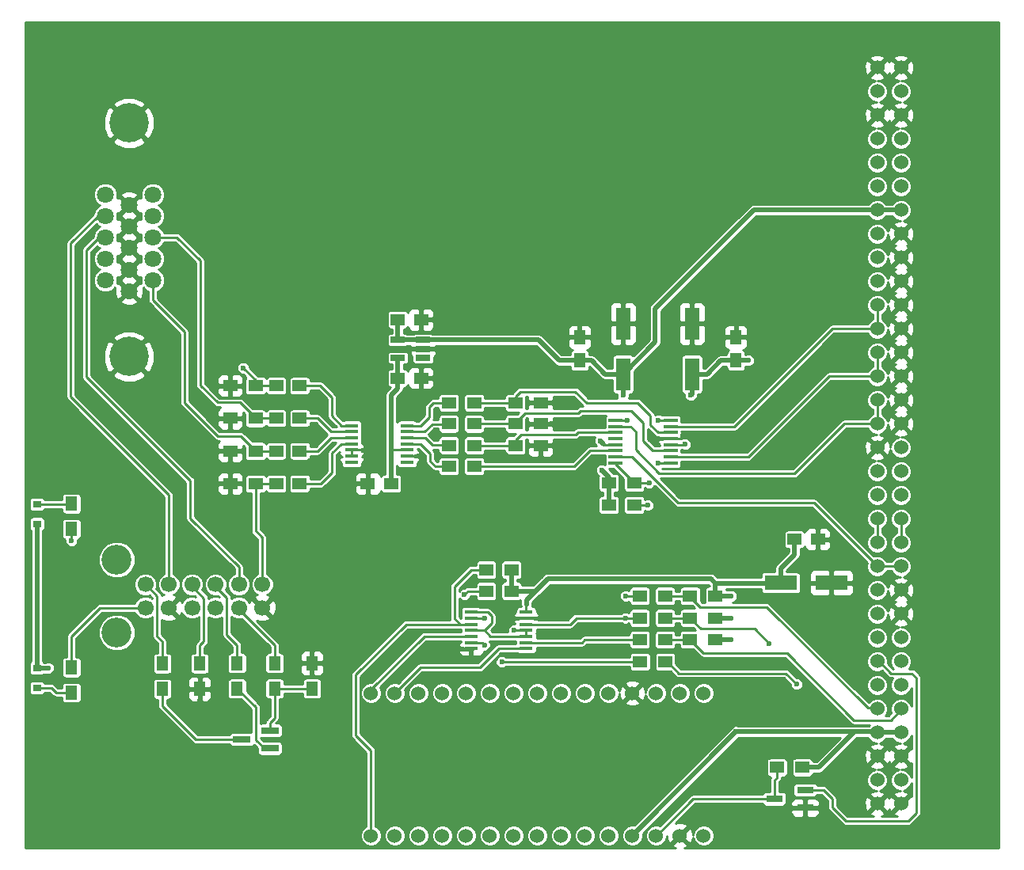
<source format=gbr>
G04 #@! TF.FileFunction,Copper,L1,Top,Signal*
%FSLAX46Y46*%
G04 Gerber Fmt 4.6, Leading zero omitted, Abs format (unit mm)*
G04 Created by KiCad (PCBNEW 4.0.7-e2-6376~61~ubuntu18.04.1) date Sat Nov  7 22:51:51 2020*
%MOMM*%
%LPD*%
G01*
G04 APERTURE LIST*
%ADD10C,0.100000*%
%ADD11C,1.700000*%
%ADD12C,3.200000*%
%ADD13R,1.500000X1.250000*%
%ADD14R,1.250000X1.500000*%
%ADD15R,1.600000X3.500000*%
%ADD16C,1.524000*%
%ADD17R,1.800000X0.800000*%
%ADD18R,1.500000X1.300000*%
%ADD19R,1.500000X0.450000*%
%ADD20R,1.450000X0.450000*%
%ADD21R,1.560000X0.650000*%
%ADD22R,3.500000X1.600000*%
%ADD23R,1.300000X1.500000*%
%ADD24R,1.900000X0.800000*%
%ADD25R,0.900000X0.800000*%
%ADD26C,1.800000*%
%ADD27C,4.200000*%
%ADD28C,0.600000*%
%ADD29C,0.250000*%
%ADD30C,0.500000*%
%ADD31C,0.254000*%
G04 APERTURE END LIST*
D10*
D11*
X141790000Y-122470000D03*
X139290000Y-122470000D03*
X144290000Y-122470000D03*
X144290000Y-124970000D03*
X141790000Y-124970000D03*
X146790000Y-124970000D03*
X146790000Y-122470000D03*
X139290000Y-124970000D03*
X136790000Y-124970000D03*
X134290000Y-124970000D03*
X134290000Y-122470000D03*
X136790000Y-122470000D03*
D12*
X131240000Y-119820000D03*
X131240000Y-127620000D03*
D13*
X150792500Y-101219000D03*
X148292500Y-101219000D03*
X150792500Y-104711500D03*
X148292500Y-104711500D03*
X150792500Y-108204000D03*
X148292500Y-108204000D03*
X150792500Y-111696500D03*
X148292500Y-111696500D03*
X160571500Y-111696500D03*
X158071500Y-111696500D03*
D14*
X180721000Y-98532000D03*
X180721000Y-96032000D03*
D15*
X185356500Y-99982000D03*
X185356500Y-94582000D03*
X192722500Y-94582000D03*
X192722500Y-99982000D03*
D14*
X197421500Y-98532000D03*
X197421500Y-96032000D03*
D16*
X212547200Y-67183000D03*
X212547200Y-69723000D03*
X212547200Y-72263000D03*
X212547200Y-74803000D03*
X212547200Y-77343000D03*
X212547200Y-79883000D03*
X212547200Y-82423000D03*
X212547200Y-84963000D03*
X212547200Y-87503000D03*
X212547200Y-90043000D03*
X212547200Y-92583000D03*
X212547200Y-95123000D03*
X212547200Y-97663000D03*
X212547200Y-100203000D03*
X212547200Y-102743000D03*
X212547200Y-105283000D03*
X212547200Y-107823000D03*
X212547200Y-110363000D03*
X212547200Y-112903000D03*
X212547200Y-115443000D03*
X212547200Y-117983000D03*
X212547200Y-120523000D03*
X212547200Y-123063000D03*
X212547200Y-125603000D03*
X212547200Y-128143000D03*
X212547200Y-130683000D03*
X212547200Y-133223000D03*
X212547200Y-135763000D03*
X212547200Y-138303000D03*
X212547200Y-140843000D03*
X212547200Y-143383000D03*
X212547200Y-145923000D03*
X215087200Y-67183000D03*
X215087200Y-69723000D03*
X215087200Y-72263000D03*
X215087200Y-74803000D03*
X215087200Y-77343000D03*
X215087200Y-79883000D03*
X215087200Y-82423000D03*
X215087200Y-84963000D03*
X215087200Y-87503000D03*
X215087200Y-90043000D03*
X215087200Y-92583000D03*
X215087200Y-95123000D03*
X215087200Y-97663000D03*
X215087200Y-100203000D03*
X215087200Y-102743000D03*
X215087200Y-105283000D03*
X215087200Y-107823000D03*
X215087200Y-110363000D03*
X215087200Y-112903000D03*
X215087200Y-115443000D03*
X215087200Y-117983000D03*
X215087200Y-120523000D03*
X215087200Y-123063000D03*
X215087200Y-125603000D03*
X215087200Y-128143000D03*
X215087200Y-130683000D03*
X215087200Y-133223000D03*
X215087200Y-135763000D03*
X215087200Y-138303000D03*
X215087200Y-140843000D03*
X215087200Y-143383000D03*
X215087200Y-145923000D03*
D17*
X204824600Y-146365000D03*
X204824600Y-144465000D03*
X201524600Y-145415000D03*
D18*
X186550000Y-114000000D03*
X183850000Y-114000000D03*
X169447200Y-103047800D03*
X166747200Y-103047800D03*
X169450000Y-105300000D03*
X166750000Y-105300000D03*
X169450000Y-107600000D03*
X166750000Y-107600000D03*
X169450000Y-109850000D03*
X166750000Y-109850000D03*
X146066500Y-111696500D03*
X143366500Y-111696500D03*
X146066500Y-108204000D03*
X143366500Y-108204000D03*
X146066500Y-104711500D03*
X143366500Y-104711500D03*
X146066500Y-101219000D03*
X143366500Y-101219000D03*
X183850000Y-111600000D03*
X186550000Y-111600000D03*
X192528200Y-123698000D03*
X195228200Y-123698000D03*
X187143400Y-123698000D03*
X189843400Y-123698000D03*
X204524600Y-142049500D03*
X201824600Y-142049500D03*
X170735000Y-123190000D03*
X173435000Y-123190000D03*
X187168800Y-130759200D03*
X189868800Y-130759200D03*
X192528200Y-128397000D03*
X195228200Y-128397000D03*
X187143400Y-128397000D03*
X189843400Y-128397000D03*
X192528200Y-126060200D03*
X195228200Y-126060200D03*
X187143400Y-126060200D03*
X189843400Y-126060200D03*
D19*
X190450000Y-109475000D03*
X190450000Y-108825000D03*
X190450000Y-108175000D03*
X190450000Y-107525000D03*
X190450000Y-106875000D03*
X190450000Y-106225000D03*
X190450000Y-105575000D03*
X190450000Y-104925000D03*
X184550000Y-104925000D03*
X184550000Y-105575000D03*
X184550000Y-106225000D03*
X184550000Y-106875000D03*
X184550000Y-107525000D03*
X184550000Y-108175000D03*
X184550000Y-108825000D03*
X184550000Y-109475000D03*
D16*
X193967100Y-134112000D03*
X191427100Y-134112000D03*
X188887100Y-134112000D03*
X186347100Y-134112000D03*
X183807100Y-134112000D03*
X181267100Y-134112000D03*
X178727100Y-134112000D03*
X176187100Y-134112000D03*
X173647100Y-134112000D03*
X171107100Y-134112000D03*
X168567100Y-134112000D03*
X166027100Y-134112000D03*
X163487100Y-134112000D03*
X160947100Y-134112000D03*
X158407100Y-134112000D03*
X158407100Y-149352000D03*
X160947100Y-149352000D03*
X163487100Y-149352000D03*
X166027100Y-149352000D03*
X168567100Y-149352000D03*
X171107100Y-149352000D03*
X173647100Y-149352000D03*
X176187100Y-149352000D03*
X178727100Y-149352000D03*
X181267100Y-149352000D03*
X183807100Y-149352000D03*
X186347100Y-149352000D03*
X188887100Y-149352000D03*
X191427100Y-149352000D03*
X193967100Y-149352000D03*
D20*
X156371500Y-105492000D03*
X156371500Y-106142000D03*
X156371500Y-106792000D03*
X156371500Y-107442000D03*
X156371500Y-108092000D03*
X156371500Y-108742000D03*
X156371500Y-109392000D03*
X162271500Y-109392000D03*
X162271500Y-108742000D03*
X162271500Y-108092000D03*
X162271500Y-107442000D03*
X162271500Y-106792000D03*
X162271500Y-106142000D03*
X162271500Y-105492000D03*
X169109600Y-125431000D03*
X169109600Y-126081000D03*
X169109600Y-126731000D03*
X169109600Y-127381000D03*
X169109600Y-128031000D03*
X169109600Y-128681000D03*
X169109600Y-129331000D03*
X175009600Y-129331000D03*
X175009600Y-128681000D03*
X175009600Y-128031000D03*
X175009600Y-127381000D03*
X175009600Y-126731000D03*
X175009600Y-126081000D03*
X175009600Y-125431000D03*
D13*
X161259200Y-100406200D03*
X163759200Y-100406200D03*
X163759200Y-94157800D03*
X161259200Y-94157800D03*
D21*
X163986200Y-98232000D03*
X163986200Y-97282000D03*
X163986200Y-96332000D03*
X161286200Y-96332000D03*
X161286200Y-98232000D03*
D13*
X203677200Y-117652800D03*
X206177200Y-117652800D03*
D22*
X202227200Y-122301000D03*
X207627200Y-122301000D03*
D18*
X170735000Y-120904000D03*
X173435000Y-120904000D03*
X173850000Y-103050000D03*
X176550000Y-103050000D03*
X173850000Y-105300000D03*
X176550000Y-105300000D03*
X173850000Y-107600000D03*
X176550000Y-107600000D03*
D23*
X136100000Y-133650000D03*
X136100000Y-130950000D03*
X144100000Y-133600000D03*
X144100000Y-130900000D03*
X148100000Y-130900000D03*
X148100000Y-133600000D03*
X152100000Y-130900000D03*
X152100000Y-133600000D03*
D24*
X147600000Y-140000000D03*
X147600000Y-138100000D03*
X144600000Y-139050000D03*
D23*
X140100000Y-133650000D03*
X140100000Y-130950000D03*
D25*
X122710000Y-113900000D03*
X122710000Y-116000000D03*
X122710000Y-133540000D03*
X122710000Y-131440000D03*
D23*
X126400000Y-116550000D03*
X126400000Y-113850000D03*
X126400000Y-131350000D03*
X126400000Y-134050000D03*
D26*
X135090000Y-85356000D03*
X130010000Y-85356000D03*
X130010000Y-87647080D03*
X130010000Y-89938160D03*
X130010000Y-83064920D03*
X130010000Y-80773840D03*
X132550000Y-81927000D03*
X132550000Y-84218080D03*
X132550000Y-86509160D03*
X132550000Y-88800240D03*
X132550000Y-91091320D03*
X135090000Y-83064920D03*
X135090000Y-80773840D03*
X135090000Y-87647080D03*
X135090000Y-89938160D03*
D27*
X132550000Y-98101720D03*
X132550000Y-73118280D03*
D28*
X140100000Y-134950000D03*
X191750000Y-106650000D03*
X177850000Y-107600000D03*
X177800000Y-105300000D03*
X177800000Y-103050000D03*
X165506400Y-97307400D03*
X157632400Y-108102400D03*
X163525200Y-108737400D03*
X169138600Y-130111500D03*
X123900000Y-131400000D03*
X183100000Y-110250000D03*
X185350000Y-102250000D03*
X182900000Y-107100000D03*
X192000000Y-107500000D03*
X192600000Y-102250000D03*
X198755000Y-98501200D03*
X203911200Y-133146800D03*
X200990200Y-128803400D03*
X188000000Y-114000000D03*
X189150000Y-109500000D03*
X185850000Y-104900000D03*
X189150000Y-104950000D03*
X188150000Y-111600000D03*
X185648600Y-123698000D03*
X170535600Y-126085600D03*
X196875400Y-128397000D03*
X196900800Y-126060200D03*
X196926200Y-123723400D03*
X197446900Y-138239500D03*
X168402000Y-123571000D03*
X170535600Y-128930400D03*
X172389800Y-130759200D03*
X185623200Y-126060200D03*
X173710600Y-127381000D03*
X144740000Y-99300000D03*
X126400000Y-117800000D03*
D29*
X150792500Y-101219000D02*
X152996900Y-101219000D01*
X155268500Y-105484500D02*
X156371500Y-105484500D01*
X154241500Y-104457500D02*
X155268500Y-105484500D01*
X154241500Y-102463600D02*
X154241500Y-104457500D01*
X152996900Y-101219000D02*
X154241500Y-102463600D01*
X150792500Y-104711500D02*
X150990300Y-104711500D01*
X150792500Y-104711500D02*
X151193500Y-104711500D01*
X150792500Y-104711500D02*
X152717500Y-104711500D01*
X154140500Y-106134500D02*
X156371500Y-106134500D01*
X152717500Y-104711500D02*
X154140500Y-106134500D01*
X150792500Y-108204000D02*
X150850600Y-108204000D01*
X150792500Y-108204000D02*
X150799800Y-108204000D01*
X150792500Y-108204000D02*
X152717500Y-108204000D01*
X154137000Y-106784500D02*
X156371500Y-106784500D01*
X152717500Y-108204000D02*
X154137000Y-106784500D01*
X150792500Y-111696500D02*
X151498300Y-111696500D01*
X150792500Y-111696500D02*
X150939500Y-111696500D01*
X150792500Y-111696500D02*
X153060400Y-111696500D01*
X155201500Y-107434500D02*
X156371500Y-107434500D01*
X154241500Y-108394500D02*
X155201500Y-107434500D01*
X154241500Y-110515400D02*
X154241500Y-108394500D01*
X153060400Y-111696500D02*
X154241500Y-110515400D01*
X162271500Y-108092000D02*
X160571500Y-108092000D01*
X160581900Y-108102400D02*
X160571500Y-108102400D01*
X160571500Y-108092000D02*
X160581900Y-108102400D01*
D30*
X161259200Y-100406200D02*
X161259200Y-101503800D01*
X160571500Y-102191500D02*
X160571500Y-108102400D01*
X160571500Y-108102400D02*
X160571500Y-111696500D01*
X161259200Y-101503800D02*
X160571500Y-102191500D01*
X161259200Y-100406200D02*
X161259200Y-100564000D01*
X161286200Y-98232000D02*
X161286200Y-100379200D01*
X161286200Y-100379200D02*
X161259200Y-100406200D01*
D29*
X160571500Y-112097500D02*
X160571500Y-111696500D01*
X140100000Y-133650000D02*
X140100000Y-134950000D01*
X190450000Y-106875000D02*
X191525000Y-106875000D01*
X191525000Y-106875000D02*
X191750000Y-106650000D01*
X176550000Y-107600000D02*
X177850000Y-107600000D01*
X176550000Y-105300000D02*
X177800000Y-105300000D01*
X176550000Y-103050000D02*
X177800000Y-103050000D01*
D30*
X163986200Y-97282000D02*
X165481000Y-97282000D01*
X165481000Y-97282000D02*
X165506400Y-97307400D01*
D29*
X156371500Y-108092000D02*
X157622000Y-108092000D01*
X157622000Y-108092000D02*
X157632400Y-108102400D01*
X156371500Y-108742000D02*
X156371500Y-108092000D01*
X162271500Y-108742000D02*
X163520600Y-108742000D01*
X163520600Y-108742000D02*
X163525200Y-108737400D01*
X169109600Y-129331000D02*
X169109600Y-130082500D01*
X169109600Y-130082500D02*
X169138600Y-130111500D01*
D30*
X122710000Y-131440000D02*
X122710000Y-116000000D01*
X123860000Y-131440000D02*
X122710000Y-131440000D01*
X123900000Y-131400000D02*
X123860000Y-131440000D01*
X183850000Y-111600000D02*
X183850000Y-114000000D01*
X183100000Y-110250000D02*
X183850000Y-111000000D01*
X183850000Y-111000000D02*
X183850000Y-111600000D01*
D29*
X184550000Y-107525000D02*
X183275000Y-107525000D01*
D30*
X185356500Y-102243500D02*
X185350000Y-102250000D01*
X182900000Y-107100000D02*
X183250000Y-107450000D01*
X185356500Y-102243500D02*
X185356500Y-99982000D01*
D29*
X183275000Y-107525000D02*
X183250000Y-107500000D01*
D30*
X212547200Y-82423000D02*
X199339200Y-82423000D01*
X199339200Y-82423000D02*
X188798200Y-92964000D01*
X188798200Y-92964000D02*
X188798200Y-96540300D01*
X188798200Y-96540300D02*
X185356500Y-99982000D01*
X215087200Y-82423000D02*
X212547200Y-82423000D01*
X163986200Y-96332000D02*
X176316600Y-96332000D01*
X178516600Y-98532000D02*
X180721000Y-98532000D01*
X176316600Y-96332000D02*
X178516600Y-98532000D01*
X161286200Y-96332000D02*
X163986200Y-96332000D01*
X161286200Y-96332000D02*
X161286200Y-94184800D01*
X161286200Y-94184800D02*
X161259200Y-94157800D01*
X180721000Y-98532000D02*
X181971000Y-98532000D01*
X183421000Y-99982000D02*
X185356500Y-99982000D01*
X181971000Y-98532000D02*
X183421000Y-99982000D01*
D29*
X191975000Y-107525000D02*
X192000000Y-107500000D01*
X190450000Y-107525000D02*
X191975000Y-107525000D01*
D30*
X192722500Y-102127500D02*
X192722500Y-99982000D01*
X192600000Y-102250000D02*
X192722500Y-102127500D01*
X197421500Y-98532000D02*
X198724200Y-98532000D01*
X198724200Y-98532000D02*
X198755000Y-98501200D01*
X192722500Y-99982000D02*
X194340500Y-99982000D01*
X195790500Y-98532000D02*
X197421500Y-98532000D01*
X194340500Y-99982000D02*
X195790500Y-98532000D01*
D29*
X190450000Y-105575000D02*
X197275000Y-105575000D01*
X207727000Y-95123000D02*
X212547200Y-95123000D01*
X197275000Y-105575000D02*
X207727000Y-95123000D01*
X212547200Y-95123000D02*
X212547200Y-92583000D01*
X212483700Y-95059500D02*
X212547200Y-95123000D01*
X190450000Y-108825000D02*
X198775000Y-108825000D01*
X207397000Y-100203000D02*
X212547200Y-100203000D01*
X198775000Y-108825000D02*
X207397000Y-100203000D01*
X212547200Y-100203000D02*
X212547200Y-97663000D01*
X212490050Y-100145850D02*
X212547200Y-100203000D01*
X184550000Y-105575000D02*
X186175000Y-105575000D01*
X209017000Y-105283000D02*
X212547200Y-105283000D01*
X203700000Y-110600000D02*
X209017000Y-105283000D01*
X189200000Y-110600000D02*
X203700000Y-110600000D01*
X186700000Y-108100000D02*
X189200000Y-110600000D01*
X186700000Y-106100000D02*
X186700000Y-108100000D01*
X186175000Y-105575000D02*
X186700000Y-106100000D01*
X212547200Y-105283000D02*
X212547200Y-102743000D01*
X212547200Y-117983000D02*
X212547200Y-115443000D01*
X184550000Y-108825000D02*
X186325000Y-108825000D01*
X205774200Y-113750000D02*
X212547200Y-120523000D01*
X191250000Y-113750000D02*
X205774200Y-113750000D01*
X186325000Y-108825000D02*
X191250000Y-113750000D01*
X215087200Y-120523000D02*
X212547200Y-120523000D01*
X212547200Y-130683000D02*
X212725000Y-130683000D01*
X212725000Y-130683000D02*
X214020400Y-131978400D01*
X214020400Y-131978400D02*
X216230200Y-131978400D01*
X216230200Y-131978400D02*
X216712800Y-132461000D01*
X216712800Y-146888200D02*
X216712800Y-132461000D01*
X215823800Y-147777200D02*
X216712800Y-146888200D01*
X207721200Y-146329400D02*
X209169000Y-147777200D01*
X207721200Y-145389600D02*
X207721200Y-146329400D01*
X209169000Y-147777200D02*
X215823800Y-147777200D01*
X206796600Y-144465000D02*
X207721200Y-145389600D01*
X206796600Y-144465000D02*
X204824600Y-144465000D01*
X202742800Y-131978400D02*
X203911200Y-133146800D01*
X191338200Y-131978400D02*
X202742800Y-131978400D01*
X189868800Y-130759200D02*
X190119000Y-130759200D01*
X190119000Y-130759200D02*
X191338200Y-131978400D01*
X212483700Y-135699500D02*
X211505800Y-135699500D01*
X200698100Y-124891800D02*
X211505800Y-135699500D01*
X193624200Y-124891800D02*
X200698100Y-124891800D01*
X193624200Y-124891800D02*
X192528200Y-123795800D01*
X212483700Y-135699500D02*
X212547200Y-135763000D01*
X192528200Y-123698000D02*
X192528200Y-123795800D01*
X189843400Y-123698000D02*
X192528200Y-123698000D01*
X215087200Y-117983000D02*
X215087200Y-115443000D01*
X215087200Y-135763000D02*
X215087200Y-135864600D01*
X215087200Y-135864600D02*
X213969600Y-136982200D01*
X213969600Y-136982200D02*
X210058000Y-136982200D01*
X192528200Y-128397000D02*
X193925200Y-129794000D01*
X202869800Y-129794000D02*
X193925200Y-129794000D01*
X210058000Y-136982200D02*
X202869800Y-129794000D01*
X189843400Y-128397000D02*
X192528200Y-128397000D01*
X192528200Y-126060200D02*
X193696600Y-127228600D01*
X199415400Y-127228600D02*
X193696600Y-127228600D01*
X200990200Y-128803400D02*
X199415400Y-127228600D01*
X189843400Y-126060200D02*
X192528200Y-126060200D01*
X188887100Y-149352000D02*
X188925200Y-149352000D01*
X188925200Y-149352000D02*
X192862200Y-145415000D01*
X192862200Y-145415000D02*
X201524600Y-145415000D01*
X201524600Y-145415000D02*
X201524600Y-143432800D01*
X201824600Y-143132800D02*
X201824600Y-142049500D01*
X201524600Y-143432800D02*
X201824600Y-143132800D01*
X188000000Y-114000000D02*
X186550000Y-114000000D01*
X189175000Y-109475000D02*
X190450000Y-109475000D01*
X189150000Y-109500000D02*
X189175000Y-109475000D01*
X190450000Y-104925000D02*
X189175000Y-104925000D01*
X185825000Y-104925000D02*
X184550000Y-104925000D01*
X185850000Y-104900000D02*
X185825000Y-104925000D01*
X189175000Y-104925000D02*
X189150000Y-104950000D01*
X162271500Y-105492000D02*
X163697200Y-105492000D01*
X165074600Y-103047800D02*
X166747200Y-103047800D01*
X164642800Y-103479600D02*
X165074600Y-103047800D01*
X164642800Y-104546400D02*
X164642800Y-103479600D01*
X163697200Y-105492000D02*
X164642800Y-104546400D01*
X162271500Y-106142000D02*
X164114000Y-106142000D01*
X164947600Y-105308400D02*
X166747200Y-105308400D01*
X164114000Y-106142000D02*
X164947600Y-105308400D01*
X162271500Y-106792000D02*
X164196000Y-106792000D01*
X164973000Y-107569000D02*
X166747200Y-107569000D01*
X164196000Y-106792000D02*
X164973000Y-107569000D01*
X162271500Y-107442000D02*
X163703000Y-107442000D01*
X165277800Y-109829600D02*
X166747200Y-109829600D01*
X164744400Y-109296200D02*
X165277800Y-109829600D01*
X164744400Y-108483400D02*
X164744400Y-109296200D01*
X163703000Y-107442000D02*
X164744400Y-108483400D01*
X188150000Y-111600000D02*
X186550000Y-111600000D01*
X184550000Y-109475000D02*
X184550000Y-109600000D01*
X184550000Y-109600000D02*
X186550000Y-111600000D01*
X169109600Y-126081000D02*
X170531000Y-126081000D01*
X185648600Y-123698000D02*
X187143400Y-123698000D01*
X170531000Y-126081000D02*
X170535600Y-126085600D01*
D30*
X173435000Y-123190000D02*
X173435000Y-120904000D01*
X202227200Y-122301000D02*
X202227200Y-120733800D01*
X203677200Y-119283800D02*
X203677200Y-117652800D01*
X202227200Y-120733800D02*
X203677200Y-119283800D01*
X195228200Y-122355600D02*
X202172600Y-122355600D01*
X202172600Y-122355600D02*
X202227200Y-122301000D01*
X210121500Y-138239500D02*
X212483700Y-138239500D01*
X212483700Y-138239500D02*
X212547200Y-138303000D01*
X215087200Y-138303000D02*
X212547200Y-138303000D01*
X173435000Y-123190000D02*
X175996600Y-123190000D01*
X175895000Y-123190000D02*
X175895000Y-123291600D01*
X175996600Y-123190000D02*
X175895000Y-123190000D01*
X204524600Y-142049500D02*
X206311500Y-142049500D01*
X206311500Y-142049500D02*
X210121500Y-138239500D01*
X210121500Y-138239500D02*
X197446900Y-138239500D01*
X195228200Y-128397000D02*
X196875400Y-128397000D01*
X195228200Y-126060200D02*
X196900800Y-126060200D01*
X195228200Y-123698000D02*
X196900800Y-123698000D01*
X196900800Y-123698000D02*
X196926200Y-123723400D01*
D29*
X175009600Y-125431000D02*
X175009600Y-124659600D01*
D30*
X195228200Y-122355600D02*
X195228200Y-123698000D01*
X177317400Y-121869200D02*
X177165000Y-122021600D01*
X177165000Y-122021600D02*
X175895000Y-123291600D01*
X175895000Y-123291600D02*
X175031400Y-124155200D01*
X194741800Y-121869200D02*
X177317400Y-121869200D01*
X195228200Y-122355600D02*
X194741800Y-121869200D01*
X175031400Y-124637800D02*
X175031400Y-124155200D01*
D29*
X175009600Y-124659600D02*
X175031400Y-124637800D01*
D30*
X186347100Y-149352000D02*
X186347100Y-149339300D01*
X186347100Y-149339300D02*
X197446900Y-138239500D01*
D29*
X204524600Y-142049500D02*
X205168500Y-142049500D01*
X168783000Y-123190000D02*
X170735000Y-123190000D01*
X168402000Y-123571000D02*
X168783000Y-123190000D01*
X158407100Y-134112000D02*
X158407100Y-133731000D01*
X158407100Y-133731000D02*
X164107100Y-128031000D01*
X164107100Y-128031000D02*
X169109600Y-128031000D01*
X187168800Y-130759200D02*
X172389800Y-130759200D01*
X170286200Y-128681000D02*
X169109600Y-128681000D01*
X170535600Y-128930400D02*
X170286200Y-128681000D01*
X175009600Y-128681000D02*
X180975000Y-128681000D01*
X181259000Y-128397000D02*
X187143400Y-128397000D01*
X180975000Y-128681000D02*
X181259000Y-128397000D01*
X185623200Y-126060200D02*
X185623200Y-126034800D01*
X185623200Y-126034800D02*
X185623200Y-126060200D01*
X185623200Y-126060200D02*
X185623200Y-126034800D01*
X185623200Y-126034800D02*
X185623200Y-126060200D01*
X175009600Y-126731000D02*
X179694600Y-126731000D01*
X180365400Y-126060200D02*
X185623200Y-126060200D01*
X185623200Y-126060200D02*
X187143400Y-126060200D01*
X179694600Y-126731000D02*
X180365400Y-126060200D01*
X169109600Y-125431000D02*
X170897000Y-125431000D01*
X171297600Y-126619000D02*
X170535600Y-127381000D01*
X171297600Y-125831600D02*
X171297600Y-126619000D01*
X170897000Y-125431000D02*
X171297600Y-125831600D01*
X175009600Y-128031000D02*
X175009600Y-127381000D01*
X175009600Y-128031000D02*
X171185600Y-128031000D01*
X170535600Y-127381000D02*
X169109600Y-127381000D01*
X171185600Y-128031000D02*
X170535600Y-127381000D01*
X173710600Y-127381000D02*
X175009600Y-127381000D01*
X160947100Y-134112000D02*
X163677600Y-131381500D01*
X172059600Y-129349500D02*
X174991100Y-129349500D01*
X170027600Y-131381500D02*
X172059600Y-129349500D01*
X163677600Y-131381500D02*
X170027600Y-131381500D01*
X174991100Y-129349500D02*
X175009600Y-129331000D01*
X169109600Y-126731000D02*
X167942500Y-126731000D01*
X169164000Y-120904000D02*
X170735000Y-120904000D01*
X167322500Y-122745500D02*
X169164000Y-120904000D01*
X167322500Y-126111000D02*
X167322500Y-122745500D01*
X167942500Y-126731000D02*
X167322500Y-126111000D01*
X158407100Y-149352000D02*
X158407100Y-140271500D01*
X162168600Y-126731000D02*
X169109600Y-126731000D01*
X156756100Y-132143500D02*
X162168600Y-126731000D01*
X156756100Y-138620500D02*
X156756100Y-132143500D01*
X158407100Y-140271500D02*
X156756100Y-138620500D01*
X173850000Y-103050000D02*
X173850000Y-102400000D01*
X173850000Y-102400000D02*
X174400000Y-101850000D01*
X189125000Y-106225000D02*
X190450000Y-106225000D01*
X188300000Y-105400000D02*
X189125000Y-106225000D01*
X188300000Y-104400000D02*
X188300000Y-105400000D01*
X186950000Y-103050000D02*
X188300000Y-104400000D01*
X181450000Y-103050000D02*
X186950000Y-103050000D01*
X180250000Y-101850000D02*
X181450000Y-103050000D01*
X174400000Y-101850000D02*
X180250000Y-101850000D01*
X169447200Y-103047800D02*
X173847800Y-103047800D01*
X173847800Y-103047800D02*
X173850000Y-103050000D01*
X173850000Y-105300000D02*
X173850000Y-105150000D01*
X173850000Y-105150000D02*
X174850000Y-104150000D01*
X188525000Y-108175000D02*
X190450000Y-108175000D01*
X187500000Y-107150000D02*
X188525000Y-108175000D01*
X187500000Y-105150000D02*
X187500000Y-107150000D01*
X186250000Y-103900000D02*
X187500000Y-105150000D01*
X180850000Y-103900000D02*
X186250000Y-103900000D01*
X180600000Y-104150000D02*
X180850000Y-103900000D01*
X174850000Y-104150000D02*
X180600000Y-104150000D01*
X173850000Y-105300000D02*
X173850000Y-105200000D01*
X169450000Y-105300000D02*
X173850000Y-105300000D01*
X180050000Y-106450000D02*
X180300000Y-106450000D01*
X174450000Y-106450000D02*
X180050000Y-106450000D01*
X173850000Y-107050000D02*
X174450000Y-106450000D01*
X180525000Y-106225000D02*
X184550000Y-106225000D01*
X180300000Y-106450000D02*
X180525000Y-106225000D01*
X173850000Y-107600000D02*
X173850000Y-107050000D01*
X169450000Y-107600000D02*
X173850000Y-107600000D01*
X169450000Y-109850000D02*
X180150000Y-109850000D01*
X181825000Y-108175000D02*
X184550000Y-108175000D01*
X180150000Y-109850000D02*
X181825000Y-108175000D01*
X144740000Y-99300000D02*
X146066500Y-100626500D01*
X146066500Y-100626500D02*
X146066500Y-101219000D01*
X146066500Y-101219000D02*
X148292500Y-101219000D01*
X135090000Y-85356000D02*
X137666000Y-85356000D01*
X144375000Y-103020000D02*
X146066500Y-104711500D01*
X142030000Y-103020000D02*
X144375000Y-103020000D01*
X140170000Y-101160000D02*
X142030000Y-103020000D01*
X140170000Y-87860000D02*
X140170000Y-101160000D01*
X137666000Y-85356000D02*
X140170000Y-87860000D01*
X146066500Y-104711500D02*
X148292500Y-104711500D01*
X135090000Y-89938160D02*
X135090000Y-92080000D01*
X144462500Y-106600000D02*
X146066500Y-108204000D01*
X142030000Y-106600000D02*
X144462500Y-106600000D01*
X138460000Y-103030000D02*
X142030000Y-106600000D01*
X138460000Y-95450000D02*
X138460000Y-103030000D01*
X135090000Y-92080000D02*
X138460000Y-95450000D01*
X146066500Y-108365300D02*
X146066500Y-108204000D01*
X146066500Y-108314500D02*
X146066500Y-108204000D01*
X146066500Y-108204000D02*
X148292500Y-108204000D01*
X146066500Y-111696500D02*
X146066500Y-116726500D01*
X146790000Y-117450000D02*
X146790000Y-122470000D01*
X146066500Y-116726500D02*
X146790000Y-117450000D01*
X146066500Y-111696500D02*
X146066500Y-111983500D01*
X145600000Y-112163000D02*
X146066500Y-111696500D01*
X146066500Y-112073700D02*
X146066500Y-111696500D01*
X146066500Y-111696500D02*
X148292500Y-111696500D01*
X148100000Y-133600000D02*
X152100000Y-133600000D01*
X147600000Y-138100000D02*
X147600000Y-137250000D01*
X148100000Y-136750000D02*
X148100000Y-133600000D01*
X147600000Y-137250000D02*
X148100000Y-136750000D01*
X136100000Y-133650000D02*
X136100000Y-135450000D01*
X139700000Y-139050000D02*
X144600000Y-139050000D01*
X136100000Y-135450000D02*
X139700000Y-139050000D01*
X136100000Y-133650000D02*
X136250000Y-133650000D01*
X147600000Y-140000000D02*
X147000000Y-140000000D01*
X147000000Y-140000000D02*
X146100000Y-139100000D01*
X146100000Y-139100000D02*
X146100000Y-135600000D01*
X146100000Y-135600000D02*
X144100000Y-133600000D01*
X134290000Y-122470000D02*
X134290000Y-122490000D01*
X134290000Y-122490000D02*
X135550000Y-123750000D01*
X135550000Y-123750000D02*
X135550000Y-128000000D01*
X135550000Y-128000000D02*
X136100000Y-128550000D01*
X136100000Y-128550000D02*
X136100000Y-130950000D01*
X141790000Y-122470000D02*
X141790000Y-122690000D01*
X141790000Y-122690000D02*
X143000000Y-123900000D01*
X143000000Y-123900000D02*
X143000000Y-127850000D01*
X143000000Y-127850000D02*
X144100000Y-128950000D01*
X144100000Y-128950000D02*
X144100000Y-130900000D01*
X144290000Y-124970000D02*
X144290000Y-125140000D01*
X144290000Y-125140000D02*
X148100000Y-128950000D01*
X148100000Y-128950000D02*
X148100000Y-130900000D01*
X139290000Y-122470000D02*
X139290000Y-122690000D01*
X139290000Y-122690000D02*
X140550000Y-123950000D01*
X140550000Y-123950000D02*
X140550000Y-128550000D01*
X140550000Y-128550000D02*
X140100000Y-129000000D01*
X140100000Y-129000000D02*
X140100000Y-130950000D01*
X126400000Y-116550000D02*
X126400000Y-117800000D01*
X134290000Y-124970000D02*
X129430000Y-124970000D01*
X126400000Y-128000000D02*
X126400000Y-131350000D01*
X129430000Y-124970000D02*
X126400000Y-128000000D01*
X134290000Y-124970000D02*
X134320000Y-124970000D01*
X122710000Y-113900000D02*
X126350000Y-113900000D01*
X126350000Y-113900000D02*
X126400000Y-113850000D01*
X122710000Y-133540000D02*
X124240000Y-133540000D01*
X124750000Y-134050000D02*
X126400000Y-134050000D01*
X124240000Y-133540000D02*
X124750000Y-134050000D01*
X130010000Y-85356000D02*
X129344000Y-85356000D01*
X129344000Y-85356000D02*
X128000000Y-86700000D01*
X144290000Y-120590000D02*
X144290000Y-122470000D01*
X139100000Y-115400000D02*
X144290000Y-120590000D01*
X139100000Y-111400000D02*
X139100000Y-115400000D01*
X128000000Y-100300000D02*
X139100000Y-111400000D01*
X128000000Y-86700000D02*
X128000000Y-100300000D01*
X130010000Y-85356000D02*
X130010000Y-85360000D01*
X130010000Y-83064920D02*
X129235080Y-83064920D01*
X129235080Y-83064920D02*
X126300000Y-86000000D01*
X136790000Y-112890000D02*
X136790000Y-122470000D01*
X126300000Y-102400000D02*
X136790000Y-112890000D01*
X126300000Y-86000000D02*
X126300000Y-102400000D01*
D31*
G36*
X225540500Y-150674000D02*
X191917780Y-150674000D01*
X192158243Y-150574397D01*
X192227708Y-150332213D01*
X191427100Y-149531605D01*
X190626492Y-150332213D01*
X190695957Y-150574397D01*
X190975141Y-150674000D01*
X121487000Y-150674000D01*
X121487000Y-133140000D01*
X121871536Y-133140000D01*
X121871536Y-133940000D01*
X121898103Y-134081190D01*
X121981546Y-134210865D01*
X122108866Y-134297859D01*
X122260000Y-134328464D01*
X123160000Y-134328464D01*
X123301190Y-134301897D01*
X123430865Y-134218454D01*
X123517859Y-134091134D01*
X123526999Y-134046000D01*
X124030408Y-134046000D01*
X124392204Y-134407796D01*
X124556362Y-134517483D01*
X124750000Y-134556000D01*
X125361536Y-134556000D01*
X125361536Y-134800000D01*
X125388103Y-134941190D01*
X125471546Y-135070865D01*
X125598866Y-135157859D01*
X125750000Y-135188464D01*
X127050000Y-135188464D01*
X127191190Y-135161897D01*
X127320865Y-135078454D01*
X127407859Y-134951134D01*
X127438464Y-134800000D01*
X127438464Y-133300000D01*
X127411897Y-133158810D01*
X127328454Y-133029135D01*
X127201134Y-132942141D01*
X127050000Y-132911536D01*
X125750000Y-132911536D01*
X125608810Y-132938103D01*
X125479135Y-133021546D01*
X125392141Y-133148866D01*
X125361536Y-133300000D01*
X125361536Y-133544000D01*
X124959592Y-133544000D01*
X124597796Y-133182204D01*
X124433638Y-133072517D01*
X124240000Y-133034000D01*
X123528519Y-133034000D01*
X123521897Y-132998810D01*
X123458315Y-132900000D01*
X135061536Y-132900000D01*
X135061536Y-134400000D01*
X135088103Y-134541190D01*
X135171546Y-134670865D01*
X135298866Y-134757859D01*
X135450000Y-134788464D01*
X135594000Y-134788464D01*
X135594000Y-135450000D01*
X135632517Y-135643638D01*
X135742204Y-135807796D01*
X139342204Y-139407796D01*
X139506362Y-139517483D01*
X139700000Y-139556000D01*
X143281481Y-139556000D01*
X143288103Y-139591190D01*
X143371546Y-139720865D01*
X143498866Y-139807859D01*
X143650000Y-139838464D01*
X145550000Y-139838464D01*
X145691190Y-139811897D01*
X145820865Y-139728454D01*
X145898800Y-139614392D01*
X146261536Y-139977128D01*
X146261536Y-140400000D01*
X146288103Y-140541190D01*
X146371546Y-140670865D01*
X146498866Y-140757859D01*
X146650000Y-140788464D01*
X148550000Y-140788464D01*
X148691190Y-140761897D01*
X148820865Y-140678454D01*
X148907859Y-140551134D01*
X148938464Y-140400000D01*
X148938464Y-139600000D01*
X148911897Y-139458810D01*
X148828454Y-139329135D01*
X148701134Y-139242141D01*
X148550000Y-139211536D01*
X146927128Y-139211536D01*
X146606000Y-138890408D01*
X146606000Y-138879554D01*
X146650000Y-138888464D01*
X148550000Y-138888464D01*
X148691190Y-138861897D01*
X148820865Y-138778454D01*
X148907859Y-138651134D01*
X148938464Y-138500000D01*
X148938464Y-137700000D01*
X148911897Y-137558810D01*
X148828454Y-137429135D01*
X148701134Y-137342141D01*
X148550000Y-137311536D01*
X148254056Y-137311536D01*
X148457796Y-137107796D01*
X148567483Y-136943638D01*
X148606000Y-136750000D01*
X148606000Y-134738464D01*
X148750000Y-134738464D01*
X148891190Y-134711897D01*
X149020865Y-134628454D01*
X149107859Y-134501134D01*
X149138464Y-134350000D01*
X149138464Y-134106000D01*
X151061536Y-134106000D01*
X151061536Y-134350000D01*
X151088103Y-134491190D01*
X151171546Y-134620865D01*
X151298866Y-134707859D01*
X151450000Y-134738464D01*
X152750000Y-134738464D01*
X152891190Y-134711897D01*
X153020865Y-134628454D01*
X153107859Y-134501134D01*
X153138464Y-134350000D01*
X153138464Y-132850000D01*
X153111897Y-132708810D01*
X153028454Y-132579135D01*
X152901134Y-132492141D01*
X152750000Y-132461536D01*
X151450000Y-132461536D01*
X151308810Y-132488103D01*
X151179135Y-132571546D01*
X151092141Y-132698866D01*
X151061536Y-132850000D01*
X151061536Y-133094000D01*
X149138464Y-133094000D01*
X149138464Y-132850000D01*
X149111897Y-132708810D01*
X149028454Y-132579135D01*
X148901134Y-132492141D01*
X148750000Y-132461536D01*
X147450000Y-132461536D01*
X147308810Y-132488103D01*
X147179135Y-132571546D01*
X147092141Y-132698866D01*
X147061536Y-132850000D01*
X147061536Y-134350000D01*
X147088103Y-134491190D01*
X147171546Y-134620865D01*
X147298866Y-134707859D01*
X147450000Y-134738464D01*
X147594000Y-134738464D01*
X147594000Y-136540408D01*
X147242204Y-136892204D01*
X147132517Y-137056362D01*
X147094000Y-137250000D01*
X147094000Y-137311536D01*
X146650000Y-137311536D01*
X146606000Y-137319815D01*
X146606000Y-135600000D01*
X146567483Y-135406362D01*
X146457796Y-135242204D01*
X145138464Y-133922872D01*
X145138464Y-132850000D01*
X145111897Y-132708810D01*
X145028454Y-132579135D01*
X144901134Y-132492141D01*
X144750000Y-132461536D01*
X143450000Y-132461536D01*
X143308810Y-132488103D01*
X143179135Y-132571546D01*
X143092141Y-132698866D01*
X143061536Y-132850000D01*
X143061536Y-134350000D01*
X143088103Y-134491190D01*
X143171546Y-134620865D01*
X143298866Y-134707859D01*
X143450000Y-134738464D01*
X144522872Y-134738464D01*
X145594000Y-135809592D01*
X145594000Y-138270446D01*
X145550000Y-138261536D01*
X143650000Y-138261536D01*
X143508810Y-138288103D01*
X143379135Y-138371546D01*
X143292141Y-138498866D01*
X143283001Y-138544000D01*
X139909592Y-138544000D01*
X136606000Y-135240408D01*
X136606000Y-134788464D01*
X136750000Y-134788464D01*
X136891190Y-134761897D01*
X137020865Y-134678454D01*
X137107859Y-134551134D01*
X137138464Y-134400000D01*
X137138464Y-133935750D01*
X138815000Y-133935750D01*
X138815000Y-134526309D01*
X138911673Y-134759698D01*
X139090301Y-134938327D01*
X139323690Y-135035000D01*
X139814250Y-135035000D01*
X139973000Y-134876250D01*
X139973000Y-133777000D01*
X140227000Y-133777000D01*
X140227000Y-134876250D01*
X140385750Y-135035000D01*
X140876310Y-135035000D01*
X141109699Y-134938327D01*
X141288327Y-134759698D01*
X141385000Y-134526309D01*
X141385000Y-133935750D01*
X141226250Y-133777000D01*
X140227000Y-133777000D01*
X139973000Y-133777000D01*
X138973750Y-133777000D01*
X138815000Y-133935750D01*
X137138464Y-133935750D01*
X137138464Y-132900000D01*
X137114698Y-132773691D01*
X138815000Y-132773691D01*
X138815000Y-133364250D01*
X138973750Y-133523000D01*
X139973000Y-133523000D01*
X139973000Y-132423750D01*
X140227000Y-132423750D01*
X140227000Y-133523000D01*
X141226250Y-133523000D01*
X141385000Y-133364250D01*
X141385000Y-132773691D01*
X141288327Y-132540302D01*
X141109699Y-132361673D01*
X140876310Y-132265000D01*
X140385750Y-132265000D01*
X140227000Y-132423750D01*
X139973000Y-132423750D01*
X139814250Y-132265000D01*
X139323690Y-132265000D01*
X139090301Y-132361673D01*
X138911673Y-132540302D01*
X138815000Y-132773691D01*
X137114698Y-132773691D01*
X137111897Y-132758810D01*
X137028454Y-132629135D01*
X136901134Y-132542141D01*
X136750000Y-132511536D01*
X135450000Y-132511536D01*
X135308810Y-132538103D01*
X135179135Y-132621546D01*
X135092141Y-132748866D01*
X135061536Y-132900000D01*
X123458315Y-132900000D01*
X123438454Y-132869135D01*
X123311134Y-132782141D01*
X123160000Y-132751536D01*
X122260000Y-132751536D01*
X122118810Y-132778103D01*
X121989135Y-132861546D01*
X121902141Y-132988866D01*
X121871536Y-133140000D01*
X121487000Y-133140000D01*
X121487000Y-115600000D01*
X121871536Y-115600000D01*
X121871536Y-116400000D01*
X121898103Y-116541190D01*
X121981546Y-116670865D01*
X122079000Y-116737452D01*
X122079000Y-130703720D01*
X121989135Y-130761546D01*
X121902141Y-130888866D01*
X121871536Y-131040000D01*
X121871536Y-131840000D01*
X121898103Y-131981190D01*
X121981546Y-132110865D01*
X122108866Y-132197859D01*
X122260000Y-132228464D01*
X123160000Y-132228464D01*
X123301190Y-132201897D01*
X123430865Y-132118454D01*
X123463289Y-132071000D01*
X123740148Y-132071000D01*
X123763946Y-132080882D01*
X124034865Y-132081118D01*
X124285252Y-131977661D01*
X124476987Y-131786259D01*
X124580882Y-131536054D01*
X124581118Y-131265135D01*
X124477661Y-131014748D01*
X124286259Y-130823013D01*
X124036054Y-130719118D01*
X123765135Y-130718882D01*
X123547031Y-130809000D01*
X123464106Y-130809000D01*
X123438454Y-130769135D01*
X123341000Y-130702548D01*
X123341000Y-130600000D01*
X125361536Y-130600000D01*
X125361536Y-132100000D01*
X125388103Y-132241190D01*
X125471546Y-132370865D01*
X125598866Y-132457859D01*
X125750000Y-132488464D01*
X127050000Y-132488464D01*
X127191190Y-132461897D01*
X127320865Y-132378454D01*
X127407859Y-132251134D01*
X127438464Y-132100000D01*
X127438464Y-130600000D01*
X127411897Y-130458810D01*
X127328454Y-130329135D01*
X127201134Y-130242141D01*
X127050000Y-130211536D01*
X126906000Y-130211536D01*
X126906000Y-128209592D01*
X127103276Y-128012316D01*
X129258657Y-128012316D01*
X129559611Y-128740680D01*
X130116389Y-129298431D01*
X130844226Y-129600655D01*
X131632316Y-129601343D01*
X132360680Y-129300389D01*
X132918431Y-128743611D01*
X133220655Y-128015774D01*
X133221343Y-127227684D01*
X132920389Y-126499320D01*
X132363611Y-125941569D01*
X131635774Y-125639345D01*
X130847684Y-125638657D01*
X130119320Y-125939611D01*
X129561569Y-126496389D01*
X129259345Y-127224226D01*
X129258657Y-128012316D01*
X127103276Y-128012316D01*
X129639592Y-125476000D01*
X133167131Y-125476000D01*
X133245800Y-125666395D01*
X133591784Y-126012983D01*
X134044065Y-126200786D01*
X134533787Y-126201213D01*
X134986395Y-126014200D01*
X135044000Y-125956695D01*
X135044000Y-128000000D01*
X135082517Y-128193638D01*
X135192204Y-128357796D01*
X135594000Y-128759592D01*
X135594000Y-129811536D01*
X135450000Y-129811536D01*
X135308810Y-129838103D01*
X135179135Y-129921546D01*
X135092141Y-130048866D01*
X135061536Y-130200000D01*
X135061536Y-131700000D01*
X135088103Y-131841190D01*
X135171546Y-131970865D01*
X135298866Y-132057859D01*
X135450000Y-132088464D01*
X136750000Y-132088464D01*
X136891190Y-132061897D01*
X137020865Y-131978454D01*
X137107859Y-131851134D01*
X137138464Y-131700000D01*
X137138464Y-130200000D01*
X137111897Y-130058810D01*
X137028454Y-129929135D01*
X136901134Y-129842141D01*
X136750000Y-129811536D01*
X136606000Y-129811536D01*
X136606000Y-128550000D01*
X136567483Y-128356362D01*
X136457796Y-128192204D01*
X136056000Y-127790408D01*
X136056000Y-126283426D01*
X136561279Y-126466718D01*
X137151458Y-126440315D01*
X137574080Y-126265259D01*
X137654353Y-126013958D01*
X136790000Y-125149605D01*
X136775858Y-125163748D01*
X136596253Y-124984143D01*
X136610395Y-124970000D01*
X136969605Y-124970000D01*
X137833958Y-125834353D01*
X138085259Y-125754080D01*
X138177250Y-125500490D01*
X138245800Y-125666395D01*
X138591784Y-126012983D01*
X139044065Y-126200786D01*
X139533787Y-126201213D01*
X139986395Y-126014200D01*
X140044000Y-125956695D01*
X140044000Y-128340408D01*
X139742204Y-128642204D01*
X139632517Y-128806362D01*
X139594000Y-129000000D01*
X139594000Y-129811536D01*
X139450000Y-129811536D01*
X139308810Y-129838103D01*
X139179135Y-129921546D01*
X139092141Y-130048866D01*
X139061536Y-130200000D01*
X139061536Y-131700000D01*
X139088103Y-131841190D01*
X139171546Y-131970865D01*
X139298866Y-132057859D01*
X139450000Y-132088464D01*
X140750000Y-132088464D01*
X140891190Y-132061897D01*
X141020865Y-131978454D01*
X141107859Y-131851134D01*
X141138464Y-131700000D01*
X141138464Y-130200000D01*
X141111897Y-130058810D01*
X141028454Y-129929135D01*
X140901134Y-129842141D01*
X140750000Y-129811536D01*
X140606000Y-129811536D01*
X140606000Y-129209592D01*
X140907796Y-128907796D01*
X141017483Y-128743638D01*
X141056000Y-128550000D01*
X141056000Y-125977137D01*
X141091784Y-126012983D01*
X141544065Y-126200786D01*
X142033787Y-126201213D01*
X142486395Y-126014200D01*
X142494000Y-126006608D01*
X142494000Y-127850000D01*
X142532517Y-128043638D01*
X142642204Y-128207796D01*
X143594000Y-129159592D01*
X143594000Y-129761536D01*
X143450000Y-129761536D01*
X143308810Y-129788103D01*
X143179135Y-129871546D01*
X143092141Y-129998866D01*
X143061536Y-130150000D01*
X143061536Y-131650000D01*
X143088103Y-131791190D01*
X143171546Y-131920865D01*
X143298866Y-132007859D01*
X143450000Y-132038464D01*
X144750000Y-132038464D01*
X144891190Y-132011897D01*
X145020865Y-131928454D01*
X145107859Y-131801134D01*
X145138464Y-131650000D01*
X145138464Y-130150000D01*
X145111897Y-130008810D01*
X145028454Y-129879135D01*
X144901134Y-129792141D01*
X144750000Y-129761536D01*
X144606000Y-129761536D01*
X144606000Y-128950000D01*
X144567483Y-128756362D01*
X144457796Y-128592204D01*
X143506000Y-127640408D01*
X143506000Y-125927049D01*
X143591784Y-126012983D01*
X144044065Y-126200786D01*
X144533787Y-126201213D01*
X144605847Y-126171439D01*
X147594000Y-129159592D01*
X147594000Y-129761536D01*
X147450000Y-129761536D01*
X147308810Y-129788103D01*
X147179135Y-129871546D01*
X147092141Y-129998866D01*
X147061536Y-130150000D01*
X147061536Y-131650000D01*
X147088103Y-131791190D01*
X147171546Y-131920865D01*
X147298866Y-132007859D01*
X147450000Y-132038464D01*
X148750000Y-132038464D01*
X148891190Y-132011897D01*
X149020865Y-131928454D01*
X149107859Y-131801134D01*
X149138464Y-131650000D01*
X149138464Y-131185750D01*
X150815000Y-131185750D01*
X150815000Y-131776309D01*
X150911673Y-132009698D01*
X151090301Y-132188327D01*
X151323690Y-132285000D01*
X151814250Y-132285000D01*
X151973000Y-132126250D01*
X151973000Y-131027000D01*
X152227000Y-131027000D01*
X152227000Y-132126250D01*
X152385750Y-132285000D01*
X152876310Y-132285000D01*
X153109699Y-132188327D01*
X153154525Y-132143500D01*
X156250100Y-132143500D01*
X156250100Y-138620500D01*
X156288617Y-138814138D01*
X156398304Y-138978296D01*
X157901100Y-140481092D01*
X157901100Y-148324347D01*
X157760488Y-148382446D01*
X157438677Y-148703697D01*
X157264299Y-149123646D01*
X157263902Y-149578359D01*
X157437546Y-149998612D01*
X157758797Y-150320423D01*
X158178746Y-150494801D01*
X158633459Y-150495198D01*
X159053712Y-150321554D01*
X159375523Y-150000303D01*
X159549901Y-149580354D01*
X159549902Y-149578359D01*
X159803902Y-149578359D01*
X159977546Y-149998612D01*
X160298797Y-150320423D01*
X160718746Y-150494801D01*
X161173459Y-150495198D01*
X161593712Y-150321554D01*
X161915523Y-150000303D01*
X162089901Y-149580354D01*
X162089902Y-149578359D01*
X162343902Y-149578359D01*
X162517546Y-149998612D01*
X162838797Y-150320423D01*
X163258746Y-150494801D01*
X163713459Y-150495198D01*
X164133712Y-150321554D01*
X164455523Y-150000303D01*
X164629901Y-149580354D01*
X164629902Y-149578359D01*
X164883902Y-149578359D01*
X165057546Y-149998612D01*
X165378797Y-150320423D01*
X165798746Y-150494801D01*
X166253459Y-150495198D01*
X166673712Y-150321554D01*
X166995523Y-150000303D01*
X167169901Y-149580354D01*
X167169902Y-149578359D01*
X167423902Y-149578359D01*
X167597546Y-149998612D01*
X167918797Y-150320423D01*
X168338746Y-150494801D01*
X168793459Y-150495198D01*
X169213712Y-150321554D01*
X169535523Y-150000303D01*
X169709901Y-149580354D01*
X169709902Y-149578359D01*
X169963902Y-149578359D01*
X170137546Y-149998612D01*
X170458797Y-150320423D01*
X170878746Y-150494801D01*
X171333459Y-150495198D01*
X171753712Y-150321554D01*
X172075523Y-150000303D01*
X172249901Y-149580354D01*
X172249902Y-149578359D01*
X172503902Y-149578359D01*
X172677546Y-149998612D01*
X172998797Y-150320423D01*
X173418746Y-150494801D01*
X173873459Y-150495198D01*
X174293712Y-150321554D01*
X174615523Y-150000303D01*
X174789901Y-149580354D01*
X174789902Y-149578359D01*
X175043902Y-149578359D01*
X175217546Y-149998612D01*
X175538797Y-150320423D01*
X175958746Y-150494801D01*
X176413459Y-150495198D01*
X176833712Y-150321554D01*
X177155523Y-150000303D01*
X177329901Y-149580354D01*
X177329902Y-149578359D01*
X177583902Y-149578359D01*
X177757546Y-149998612D01*
X178078797Y-150320423D01*
X178498746Y-150494801D01*
X178953459Y-150495198D01*
X179373712Y-150321554D01*
X179695523Y-150000303D01*
X179869901Y-149580354D01*
X179869902Y-149578359D01*
X180123902Y-149578359D01*
X180297546Y-149998612D01*
X180618797Y-150320423D01*
X181038746Y-150494801D01*
X181493459Y-150495198D01*
X181913712Y-150321554D01*
X182235523Y-150000303D01*
X182409901Y-149580354D01*
X182409902Y-149578359D01*
X182663902Y-149578359D01*
X182837546Y-149998612D01*
X183158797Y-150320423D01*
X183578746Y-150494801D01*
X184033459Y-150495198D01*
X184453712Y-150321554D01*
X184775523Y-150000303D01*
X184949901Y-149580354D01*
X184950298Y-149125641D01*
X184776654Y-148705388D01*
X184455403Y-148383577D01*
X184035454Y-148209199D01*
X183580741Y-148208802D01*
X183160488Y-148382446D01*
X182838677Y-148703697D01*
X182664299Y-149123646D01*
X182663902Y-149578359D01*
X182409902Y-149578359D01*
X182410298Y-149125641D01*
X182236654Y-148705388D01*
X181915403Y-148383577D01*
X181495454Y-148209199D01*
X181040741Y-148208802D01*
X180620488Y-148382446D01*
X180298677Y-148703697D01*
X180124299Y-149123646D01*
X180123902Y-149578359D01*
X179869902Y-149578359D01*
X179870298Y-149125641D01*
X179696654Y-148705388D01*
X179375403Y-148383577D01*
X178955454Y-148209199D01*
X178500741Y-148208802D01*
X178080488Y-148382446D01*
X177758677Y-148703697D01*
X177584299Y-149123646D01*
X177583902Y-149578359D01*
X177329902Y-149578359D01*
X177330298Y-149125641D01*
X177156654Y-148705388D01*
X176835403Y-148383577D01*
X176415454Y-148209199D01*
X175960741Y-148208802D01*
X175540488Y-148382446D01*
X175218677Y-148703697D01*
X175044299Y-149123646D01*
X175043902Y-149578359D01*
X174789902Y-149578359D01*
X174790298Y-149125641D01*
X174616654Y-148705388D01*
X174295403Y-148383577D01*
X173875454Y-148209199D01*
X173420741Y-148208802D01*
X173000488Y-148382446D01*
X172678677Y-148703697D01*
X172504299Y-149123646D01*
X172503902Y-149578359D01*
X172249902Y-149578359D01*
X172250298Y-149125641D01*
X172076654Y-148705388D01*
X171755403Y-148383577D01*
X171335454Y-148209199D01*
X170880741Y-148208802D01*
X170460488Y-148382446D01*
X170138677Y-148703697D01*
X169964299Y-149123646D01*
X169963902Y-149578359D01*
X169709902Y-149578359D01*
X169710298Y-149125641D01*
X169536654Y-148705388D01*
X169215403Y-148383577D01*
X168795454Y-148209199D01*
X168340741Y-148208802D01*
X167920488Y-148382446D01*
X167598677Y-148703697D01*
X167424299Y-149123646D01*
X167423902Y-149578359D01*
X167169902Y-149578359D01*
X167170298Y-149125641D01*
X166996654Y-148705388D01*
X166675403Y-148383577D01*
X166255454Y-148209199D01*
X165800741Y-148208802D01*
X165380488Y-148382446D01*
X165058677Y-148703697D01*
X164884299Y-149123646D01*
X164883902Y-149578359D01*
X164629902Y-149578359D01*
X164630298Y-149125641D01*
X164456654Y-148705388D01*
X164135403Y-148383577D01*
X163715454Y-148209199D01*
X163260741Y-148208802D01*
X162840488Y-148382446D01*
X162518677Y-148703697D01*
X162344299Y-149123646D01*
X162343902Y-149578359D01*
X162089902Y-149578359D01*
X162090298Y-149125641D01*
X161916654Y-148705388D01*
X161595403Y-148383577D01*
X161175454Y-148209199D01*
X160720741Y-148208802D01*
X160300488Y-148382446D01*
X159978677Y-148703697D01*
X159804299Y-149123646D01*
X159803902Y-149578359D01*
X159549902Y-149578359D01*
X159550298Y-149125641D01*
X159376654Y-148705388D01*
X159055403Y-148383577D01*
X158913100Y-148324488D01*
X158913100Y-140271500D01*
X158874583Y-140077862D01*
X158764896Y-139913704D01*
X157262100Y-138410908D01*
X157262100Y-132353092D01*
X162378192Y-127237000D01*
X167996136Y-127237000D01*
X167996136Y-127525000D01*
X164107100Y-127525000D01*
X163913462Y-127563517D01*
X163749304Y-127673204D01*
X158453468Y-132969040D01*
X158180741Y-132968802D01*
X157760488Y-133142446D01*
X157438677Y-133463697D01*
X157264299Y-133883646D01*
X157263902Y-134338359D01*
X157437546Y-134758612D01*
X157758797Y-135080423D01*
X158178746Y-135254801D01*
X158633459Y-135255198D01*
X159053712Y-135081554D01*
X159375523Y-134760303D01*
X159549901Y-134340354D01*
X159550298Y-133885641D01*
X159380060Y-133473632D01*
X163251442Y-129602250D01*
X167749600Y-129602250D01*
X167749600Y-129682310D01*
X167846273Y-129915699D01*
X168024902Y-130094327D01*
X168258291Y-130191000D01*
X168823850Y-130191000D01*
X168982600Y-130032250D01*
X168982600Y-129443500D01*
X167908350Y-129443500D01*
X167749600Y-129602250D01*
X163251442Y-129602250D01*
X164316692Y-128537000D01*
X167996136Y-128537000D01*
X167996136Y-128596439D01*
X167846273Y-128746301D01*
X167749600Y-128979690D01*
X167749600Y-129059750D01*
X167908350Y-129218500D01*
X168167081Y-129218500D01*
X168233466Y-129263859D01*
X168384600Y-129294464D01*
X169256600Y-129294464D01*
X169256600Y-129443500D01*
X169236600Y-129443500D01*
X169236600Y-130032250D01*
X169395350Y-130191000D01*
X169960909Y-130191000D01*
X170194298Y-130094327D01*
X170372927Y-129915699D01*
X170469600Y-129682310D01*
X170469600Y-129611343D01*
X170670465Y-129611518D01*
X170920852Y-129508061D01*
X171112587Y-129316659D01*
X171216482Y-129066454D01*
X171216718Y-128795535D01*
X171113261Y-128545148D01*
X171085189Y-128517027D01*
X171185600Y-128537000D01*
X173896136Y-128537000D01*
X173896136Y-128843500D01*
X172059600Y-128843500D01*
X171865962Y-128882017D01*
X171701804Y-128991704D01*
X169818008Y-130875500D01*
X163677600Y-130875500D01*
X163483962Y-130914017D01*
X163319804Y-131023704D01*
X161315964Y-133027544D01*
X161175454Y-132969199D01*
X160720741Y-132968802D01*
X160300488Y-133142446D01*
X159978677Y-133463697D01*
X159804299Y-133883646D01*
X159803902Y-134338359D01*
X159977546Y-134758612D01*
X160298797Y-135080423D01*
X160718746Y-135254801D01*
X161173459Y-135255198D01*
X161593712Y-135081554D01*
X161915523Y-134760303D01*
X162089901Y-134340354D01*
X162089902Y-134338359D01*
X162343902Y-134338359D01*
X162517546Y-134758612D01*
X162838797Y-135080423D01*
X163258746Y-135254801D01*
X163713459Y-135255198D01*
X164133712Y-135081554D01*
X164455523Y-134760303D01*
X164629901Y-134340354D01*
X164629902Y-134338359D01*
X164883902Y-134338359D01*
X165057546Y-134758612D01*
X165378797Y-135080423D01*
X165798746Y-135254801D01*
X166253459Y-135255198D01*
X166673712Y-135081554D01*
X166995523Y-134760303D01*
X167169901Y-134340354D01*
X167169902Y-134338359D01*
X167423902Y-134338359D01*
X167597546Y-134758612D01*
X167918797Y-135080423D01*
X168338746Y-135254801D01*
X168793459Y-135255198D01*
X169213712Y-135081554D01*
X169535523Y-134760303D01*
X169709901Y-134340354D01*
X169709902Y-134338359D01*
X169963902Y-134338359D01*
X170137546Y-134758612D01*
X170458797Y-135080423D01*
X170878746Y-135254801D01*
X171333459Y-135255198D01*
X171753712Y-135081554D01*
X172075523Y-134760303D01*
X172249901Y-134340354D01*
X172249902Y-134338359D01*
X172503902Y-134338359D01*
X172677546Y-134758612D01*
X172998797Y-135080423D01*
X173418746Y-135254801D01*
X173873459Y-135255198D01*
X174293712Y-135081554D01*
X174615523Y-134760303D01*
X174789901Y-134340354D01*
X174789902Y-134338359D01*
X175043902Y-134338359D01*
X175217546Y-134758612D01*
X175538797Y-135080423D01*
X175958746Y-135254801D01*
X176413459Y-135255198D01*
X176833712Y-135081554D01*
X177155523Y-134760303D01*
X177329901Y-134340354D01*
X177329902Y-134338359D01*
X177583902Y-134338359D01*
X177757546Y-134758612D01*
X178078797Y-135080423D01*
X178498746Y-135254801D01*
X178953459Y-135255198D01*
X179373712Y-135081554D01*
X179695523Y-134760303D01*
X179869901Y-134340354D01*
X179869902Y-134338359D01*
X180123902Y-134338359D01*
X180297546Y-134758612D01*
X180618797Y-135080423D01*
X181038746Y-135254801D01*
X181493459Y-135255198D01*
X181913712Y-135081554D01*
X182235523Y-134760303D01*
X182409901Y-134340354D01*
X182409902Y-134338359D01*
X182663902Y-134338359D01*
X182837546Y-134758612D01*
X183158797Y-135080423D01*
X183578746Y-135254801D01*
X184033459Y-135255198D01*
X184427915Y-135092213D01*
X185546492Y-135092213D01*
X185615957Y-135334397D01*
X186139402Y-135521144D01*
X186694468Y-135493362D01*
X187078243Y-135334397D01*
X187147708Y-135092213D01*
X186347100Y-134291605D01*
X185546492Y-135092213D01*
X184427915Y-135092213D01*
X184453712Y-135081554D01*
X184775523Y-134760303D01*
X184949901Y-134340354D01*
X184950070Y-134146340D01*
X184965738Y-134459368D01*
X185124703Y-134843143D01*
X185366887Y-134912608D01*
X186167495Y-134112000D01*
X186526705Y-134112000D01*
X187327313Y-134912608D01*
X187569497Y-134843143D01*
X187746952Y-134345742D01*
X187917546Y-134758612D01*
X188238797Y-135080423D01*
X188658746Y-135254801D01*
X189113459Y-135255198D01*
X189533712Y-135081554D01*
X189855523Y-134760303D01*
X190029901Y-134340354D01*
X190029902Y-134338359D01*
X190283902Y-134338359D01*
X190457546Y-134758612D01*
X190778797Y-135080423D01*
X191198746Y-135254801D01*
X191653459Y-135255198D01*
X192073712Y-135081554D01*
X192395523Y-134760303D01*
X192569901Y-134340354D01*
X192569902Y-134338359D01*
X192823902Y-134338359D01*
X192997546Y-134758612D01*
X193318797Y-135080423D01*
X193738746Y-135254801D01*
X194193459Y-135255198D01*
X194613712Y-135081554D01*
X194935523Y-134760303D01*
X195109901Y-134340354D01*
X195110298Y-133885641D01*
X194936654Y-133465388D01*
X194615403Y-133143577D01*
X194195454Y-132969199D01*
X193740741Y-132968802D01*
X193320488Y-133142446D01*
X192998677Y-133463697D01*
X192824299Y-133883646D01*
X192823902Y-134338359D01*
X192569902Y-134338359D01*
X192570298Y-133885641D01*
X192396654Y-133465388D01*
X192075403Y-133143577D01*
X191655454Y-132969199D01*
X191200741Y-132968802D01*
X190780488Y-133142446D01*
X190458677Y-133463697D01*
X190284299Y-133883646D01*
X190283902Y-134338359D01*
X190029902Y-134338359D01*
X190030298Y-133885641D01*
X189856654Y-133465388D01*
X189535403Y-133143577D01*
X189115454Y-132969199D01*
X188660741Y-132968802D01*
X188240488Y-133142446D01*
X187918677Y-133463697D01*
X187744299Y-133883646D01*
X187744130Y-134077660D01*
X187728462Y-133764632D01*
X187569497Y-133380857D01*
X187327313Y-133311392D01*
X186526705Y-134112000D01*
X186167495Y-134112000D01*
X185366887Y-133311392D01*
X185124703Y-133380857D01*
X184947248Y-133878258D01*
X184776654Y-133465388D01*
X184455403Y-133143577D01*
X184427010Y-133131787D01*
X185546492Y-133131787D01*
X186347100Y-133932395D01*
X187147708Y-133131787D01*
X187078243Y-132889603D01*
X186554798Y-132702856D01*
X185999732Y-132730638D01*
X185615957Y-132889603D01*
X185546492Y-133131787D01*
X184427010Y-133131787D01*
X184035454Y-132969199D01*
X183580741Y-132968802D01*
X183160488Y-133142446D01*
X182838677Y-133463697D01*
X182664299Y-133883646D01*
X182663902Y-134338359D01*
X182409902Y-134338359D01*
X182410298Y-133885641D01*
X182236654Y-133465388D01*
X181915403Y-133143577D01*
X181495454Y-132969199D01*
X181040741Y-132968802D01*
X180620488Y-133142446D01*
X180298677Y-133463697D01*
X180124299Y-133883646D01*
X180123902Y-134338359D01*
X179869902Y-134338359D01*
X179870298Y-133885641D01*
X179696654Y-133465388D01*
X179375403Y-133143577D01*
X178955454Y-132969199D01*
X178500741Y-132968802D01*
X178080488Y-133142446D01*
X177758677Y-133463697D01*
X177584299Y-133883646D01*
X177583902Y-134338359D01*
X177329902Y-134338359D01*
X177330298Y-133885641D01*
X177156654Y-133465388D01*
X176835403Y-133143577D01*
X176415454Y-132969199D01*
X175960741Y-132968802D01*
X175540488Y-133142446D01*
X175218677Y-133463697D01*
X175044299Y-133883646D01*
X175043902Y-134338359D01*
X174789902Y-134338359D01*
X174790298Y-133885641D01*
X174616654Y-133465388D01*
X174295403Y-133143577D01*
X173875454Y-132969199D01*
X173420741Y-132968802D01*
X173000488Y-133142446D01*
X172678677Y-133463697D01*
X172504299Y-133883646D01*
X172503902Y-134338359D01*
X172249902Y-134338359D01*
X172250298Y-133885641D01*
X172076654Y-133465388D01*
X171755403Y-133143577D01*
X171335454Y-132969199D01*
X170880741Y-132968802D01*
X170460488Y-133142446D01*
X170138677Y-133463697D01*
X169964299Y-133883646D01*
X169963902Y-134338359D01*
X169709902Y-134338359D01*
X169710298Y-133885641D01*
X169536654Y-133465388D01*
X169215403Y-133143577D01*
X168795454Y-132969199D01*
X168340741Y-132968802D01*
X167920488Y-133142446D01*
X167598677Y-133463697D01*
X167424299Y-133883646D01*
X167423902Y-134338359D01*
X167169902Y-134338359D01*
X167170298Y-133885641D01*
X166996654Y-133465388D01*
X166675403Y-133143577D01*
X166255454Y-132969199D01*
X165800741Y-132968802D01*
X165380488Y-133142446D01*
X165058677Y-133463697D01*
X164884299Y-133883646D01*
X164883902Y-134338359D01*
X164629902Y-134338359D01*
X164630298Y-133885641D01*
X164456654Y-133465388D01*
X164135403Y-133143577D01*
X163715454Y-132969199D01*
X163260741Y-132968802D01*
X162840488Y-133142446D01*
X162518677Y-133463697D01*
X162344299Y-133883646D01*
X162343902Y-134338359D01*
X162089902Y-134338359D01*
X162090298Y-133885641D01*
X162031457Y-133743235D01*
X163887192Y-131887500D01*
X170027600Y-131887500D01*
X170221238Y-131848983D01*
X170385396Y-131739296D01*
X171230627Y-130894065D01*
X171708682Y-130894065D01*
X171812139Y-131144452D01*
X172003541Y-131336187D01*
X172253746Y-131440082D01*
X172524665Y-131440318D01*
X172775052Y-131336861D01*
X172846838Y-131265200D01*
X186030336Y-131265200D01*
X186030336Y-131409200D01*
X186056903Y-131550390D01*
X186140346Y-131680065D01*
X186267666Y-131767059D01*
X186418800Y-131797664D01*
X187918800Y-131797664D01*
X188059990Y-131771097D01*
X188189665Y-131687654D01*
X188276659Y-131560334D01*
X188307264Y-131409200D01*
X188307264Y-130109200D01*
X188730336Y-130109200D01*
X188730336Y-131409200D01*
X188756903Y-131550390D01*
X188840346Y-131680065D01*
X188967666Y-131767059D01*
X189118800Y-131797664D01*
X190441872Y-131797664D01*
X190980404Y-132336196D01*
X191144562Y-132445883D01*
X191338200Y-132484400D01*
X202533208Y-132484400D01*
X203230169Y-133181361D01*
X203230082Y-133281665D01*
X203333539Y-133532052D01*
X203524941Y-133723787D01*
X203775146Y-133827682D01*
X204046065Y-133827918D01*
X204296452Y-133724461D01*
X204488187Y-133533059D01*
X204592082Y-133282854D01*
X204592318Y-133011935D01*
X204488861Y-132761548D01*
X204297459Y-132569813D01*
X204047254Y-132465918D01*
X203945822Y-132465830D01*
X203100596Y-131620604D01*
X202936438Y-131510917D01*
X202742800Y-131472400D01*
X191547792Y-131472400D01*
X191007264Y-130931872D01*
X191007264Y-130109200D01*
X190980697Y-129968010D01*
X190897254Y-129838335D01*
X190769934Y-129751341D01*
X190618800Y-129720736D01*
X189118800Y-129720736D01*
X188977610Y-129747303D01*
X188847935Y-129830746D01*
X188760941Y-129958066D01*
X188730336Y-130109200D01*
X188307264Y-130109200D01*
X188280697Y-129968010D01*
X188197254Y-129838335D01*
X188069934Y-129751341D01*
X187918800Y-129720736D01*
X186418800Y-129720736D01*
X186277610Y-129747303D01*
X186147935Y-129830746D01*
X186060941Y-129958066D01*
X186030336Y-130109200D01*
X186030336Y-130253200D01*
X172846923Y-130253200D01*
X172776059Y-130182213D01*
X172525854Y-130078318D01*
X172254935Y-130078082D01*
X172004548Y-130181539D01*
X171812813Y-130372941D01*
X171708918Y-130623146D01*
X171708682Y-130894065D01*
X171230627Y-130894065D01*
X172269192Y-129855500D01*
X174048055Y-129855500D01*
X174133466Y-129913859D01*
X174284600Y-129944464D01*
X175734600Y-129944464D01*
X175875790Y-129917897D01*
X176005465Y-129834454D01*
X176092459Y-129707134D01*
X176123064Y-129556000D01*
X176123064Y-129187000D01*
X180975000Y-129187000D01*
X181168638Y-129148483D01*
X181332796Y-129038796D01*
X181468592Y-128903000D01*
X186004936Y-128903000D01*
X186004936Y-129047000D01*
X186031503Y-129188190D01*
X186114946Y-129317865D01*
X186242266Y-129404859D01*
X186393400Y-129435464D01*
X187893400Y-129435464D01*
X188034590Y-129408897D01*
X188164265Y-129325454D01*
X188251259Y-129198134D01*
X188281864Y-129047000D01*
X188281864Y-127747000D01*
X188255297Y-127605810D01*
X188171854Y-127476135D01*
X188044534Y-127389141D01*
X187893400Y-127358536D01*
X186393400Y-127358536D01*
X186252210Y-127385103D01*
X186122535Y-127468546D01*
X186035541Y-127595866D01*
X186004936Y-127747000D01*
X186004936Y-127891000D01*
X181259000Y-127891000D01*
X181065362Y-127929517D01*
X180913482Y-128031000D01*
X180901204Y-128039204D01*
X180765408Y-128175000D01*
X176123064Y-128175000D01*
X176123064Y-127806000D01*
X176103557Y-127702330D01*
X176123064Y-127606000D01*
X176123064Y-127237000D01*
X179694600Y-127237000D01*
X179888238Y-127198483D01*
X180052396Y-127088796D01*
X180574992Y-126566200D01*
X185166077Y-126566200D01*
X185236941Y-126637187D01*
X185487146Y-126741082D01*
X185758065Y-126741318D01*
X186004936Y-126639314D01*
X186004936Y-126710200D01*
X186031503Y-126851390D01*
X186114946Y-126981065D01*
X186242266Y-127068059D01*
X186393400Y-127098664D01*
X187893400Y-127098664D01*
X188034590Y-127072097D01*
X188164265Y-126988654D01*
X188251259Y-126861334D01*
X188281864Y-126710200D01*
X188281864Y-125410200D01*
X188255297Y-125269010D01*
X188171854Y-125139335D01*
X188044534Y-125052341D01*
X187893400Y-125021736D01*
X186393400Y-125021736D01*
X186252210Y-125048303D01*
X186122535Y-125131746D01*
X186035541Y-125259066D01*
X186004936Y-125410200D01*
X186004936Y-125481335D01*
X185759254Y-125379318D01*
X185488335Y-125379082D01*
X185237948Y-125482539D01*
X185166162Y-125554200D01*
X180365400Y-125554200D01*
X180171762Y-125592717D01*
X180007604Y-125702404D01*
X179485008Y-126225000D01*
X176242350Y-126225000D01*
X176210850Y-126193500D01*
X175952119Y-126193500D01*
X175885734Y-126148141D01*
X175734600Y-126117536D01*
X174284600Y-126117536D01*
X174143410Y-126144103D01*
X174066644Y-126193500D01*
X173808350Y-126193500D01*
X173649600Y-126352250D01*
X173649600Y-126432310D01*
X173746273Y-126665699D01*
X173780635Y-126700060D01*
X173575735Y-126699882D01*
X173325348Y-126803339D01*
X173133613Y-126994741D01*
X173029718Y-127244946D01*
X173029482Y-127515865D01*
X173033256Y-127525000D01*
X171395192Y-127525000D01*
X171251192Y-127381000D01*
X171655396Y-126976796D01*
X171690247Y-126924638D01*
X171765083Y-126812638D01*
X171803600Y-126619000D01*
X171803600Y-125831600D01*
X171765083Y-125637962D01*
X171655396Y-125473804D01*
X171254796Y-125073204D01*
X171090638Y-124963517D01*
X170897000Y-124925000D01*
X170098221Y-124925000D01*
X169985734Y-124848141D01*
X169834600Y-124817536D01*
X168384600Y-124817536D01*
X168243410Y-124844103D01*
X168113735Y-124927546D01*
X168026741Y-125054866D01*
X167996136Y-125206000D01*
X167996136Y-125656000D01*
X168015643Y-125759670D01*
X167996136Y-125856000D01*
X167996136Y-126069044D01*
X167828500Y-125901408D01*
X167828500Y-123960420D01*
X168015741Y-124147987D01*
X168265946Y-124251882D01*
X168536865Y-124252118D01*
X168787252Y-124148661D01*
X168978987Y-123957259D01*
X169082882Y-123707054D01*
X169082892Y-123696000D01*
X169596536Y-123696000D01*
X169596536Y-123840000D01*
X169623103Y-123981190D01*
X169706546Y-124110865D01*
X169833866Y-124197859D01*
X169985000Y-124228464D01*
X171485000Y-124228464D01*
X171626190Y-124201897D01*
X171755865Y-124118454D01*
X171842859Y-123991134D01*
X171873464Y-123840000D01*
X171873464Y-122540000D01*
X171846897Y-122398810D01*
X171763454Y-122269135D01*
X171636134Y-122182141D01*
X171485000Y-122151536D01*
X169985000Y-122151536D01*
X169843810Y-122178103D01*
X169714135Y-122261546D01*
X169627141Y-122388866D01*
X169596536Y-122540000D01*
X169596536Y-122684000D01*
X168783000Y-122684000D01*
X168589362Y-122722517D01*
X168425204Y-122832204D01*
X168367439Y-122889969D01*
X168267135Y-122889882D01*
X168016748Y-122993339D01*
X167828500Y-123181260D01*
X167828500Y-122955092D01*
X169373592Y-121410000D01*
X169596536Y-121410000D01*
X169596536Y-121554000D01*
X169623103Y-121695190D01*
X169706546Y-121824865D01*
X169833866Y-121911859D01*
X169985000Y-121942464D01*
X171485000Y-121942464D01*
X171626190Y-121915897D01*
X171755865Y-121832454D01*
X171842859Y-121705134D01*
X171873464Y-121554000D01*
X171873464Y-120254000D01*
X172296536Y-120254000D01*
X172296536Y-121554000D01*
X172323103Y-121695190D01*
X172406546Y-121824865D01*
X172533866Y-121911859D01*
X172685000Y-121942464D01*
X172804000Y-121942464D01*
X172804000Y-122151536D01*
X172685000Y-122151536D01*
X172543810Y-122178103D01*
X172414135Y-122261546D01*
X172327141Y-122388866D01*
X172296536Y-122540000D01*
X172296536Y-123840000D01*
X172323103Y-123981190D01*
X172406546Y-124110865D01*
X172533866Y-124197859D01*
X172685000Y-124228464D01*
X174185000Y-124228464D01*
X174326190Y-124201897D01*
X174400641Y-124153990D01*
X174400400Y-124155200D01*
X174400400Y-124637800D01*
X174436152Y-124817536D01*
X174284600Y-124817536D01*
X174143410Y-124844103D01*
X174013735Y-124927546D01*
X173926741Y-125054866D01*
X173896136Y-125206000D01*
X173896136Y-125346439D01*
X173746273Y-125496301D01*
X173649600Y-125729690D01*
X173649600Y-125809750D01*
X173808350Y-125968500D01*
X174067081Y-125968500D01*
X174133466Y-126013859D01*
X174284600Y-126044464D01*
X175734600Y-126044464D01*
X175875790Y-126017897D01*
X175952556Y-125968500D01*
X176210850Y-125968500D01*
X176369600Y-125809750D01*
X176369600Y-125729690D01*
X176272927Y-125496301D01*
X176123064Y-125346439D01*
X176123064Y-125206000D01*
X176096497Y-125064810D01*
X176013054Y-124935135D01*
X175885734Y-124848141D01*
X175734600Y-124817536D01*
X175626648Y-124817536D01*
X175662400Y-124637800D01*
X175662400Y-124416568D01*
X176246103Y-123832865D01*
X184967482Y-123832865D01*
X185070939Y-124083252D01*
X185262341Y-124274987D01*
X185512546Y-124378882D01*
X185783465Y-124379118D01*
X186004936Y-124287609D01*
X186004936Y-124348000D01*
X186031503Y-124489190D01*
X186114946Y-124618865D01*
X186242266Y-124705859D01*
X186393400Y-124736464D01*
X187893400Y-124736464D01*
X188034590Y-124709897D01*
X188164265Y-124626454D01*
X188251259Y-124499134D01*
X188281864Y-124348000D01*
X188281864Y-123048000D01*
X188255297Y-122906810D01*
X188171854Y-122777135D01*
X188044534Y-122690141D01*
X187893400Y-122659536D01*
X186393400Y-122659536D01*
X186252210Y-122686103D01*
X186122535Y-122769546D01*
X186035541Y-122896866D01*
X186004936Y-123048000D01*
X186004936Y-123108588D01*
X185784654Y-123017118D01*
X185513735Y-123016882D01*
X185263348Y-123120339D01*
X185071613Y-123311741D01*
X184967718Y-123561946D01*
X184967482Y-123832865D01*
X176246103Y-123832865D01*
X176341184Y-123737784D01*
X177578769Y-122500200D01*
X194480432Y-122500200D01*
X194597200Y-122616969D01*
X194597200Y-122659536D01*
X194478200Y-122659536D01*
X194337010Y-122686103D01*
X194207335Y-122769546D01*
X194120341Y-122896866D01*
X194089736Y-123048000D01*
X194089736Y-124348000D01*
X194096849Y-124385800D01*
X193833792Y-124385800D01*
X193666664Y-124218672D01*
X193666664Y-123048000D01*
X193640097Y-122906810D01*
X193556654Y-122777135D01*
X193429334Y-122690141D01*
X193278200Y-122659536D01*
X191778200Y-122659536D01*
X191637010Y-122686103D01*
X191507335Y-122769546D01*
X191420341Y-122896866D01*
X191389736Y-123048000D01*
X191389736Y-123192000D01*
X190981864Y-123192000D01*
X190981864Y-123048000D01*
X190955297Y-122906810D01*
X190871854Y-122777135D01*
X190744534Y-122690141D01*
X190593400Y-122659536D01*
X189093400Y-122659536D01*
X188952210Y-122686103D01*
X188822535Y-122769546D01*
X188735541Y-122896866D01*
X188704936Y-123048000D01*
X188704936Y-124348000D01*
X188731503Y-124489190D01*
X188814946Y-124618865D01*
X188942266Y-124705859D01*
X189093400Y-124736464D01*
X190593400Y-124736464D01*
X190734590Y-124709897D01*
X190864265Y-124626454D01*
X190951259Y-124499134D01*
X190981864Y-124348000D01*
X190981864Y-124204000D01*
X191389736Y-124204000D01*
X191389736Y-124348000D01*
X191416303Y-124489190D01*
X191499746Y-124618865D01*
X191627066Y-124705859D01*
X191778200Y-124736464D01*
X192753272Y-124736464D01*
X193038544Y-125021736D01*
X191778200Y-125021736D01*
X191637010Y-125048303D01*
X191507335Y-125131746D01*
X191420341Y-125259066D01*
X191389736Y-125410200D01*
X191389736Y-125554200D01*
X190981864Y-125554200D01*
X190981864Y-125410200D01*
X190955297Y-125269010D01*
X190871854Y-125139335D01*
X190744534Y-125052341D01*
X190593400Y-125021736D01*
X189093400Y-125021736D01*
X188952210Y-125048303D01*
X188822535Y-125131746D01*
X188735541Y-125259066D01*
X188704936Y-125410200D01*
X188704936Y-126710200D01*
X188731503Y-126851390D01*
X188814946Y-126981065D01*
X188942266Y-127068059D01*
X189093400Y-127098664D01*
X190593400Y-127098664D01*
X190734590Y-127072097D01*
X190864265Y-126988654D01*
X190951259Y-126861334D01*
X190981864Y-126710200D01*
X190981864Y-126566200D01*
X191389736Y-126566200D01*
X191389736Y-126710200D01*
X191416303Y-126851390D01*
X191499746Y-126981065D01*
X191627066Y-127068059D01*
X191778200Y-127098664D01*
X192851072Y-127098664D01*
X193110944Y-127358536D01*
X191778200Y-127358536D01*
X191637010Y-127385103D01*
X191507335Y-127468546D01*
X191420341Y-127595866D01*
X191389736Y-127747000D01*
X191389736Y-127891000D01*
X190981864Y-127891000D01*
X190981864Y-127747000D01*
X190955297Y-127605810D01*
X190871854Y-127476135D01*
X190744534Y-127389141D01*
X190593400Y-127358536D01*
X189093400Y-127358536D01*
X188952210Y-127385103D01*
X188822535Y-127468546D01*
X188735541Y-127595866D01*
X188704936Y-127747000D01*
X188704936Y-129047000D01*
X188731503Y-129188190D01*
X188814946Y-129317865D01*
X188942266Y-129404859D01*
X189093400Y-129435464D01*
X190593400Y-129435464D01*
X190734590Y-129408897D01*
X190864265Y-129325454D01*
X190951259Y-129198134D01*
X190981864Y-129047000D01*
X190981864Y-128903000D01*
X191389736Y-128903000D01*
X191389736Y-129047000D01*
X191416303Y-129188190D01*
X191499746Y-129317865D01*
X191627066Y-129404859D01*
X191778200Y-129435464D01*
X192851072Y-129435464D01*
X193567404Y-130151796D01*
X193731562Y-130261483D01*
X193925200Y-130300000D01*
X202660208Y-130300000D01*
X209700204Y-137339996D01*
X209864362Y-137449683D01*
X210058000Y-137488200D01*
X211745564Y-137488200D01*
X211625055Y-137608500D01*
X197703082Y-137608500D01*
X197582954Y-137558618D01*
X197312035Y-137558382D01*
X197061648Y-137661839D01*
X196869913Y-137853241D01*
X196819583Y-137974448D01*
X186582081Y-148211951D01*
X186575454Y-148209199D01*
X186120741Y-148208802D01*
X185700488Y-148382446D01*
X185378677Y-148703697D01*
X185204299Y-149123646D01*
X185203902Y-149578359D01*
X185377546Y-149998612D01*
X185698797Y-150320423D01*
X186118746Y-150494801D01*
X186573459Y-150495198D01*
X186993712Y-150321554D01*
X187315523Y-150000303D01*
X187489901Y-149580354D01*
X187489902Y-149578359D01*
X187743902Y-149578359D01*
X187917546Y-149998612D01*
X188238797Y-150320423D01*
X188658746Y-150494801D01*
X189113459Y-150495198D01*
X189533712Y-150321554D01*
X189855523Y-150000303D01*
X190029901Y-149580354D01*
X190030070Y-149386340D01*
X190045738Y-149699368D01*
X190204703Y-150083143D01*
X190446887Y-150152608D01*
X191247495Y-149352000D01*
X191606705Y-149352000D01*
X192407313Y-150152608D01*
X192649497Y-150083143D01*
X192826952Y-149585742D01*
X192997546Y-149998612D01*
X193318797Y-150320423D01*
X193738746Y-150494801D01*
X194193459Y-150495198D01*
X194613712Y-150321554D01*
X194935523Y-150000303D01*
X195109901Y-149580354D01*
X195110298Y-149125641D01*
X194936654Y-148705388D01*
X194615403Y-148383577D01*
X194195454Y-148209199D01*
X193740741Y-148208802D01*
X193320488Y-148382446D01*
X192998677Y-148703697D01*
X192824299Y-149123646D01*
X192824130Y-149317660D01*
X192808462Y-149004632D01*
X192649497Y-148620857D01*
X192407313Y-148551392D01*
X191606705Y-149352000D01*
X191247495Y-149352000D01*
X191233353Y-149337858D01*
X191412958Y-149158253D01*
X191427100Y-149172395D01*
X192227708Y-148371787D01*
X192158243Y-148129603D01*
X191634798Y-147942856D01*
X191079732Y-147970638D01*
X190981440Y-148011352D01*
X192342042Y-146650750D01*
X203289600Y-146650750D01*
X203289600Y-146891310D01*
X203386273Y-147124699D01*
X203564902Y-147303327D01*
X203798291Y-147400000D01*
X204538850Y-147400000D01*
X204697600Y-147241250D01*
X204697600Y-146492000D01*
X204951600Y-146492000D01*
X204951600Y-147241250D01*
X205110350Y-147400000D01*
X205850909Y-147400000D01*
X206084298Y-147303327D01*
X206262927Y-147124699D01*
X206359600Y-146891310D01*
X206359600Y-146650750D01*
X206200850Y-146492000D01*
X204951600Y-146492000D01*
X204697600Y-146492000D01*
X203448350Y-146492000D01*
X203289600Y-146650750D01*
X192342042Y-146650750D01*
X193071792Y-145921000D01*
X200256081Y-145921000D01*
X200262703Y-145956190D01*
X200346146Y-146085865D01*
X200473466Y-146172859D01*
X200624600Y-146203464D01*
X202424600Y-146203464D01*
X202565790Y-146176897D01*
X202695465Y-146093454D01*
X202782459Y-145966134D01*
X202808266Y-145838690D01*
X203289600Y-145838690D01*
X203289600Y-146079250D01*
X203448350Y-146238000D01*
X204697600Y-146238000D01*
X204697600Y-145488750D01*
X204951600Y-145488750D01*
X204951600Y-146238000D01*
X206200850Y-146238000D01*
X206359600Y-146079250D01*
X206359600Y-145838690D01*
X206262927Y-145605301D01*
X206084298Y-145426673D01*
X205850909Y-145330000D01*
X205110350Y-145330000D01*
X204951600Y-145488750D01*
X204697600Y-145488750D01*
X204538850Y-145330000D01*
X203798291Y-145330000D01*
X203564902Y-145426673D01*
X203386273Y-145605301D01*
X203289600Y-145838690D01*
X202808266Y-145838690D01*
X202813064Y-145815000D01*
X202813064Y-145015000D01*
X202786497Y-144873810D01*
X202703054Y-144744135D01*
X202575734Y-144657141D01*
X202424600Y-144626536D01*
X202030600Y-144626536D01*
X202030600Y-143642392D01*
X202063633Y-143609359D01*
X211404002Y-143609359D01*
X211577646Y-144029612D01*
X211898897Y-144351423D01*
X212318846Y-144525801D01*
X212512860Y-144525970D01*
X212199832Y-144541638D01*
X211816057Y-144700603D01*
X211746592Y-144942787D01*
X212547200Y-145743395D01*
X213347808Y-144942787D01*
X213278343Y-144700603D01*
X212780942Y-144523148D01*
X213193812Y-144352554D01*
X213515623Y-144031303D01*
X213690001Y-143611354D01*
X213690398Y-143156641D01*
X213516754Y-142736388D01*
X213195503Y-142414577D01*
X212775554Y-142240199D01*
X212581540Y-142240030D01*
X212894568Y-142224362D01*
X213278343Y-142065397D01*
X213347808Y-141823213D01*
X212547200Y-141022605D01*
X211746592Y-141823213D01*
X211816057Y-142065397D01*
X212313458Y-142242852D01*
X211900588Y-142413446D01*
X211578777Y-142734697D01*
X211404399Y-143154646D01*
X211404002Y-143609359D01*
X202063633Y-143609359D01*
X202182396Y-143490596D01*
X202292083Y-143326438D01*
X202330600Y-143132800D01*
X202330600Y-143087964D01*
X202574600Y-143087964D01*
X202715790Y-143061397D01*
X202845465Y-142977954D01*
X202932459Y-142850634D01*
X202963064Y-142699500D01*
X202963064Y-141399500D01*
X202936497Y-141258310D01*
X202853054Y-141128635D01*
X202725734Y-141041641D01*
X202574600Y-141011036D01*
X201074600Y-141011036D01*
X200933410Y-141037603D01*
X200803735Y-141121046D01*
X200716741Y-141248366D01*
X200686136Y-141399500D01*
X200686136Y-142699500D01*
X200712703Y-142840690D01*
X200796146Y-142970365D01*
X200923466Y-143057359D01*
X201074600Y-143087964D01*
X201158144Y-143087964D01*
X201057117Y-143239162D01*
X201018600Y-143432800D01*
X201018600Y-144626536D01*
X200624600Y-144626536D01*
X200483410Y-144653103D01*
X200353735Y-144736546D01*
X200266741Y-144863866D01*
X200257601Y-144909000D01*
X192862200Y-144909000D01*
X192668562Y-144947517D01*
X192504404Y-145057204D01*
X189282885Y-148278723D01*
X189115454Y-148209199D01*
X188660741Y-148208802D01*
X188240488Y-148382446D01*
X187918677Y-148703697D01*
X187744299Y-149123646D01*
X187743902Y-149578359D01*
X187489902Y-149578359D01*
X187490298Y-149125641D01*
X187479430Y-149099338D01*
X197708269Y-138870500D01*
X208598131Y-138870500D01*
X206050132Y-141418500D01*
X205663064Y-141418500D01*
X205663064Y-141399500D01*
X205636497Y-141258310D01*
X205553054Y-141128635D01*
X205425734Y-141041641D01*
X205274600Y-141011036D01*
X203774600Y-141011036D01*
X203633410Y-141037603D01*
X203503735Y-141121046D01*
X203416741Y-141248366D01*
X203386136Y-141399500D01*
X203386136Y-142699500D01*
X203412703Y-142840690D01*
X203496146Y-142970365D01*
X203623466Y-143057359D01*
X203774600Y-143087964D01*
X205274600Y-143087964D01*
X205415790Y-143061397D01*
X205545465Y-142977954D01*
X205632459Y-142850634D01*
X205663064Y-142699500D01*
X205663064Y-142680500D01*
X206311500Y-142680500D01*
X206552973Y-142632468D01*
X206757684Y-142495684D01*
X208618066Y-140635302D01*
X211138056Y-140635302D01*
X211165838Y-141190368D01*
X211324803Y-141574143D01*
X211566987Y-141643608D01*
X212367595Y-140843000D01*
X212726805Y-140843000D01*
X213527413Y-141643608D01*
X213769597Y-141574143D01*
X213813653Y-141450656D01*
X213864803Y-141574143D01*
X214106987Y-141643608D01*
X214907595Y-140843000D01*
X214106987Y-140042392D01*
X213864803Y-140111857D01*
X213820747Y-140235344D01*
X213769597Y-140111857D01*
X213527413Y-140042392D01*
X212726805Y-140843000D01*
X212367595Y-140843000D01*
X211566987Y-140042392D01*
X211324803Y-140111857D01*
X211138056Y-140635302D01*
X208618066Y-140635302D01*
X210382869Y-138870500D01*
X211544958Y-138870500D01*
X211577646Y-138949612D01*
X211898897Y-139271423D01*
X212318846Y-139445801D01*
X212512860Y-139445970D01*
X212199832Y-139461638D01*
X211816057Y-139620603D01*
X211746592Y-139862787D01*
X212547200Y-140663395D01*
X213347808Y-139862787D01*
X213278343Y-139620603D01*
X212780942Y-139443148D01*
X213193812Y-139272554D01*
X213515623Y-138951303D01*
X213522808Y-138934000D01*
X214111195Y-138934000D01*
X214117646Y-138949612D01*
X214438897Y-139271423D01*
X214858846Y-139445801D01*
X215052860Y-139445970D01*
X214739832Y-139461638D01*
X214356057Y-139620603D01*
X214286592Y-139862787D01*
X215087200Y-140663395D01*
X215887808Y-139862787D01*
X215818343Y-139620603D01*
X215320942Y-139443148D01*
X215733812Y-139272554D01*
X216055623Y-138951303D01*
X216206800Y-138587228D01*
X216206800Y-140082372D01*
X216067413Y-140042392D01*
X215266805Y-140843000D01*
X216067413Y-141643608D01*
X216206800Y-141603628D01*
X216206800Y-143099529D01*
X216056754Y-142736388D01*
X215735503Y-142414577D01*
X215315554Y-142240199D01*
X215121540Y-142240030D01*
X215434568Y-142224362D01*
X215818343Y-142065397D01*
X215887808Y-141823213D01*
X215087200Y-141022605D01*
X214286592Y-141823213D01*
X214356057Y-142065397D01*
X214853458Y-142242852D01*
X214440588Y-142413446D01*
X214118777Y-142734697D01*
X213944399Y-143154646D01*
X213944002Y-143609359D01*
X214117646Y-144029612D01*
X214438897Y-144351423D01*
X214858846Y-144525801D01*
X215052860Y-144525970D01*
X214739832Y-144541638D01*
X214356057Y-144700603D01*
X214286592Y-144942787D01*
X215087200Y-145743395D01*
X215887808Y-144942787D01*
X215818343Y-144700603D01*
X215320942Y-144523148D01*
X215733812Y-144352554D01*
X216055623Y-144031303D01*
X216206800Y-143667228D01*
X216206800Y-145162372D01*
X216067413Y-145122392D01*
X215266805Y-145923000D01*
X215280948Y-145937143D01*
X215101343Y-146116748D01*
X215087200Y-146102605D01*
X214286592Y-146903213D01*
X214356057Y-147145397D01*
X214708678Y-147271200D01*
X212974628Y-147271200D01*
X213278343Y-147145397D01*
X213347808Y-146903213D01*
X212547200Y-146102605D01*
X211746592Y-146903213D01*
X211816057Y-147145397D01*
X212168678Y-147271200D01*
X209378592Y-147271200D01*
X208227200Y-146119808D01*
X208227200Y-145715302D01*
X211138056Y-145715302D01*
X211165838Y-146270368D01*
X211324803Y-146654143D01*
X211566987Y-146723608D01*
X212367595Y-145923000D01*
X212726805Y-145923000D01*
X213527413Y-146723608D01*
X213769597Y-146654143D01*
X213813653Y-146530656D01*
X213864803Y-146654143D01*
X214106987Y-146723608D01*
X214907595Y-145923000D01*
X214106987Y-145122392D01*
X213864803Y-145191857D01*
X213820747Y-145315344D01*
X213769597Y-145191857D01*
X213527413Y-145122392D01*
X212726805Y-145923000D01*
X212367595Y-145923000D01*
X211566987Y-145122392D01*
X211324803Y-145191857D01*
X211138056Y-145715302D01*
X208227200Y-145715302D01*
X208227200Y-145389600D01*
X208188683Y-145195962D01*
X208078996Y-145031804D01*
X207154396Y-144107204D01*
X206990238Y-143997517D01*
X206796600Y-143959000D01*
X206093119Y-143959000D01*
X206086497Y-143923810D01*
X206003054Y-143794135D01*
X205875734Y-143707141D01*
X205724600Y-143676536D01*
X203924600Y-143676536D01*
X203783410Y-143703103D01*
X203653735Y-143786546D01*
X203566741Y-143913866D01*
X203536136Y-144065000D01*
X203536136Y-144865000D01*
X203562703Y-145006190D01*
X203646146Y-145135865D01*
X203773466Y-145222859D01*
X203924600Y-145253464D01*
X205724600Y-145253464D01*
X205865790Y-145226897D01*
X205995465Y-145143454D01*
X206082459Y-145016134D01*
X206091599Y-144971000D01*
X206587008Y-144971000D01*
X207215200Y-145599192D01*
X207215200Y-146329400D01*
X207253717Y-146523038D01*
X207363404Y-146687196D01*
X208811204Y-148134996D01*
X208975362Y-148244683D01*
X209169000Y-148283200D01*
X215823800Y-148283200D01*
X216017438Y-148244683D01*
X216181596Y-148134996D01*
X217070596Y-147245996D01*
X217180283Y-147081838D01*
X217218800Y-146888200D01*
X217218800Y-132461000D01*
X217180283Y-132267362D01*
X217070596Y-132103204D01*
X216587996Y-131620604D01*
X216423838Y-131510917D01*
X216230200Y-131472400D01*
X215914280Y-131472400D01*
X216055623Y-131331303D01*
X216230001Y-130911354D01*
X216230398Y-130456641D01*
X216056754Y-130036388D01*
X215735503Y-129714577D01*
X215315554Y-129540199D01*
X214860841Y-129539802D01*
X214440588Y-129713446D01*
X214118777Y-130034697D01*
X213944399Y-130454646D01*
X213944002Y-130909359D01*
X214117646Y-131329612D01*
X214260186Y-131472400D01*
X214229992Y-131472400D01*
X213683823Y-130926231D01*
X213690001Y-130911354D01*
X213690398Y-130456641D01*
X213516754Y-130036388D01*
X213195503Y-129714577D01*
X212775554Y-129540199D01*
X212320841Y-129539802D01*
X211900588Y-129713446D01*
X211578777Y-130034697D01*
X211404399Y-130454646D01*
X211404002Y-130909359D01*
X211577646Y-131329612D01*
X211898897Y-131651423D01*
X212318846Y-131825801D01*
X212773559Y-131826198D01*
X213041780Y-131715372D01*
X213662604Y-132336196D01*
X213826762Y-132445883D01*
X214020400Y-132484400D01*
X214209231Y-132484400D01*
X214118777Y-132574697D01*
X213944399Y-132994646D01*
X213944002Y-133449359D01*
X214117646Y-133869612D01*
X214438897Y-134191423D01*
X214858846Y-134365801D01*
X215313559Y-134366198D01*
X215733812Y-134192554D01*
X216055623Y-133871303D01*
X216206800Y-133507228D01*
X216206800Y-135479529D01*
X216056754Y-135116388D01*
X215735503Y-134794577D01*
X215315554Y-134620199D01*
X214860841Y-134619802D01*
X214440588Y-134793446D01*
X214118777Y-135114697D01*
X213944399Y-135534646D01*
X213944002Y-135989359D01*
X214032549Y-136203659D01*
X213760008Y-136476200D01*
X213450613Y-136476200D01*
X213515623Y-136411303D01*
X213690001Y-135991354D01*
X213690398Y-135536641D01*
X213516754Y-135116388D01*
X213195503Y-134794577D01*
X212775554Y-134620199D01*
X212320841Y-134619802D01*
X211900588Y-134793446D01*
X211607708Y-135085816D01*
X209971251Y-133449359D01*
X211404002Y-133449359D01*
X211577646Y-133869612D01*
X211898897Y-134191423D01*
X212318846Y-134365801D01*
X212773559Y-134366198D01*
X213193812Y-134192554D01*
X213515623Y-133871303D01*
X213690001Y-133451354D01*
X213690398Y-132996641D01*
X213516754Y-132576388D01*
X213195503Y-132254577D01*
X212775554Y-132080199D01*
X212320841Y-132079802D01*
X211900588Y-132253446D01*
X211578777Y-132574697D01*
X211404399Y-132994646D01*
X211404002Y-133449359D01*
X209971251Y-133449359D01*
X204891251Y-128369359D01*
X211404002Y-128369359D01*
X211577646Y-128789612D01*
X211898897Y-129111423D01*
X212318846Y-129285801D01*
X212773559Y-129286198D01*
X213193812Y-129112554D01*
X213515623Y-128791303D01*
X213690001Y-128371354D01*
X213690002Y-128369359D01*
X213944002Y-128369359D01*
X214117646Y-128789612D01*
X214438897Y-129111423D01*
X214858846Y-129285801D01*
X215313559Y-129286198D01*
X215733812Y-129112554D01*
X216055623Y-128791303D01*
X216230001Y-128371354D01*
X216230398Y-127916641D01*
X216056754Y-127496388D01*
X215735503Y-127174577D01*
X215315554Y-127000199D01*
X215121540Y-127000030D01*
X215434568Y-126984362D01*
X215818343Y-126825397D01*
X215887808Y-126583213D01*
X215087200Y-125782605D01*
X214286592Y-126583213D01*
X214356057Y-126825397D01*
X214853458Y-127002852D01*
X214440588Y-127173446D01*
X214118777Y-127494697D01*
X213944399Y-127914646D01*
X213944002Y-128369359D01*
X213690002Y-128369359D01*
X213690398Y-127916641D01*
X213516754Y-127496388D01*
X213195503Y-127174577D01*
X212775554Y-127000199D01*
X212320841Y-126999802D01*
X211900588Y-127173446D01*
X211578777Y-127494697D01*
X211404399Y-127914646D01*
X211404002Y-128369359D01*
X204891251Y-128369359D01*
X202351251Y-125829359D01*
X211404002Y-125829359D01*
X211577646Y-126249612D01*
X211898897Y-126571423D01*
X212318846Y-126745801D01*
X212773559Y-126746198D01*
X213193812Y-126572554D01*
X213515623Y-126251303D01*
X213690001Y-125831354D01*
X213690170Y-125637340D01*
X213705838Y-125950368D01*
X213864803Y-126334143D01*
X214106987Y-126403608D01*
X214907595Y-125603000D01*
X215266805Y-125603000D01*
X216067413Y-126403608D01*
X216309597Y-126334143D01*
X216496344Y-125810698D01*
X216468562Y-125255632D01*
X216309597Y-124871857D01*
X216067413Y-124802392D01*
X215266805Y-125603000D01*
X214907595Y-125603000D01*
X214106987Y-124802392D01*
X213864803Y-124871857D01*
X213687348Y-125369258D01*
X213516754Y-124956388D01*
X213195503Y-124634577D01*
X212775554Y-124460199D01*
X212320841Y-124459802D01*
X211900588Y-124633446D01*
X211578777Y-124954697D01*
X211404399Y-125374646D01*
X211404002Y-125829359D01*
X202351251Y-125829359D01*
X201055896Y-124534004D01*
X200891738Y-124424317D01*
X200698100Y-124385800D01*
X197106366Y-124385800D01*
X197311452Y-124301061D01*
X197503187Y-124109659D01*
X197607082Y-123859454D01*
X197607318Y-123588535D01*
X197503861Y-123338148D01*
X197312459Y-123146413D01*
X197062254Y-123042518D01*
X196791335Y-123042282D01*
X196731512Y-123067000D01*
X196366664Y-123067000D01*
X196366664Y-123048000D01*
X196355111Y-122986600D01*
X200088736Y-122986600D01*
X200088736Y-123101000D01*
X200115303Y-123242190D01*
X200198746Y-123371865D01*
X200326066Y-123458859D01*
X200477200Y-123489464D01*
X203977200Y-123489464D01*
X204118390Y-123462897D01*
X204248065Y-123379454D01*
X204335059Y-123252134D01*
X204365664Y-123101000D01*
X204365664Y-122586750D01*
X205242200Y-122586750D01*
X205242200Y-123227310D01*
X205338873Y-123460699D01*
X205517502Y-123639327D01*
X205750891Y-123736000D01*
X207341450Y-123736000D01*
X207500200Y-123577250D01*
X207500200Y-122428000D01*
X207754200Y-122428000D01*
X207754200Y-123577250D01*
X207912950Y-123736000D01*
X209503509Y-123736000D01*
X209736898Y-123639327D01*
X209915527Y-123460699D01*
X209986498Y-123289359D01*
X211404002Y-123289359D01*
X211577646Y-123709612D01*
X211898897Y-124031423D01*
X212318846Y-124205801D01*
X212773559Y-124206198D01*
X213168015Y-124043213D01*
X214286592Y-124043213D01*
X214356057Y-124285397D01*
X214479544Y-124329453D01*
X214356057Y-124380603D01*
X214286592Y-124622787D01*
X215087200Y-125423395D01*
X215887808Y-124622787D01*
X215818343Y-124380603D01*
X215694856Y-124336547D01*
X215818343Y-124285397D01*
X215887808Y-124043213D01*
X215087200Y-123242605D01*
X214286592Y-124043213D01*
X213168015Y-124043213D01*
X213193812Y-124032554D01*
X213515623Y-123711303D01*
X213690001Y-123291354D01*
X213690170Y-123097340D01*
X213705838Y-123410368D01*
X213864803Y-123794143D01*
X214106987Y-123863608D01*
X214907595Y-123063000D01*
X215266805Y-123063000D01*
X216067413Y-123863608D01*
X216309597Y-123794143D01*
X216496344Y-123270698D01*
X216468562Y-122715632D01*
X216309597Y-122331857D01*
X216067413Y-122262392D01*
X215266805Y-123063000D01*
X214907595Y-123063000D01*
X214106987Y-122262392D01*
X213864803Y-122331857D01*
X213687348Y-122829258D01*
X213516754Y-122416388D01*
X213195503Y-122094577D01*
X212775554Y-121920199D01*
X212320841Y-121919802D01*
X211900588Y-122093446D01*
X211578777Y-122414697D01*
X211404399Y-122834646D01*
X211404002Y-123289359D01*
X209986498Y-123289359D01*
X210012200Y-123227310D01*
X210012200Y-122586750D01*
X209853450Y-122428000D01*
X207754200Y-122428000D01*
X207500200Y-122428000D01*
X205400950Y-122428000D01*
X205242200Y-122586750D01*
X204365664Y-122586750D01*
X204365664Y-121501000D01*
X204341897Y-121374690D01*
X205242200Y-121374690D01*
X205242200Y-122015250D01*
X205400950Y-122174000D01*
X207500200Y-122174000D01*
X207500200Y-121024750D01*
X207754200Y-121024750D01*
X207754200Y-122174000D01*
X209853450Y-122174000D01*
X210012200Y-122015250D01*
X210012200Y-121374690D01*
X209915527Y-121141301D01*
X209736898Y-120962673D01*
X209503509Y-120866000D01*
X207912950Y-120866000D01*
X207754200Y-121024750D01*
X207500200Y-121024750D01*
X207341450Y-120866000D01*
X205750891Y-120866000D01*
X205517502Y-120962673D01*
X205338873Y-121141301D01*
X205242200Y-121374690D01*
X204341897Y-121374690D01*
X204339097Y-121359810D01*
X204255654Y-121230135D01*
X204128334Y-121143141D01*
X203977200Y-121112536D01*
X202858200Y-121112536D01*
X202858200Y-120995168D01*
X204123385Y-119729984D01*
X204260168Y-119525273D01*
X204308200Y-119283800D01*
X204308200Y-118666264D01*
X204427200Y-118666264D01*
X204568390Y-118639697D01*
X204698065Y-118556254D01*
X204785059Y-118428934D01*
X204792200Y-118393670D01*
X204792200Y-118404110D01*
X204888873Y-118637499D01*
X205067502Y-118816127D01*
X205300891Y-118912800D01*
X205891450Y-118912800D01*
X206050200Y-118754050D01*
X206050200Y-117779800D01*
X206304200Y-117779800D01*
X206304200Y-118754050D01*
X206462950Y-118912800D01*
X207053509Y-118912800D01*
X207286898Y-118816127D01*
X207465527Y-118637499D01*
X207562200Y-118404110D01*
X207562200Y-117938550D01*
X207403450Y-117779800D01*
X206304200Y-117779800D01*
X206050200Y-117779800D01*
X206030200Y-117779800D01*
X206030200Y-117525800D01*
X206050200Y-117525800D01*
X206050200Y-116551550D01*
X206304200Y-116551550D01*
X206304200Y-117525800D01*
X207403450Y-117525800D01*
X207562200Y-117367050D01*
X207562200Y-116901490D01*
X207465527Y-116668101D01*
X207286898Y-116489473D01*
X207053509Y-116392800D01*
X206462950Y-116392800D01*
X206304200Y-116551550D01*
X206050200Y-116551550D01*
X205891450Y-116392800D01*
X205300891Y-116392800D01*
X205067502Y-116489473D01*
X204888873Y-116668101D01*
X204792200Y-116901490D01*
X204792200Y-116903101D01*
X204789097Y-116886610D01*
X204705654Y-116756935D01*
X204578334Y-116669941D01*
X204427200Y-116639336D01*
X202927200Y-116639336D01*
X202786010Y-116665903D01*
X202656335Y-116749346D01*
X202569341Y-116876666D01*
X202538736Y-117027800D01*
X202538736Y-118277800D01*
X202565303Y-118418990D01*
X202648746Y-118548665D01*
X202776066Y-118635659D01*
X202927200Y-118666264D01*
X203046200Y-118666264D01*
X203046200Y-119022431D01*
X201781016Y-120287616D01*
X201644232Y-120492327D01*
X201596200Y-120733800D01*
X201596200Y-121112536D01*
X200477200Y-121112536D01*
X200336010Y-121139103D01*
X200206335Y-121222546D01*
X200119341Y-121349866D01*
X200088736Y-121501000D01*
X200088736Y-121724600D01*
X195489569Y-121724600D01*
X195187984Y-121423016D01*
X194983273Y-121286232D01*
X194741800Y-121238200D01*
X177317400Y-121238200D01*
X177115989Y-121278263D01*
X177075926Y-121286232D01*
X176871216Y-121423016D01*
X176718818Y-121575414D01*
X176718815Y-121575416D01*
X175735232Y-122559000D01*
X174573464Y-122559000D01*
X174573464Y-122540000D01*
X174546897Y-122398810D01*
X174463454Y-122269135D01*
X174336134Y-122182141D01*
X174185000Y-122151536D01*
X174066000Y-122151536D01*
X174066000Y-121942464D01*
X174185000Y-121942464D01*
X174326190Y-121915897D01*
X174455865Y-121832454D01*
X174542859Y-121705134D01*
X174573464Y-121554000D01*
X174573464Y-120254000D01*
X174546897Y-120112810D01*
X174463454Y-119983135D01*
X174336134Y-119896141D01*
X174185000Y-119865536D01*
X172685000Y-119865536D01*
X172543810Y-119892103D01*
X172414135Y-119975546D01*
X172327141Y-120102866D01*
X172296536Y-120254000D01*
X171873464Y-120254000D01*
X171846897Y-120112810D01*
X171763454Y-119983135D01*
X171636134Y-119896141D01*
X171485000Y-119865536D01*
X169985000Y-119865536D01*
X169843810Y-119892103D01*
X169714135Y-119975546D01*
X169627141Y-120102866D01*
X169596536Y-120254000D01*
X169596536Y-120398000D01*
X169164000Y-120398000D01*
X168970362Y-120436517D01*
X168806204Y-120546204D01*
X166964704Y-122387704D01*
X166855017Y-122551862D01*
X166816500Y-122745500D01*
X166816500Y-126111000D01*
X166839176Y-126225000D01*
X162168600Y-126225000D01*
X161974962Y-126263517D01*
X161810804Y-126373204D01*
X156398304Y-131785704D01*
X156288617Y-131949862D01*
X156250100Y-132143500D01*
X153154525Y-132143500D01*
X153288327Y-132009698D01*
X153385000Y-131776309D01*
X153385000Y-131185750D01*
X153226250Y-131027000D01*
X152227000Y-131027000D01*
X151973000Y-131027000D01*
X150973750Y-131027000D01*
X150815000Y-131185750D01*
X149138464Y-131185750D01*
X149138464Y-130150000D01*
X149114698Y-130023691D01*
X150815000Y-130023691D01*
X150815000Y-130614250D01*
X150973750Y-130773000D01*
X151973000Y-130773000D01*
X151973000Y-129673750D01*
X152227000Y-129673750D01*
X152227000Y-130773000D01*
X153226250Y-130773000D01*
X153385000Y-130614250D01*
X153385000Y-130023691D01*
X153288327Y-129790302D01*
X153109699Y-129611673D01*
X152876310Y-129515000D01*
X152385750Y-129515000D01*
X152227000Y-129673750D01*
X151973000Y-129673750D01*
X151814250Y-129515000D01*
X151323690Y-129515000D01*
X151090301Y-129611673D01*
X150911673Y-129790302D01*
X150815000Y-130023691D01*
X149114698Y-130023691D01*
X149111897Y-130008810D01*
X149028454Y-129879135D01*
X148901134Y-129792141D01*
X148750000Y-129761536D01*
X148606000Y-129761536D01*
X148606000Y-128950000D01*
X148567483Y-128756362D01*
X148457796Y-128592204D01*
X146201968Y-126336376D01*
X146561279Y-126466718D01*
X147151458Y-126440315D01*
X147574080Y-126265259D01*
X147654353Y-126013958D01*
X146790000Y-125149605D01*
X146775858Y-125163748D01*
X146596253Y-124984143D01*
X146610395Y-124970000D01*
X146969605Y-124970000D01*
X147833958Y-125834353D01*
X148085259Y-125754080D01*
X148286718Y-125198721D01*
X148260315Y-124608542D01*
X148085259Y-124185920D01*
X147833958Y-124105647D01*
X146969605Y-124970000D01*
X146610395Y-124970000D01*
X145746042Y-124105647D01*
X145494741Y-124185920D01*
X145402750Y-124439510D01*
X145334200Y-124273605D01*
X144988216Y-123927017D01*
X144535935Y-123739214D01*
X144046213Y-123738787D01*
X143593605Y-123925800D01*
X143506000Y-124013252D01*
X143506000Y-123900000D01*
X143467483Y-123706362D01*
X143357796Y-123542204D01*
X142877236Y-123061644D01*
X143020786Y-122715935D01*
X143021213Y-122226213D01*
X142834200Y-121773605D01*
X142488216Y-121427017D01*
X142035935Y-121239214D01*
X141546213Y-121238787D01*
X141093605Y-121425800D01*
X140747017Y-121771784D01*
X140559214Y-122224065D01*
X140558787Y-122713787D01*
X140745800Y-123166395D01*
X141091784Y-123512983D01*
X141544065Y-123700786D01*
X142033787Y-123701213D01*
X142070466Y-123686058D01*
X142185888Y-123801480D01*
X142035935Y-123739214D01*
X141546213Y-123738787D01*
X141093605Y-123925800D01*
X141056000Y-123963339D01*
X141056000Y-123950000D01*
X141017483Y-123756362D01*
X140907796Y-123592204D01*
X140377236Y-123061644D01*
X140520786Y-122715935D01*
X140521213Y-122226213D01*
X140334200Y-121773605D01*
X139988216Y-121427017D01*
X139535935Y-121239214D01*
X139046213Y-121238787D01*
X138593605Y-121425800D01*
X138247017Y-121771784D01*
X138059214Y-122224065D01*
X138058787Y-122713787D01*
X138245800Y-123166395D01*
X138591784Y-123512983D01*
X139044065Y-123700786D01*
X139533787Y-123701213D01*
X139570466Y-123686058D01*
X139685888Y-123801480D01*
X139535935Y-123739214D01*
X139046213Y-123738787D01*
X138593605Y-123925800D01*
X138247017Y-124271784D01*
X138183843Y-124423923D01*
X138085259Y-124185920D01*
X137833958Y-124105647D01*
X136969605Y-124970000D01*
X136610395Y-124970000D01*
X136596253Y-124955858D01*
X136775858Y-124776253D01*
X136790000Y-124790395D01*
X137654353Y-123926042D01*
X137574080Y-123674741D01*
X137320490Y-123582750D01*
X137486395Y-123514200D01*
X137832983Y-123168216D01*
X138020786Y-122715935D01*
X138021213Y-122226213D01*
X137834200Y-121773605D01*
X137488216Y-121427017D01*
X137296000Y-121347202D01*
X137296000Y-112890000D01*
X137257483Y-112696362D01*
X137147796Y-112532204D01*
X126806000Y-102190408D01*
X126806000Y-86209592D01*
X129074558Y-83941034D01*
X129283425Y-84150265D01*
X129428164Y-84210366D01*
X129285320Y-84269388D01*
X128924655Y-84629425D01*
X128729223Y-85100076D01*
X128729087Y-85255321D01*
X127642204Y-86342204D01*
X127532517Y-86506362D01*
X127494000Y-86700000D01*
X127494000Y-100300000D01*
X127532517Y-100493638D01*
X127642204Y-100657796D01*
X138594000Y-111609592D01*
X138594000Y-115400000D01*
X138632517Y-115593638D01*
X138742204Y-115757796D01*
X143784000Y-120799592D01*
X143784000Y-121347131D01*
X143593605Y-121425800D01*
X143247017Y-121771784D01*
X143059214Y-122224065D01*
X143058787Y-122713787D01*
X143245800Y-123166395D01*
X143591784Y-123512983D01*
X144044065Y-123700786D01*
X144533787Y-123701213D01*
X144986395Y-123514200D01*
X145332983Y-123168216D01*
X145520786Y-122715935D01*
X145521213Y-122226213D01*
X145334200Y-121773605D01*
X144988216Y-121427017D01*
X144796000Y-121347202D01*
X144796000Y-120590000D01*
X144757483Y-120396362D01*
X144647796Y-120232204D01*
X139606000Y-115190408D01*
X139606000Y-111982250D01*
X141981500Y-111982250D01*
X141981500Y-112472810D01*
X142078173Y-112706199D01*
X142256802Y-112884827D01*
X142490191Y-112981500D01*
X143080750Y-112981500D01*
X143239500Y-112822750D01*
X143239500Y-111823500D01*
X143493500Y-111823500D01*
X143493500Y-112822750D01*
X143652250Y-112981500D01*
X144242809Y-112981500D01*
X144476198Y-112884827D01*
X144654827Y-112706199D01*
X144751500Y-112472810D01*
X144751500Y-111982250D01*
X144592750Y-111823500D01*
X143493500Y-111823500D01*
X143239500Y-111823500D01*
X142140250Y-111823500D01*
X141981500Y-111982250D01*
X139606000Y-111982250D01*
X139606000Y-111400000D01*
X139567483Y-111206362D01*
X139457796Y-111042204D01*
X139335782Y-110920190D01*
X141981500Y-110920190D01*
X141981500Y-111410750D01*
X142140250Y-111569500D01*
X143239500Y-111569500D01*
X143239500Y-110570250D01*
X143493500Y-110570250D01*
X143493500Y-111569500D01*
X144592750Y-111569500D01*
X144751500Y-111410750D01*
X144751500Y-111046500D01*
X144928036Y-111046500D01*
X144928036Y-112346500D01*
X144954603Y-112487690D01*
X145038046Y-112617365D01*
X145165366Y-112704359D01*
X145316500Y-112734964D01*
X145560500Y-112734964D01*
X145560500Y-116726500D01*
X145599017Y-116920138D01*
X145708704Y-117084296D01*
X146284000Y-117659592D01*
X146284000Y-121347131D01*
X146093605Y-121425800D01*
X145747017Y-121771784D01*
X145559214Y-122224065D01*
X145558787Y-122713787D01*
X145745800Y-123166395D01*
X146091784Y-123512983D01*
X146243923Y-123576157D01*
X146005920Y-123674741D01*
X145925647Y-123926042D01*
X146790000Y-124790395D01*
X147654353Y-123926042D01*
X147574080Y-123674741D01*
X147320490Y-123582750D01*
X147486395Y-123514200D01*
X147832983Y-123168216D01*
X148020786Y-122715935D01*
X148021213Y-122226213D01*
X147834200Y-121773605D01*
X147488216Y-121427017D01*
X147296000Y-121347202D01*
X147296000Y-117450000D01*
X147257483Y-117256362D01*
X147147796Y-117092204D01*
X146572500Y-116516908D01*
X146572500Y-112734964D01*
X146816500Y-112734964D01*
X146957690Y-112708397D01*
X147087365Y-112624954D01*
X147174359Y-112497634D01*
X147181236Y-112463674D01*
X147264046Y-112592365D01*
X147391366Y-112679359D01*
X147542500Y-112709964D01*
X149042500Y-112709964D01*
X149183690Y-112683397D01*
X149313365Y-112599954D01*
X149400359Y-112472634D01*
X149430964Y-112321500D01*
X149430964Y-111071500D01*
X149404397Y-110930310D01*
X149320954Y-110800635D01*
X149193634Y-110713641D01*
X149042500Y-110683036D01*
X147542500Y-110683036D01*
X147401310Y-110709603D01*
X147271635Y-110793046D01*
X147184641Y-110920366D01*
X147182873Y-110929097D01*
X147178397Y-110905310D01*
X147094954Y-110775635D01*
X146967634Y-110688641D01*
X146816500Y-110658036D01*
X145316500Y-110658036D01*
X145175310Y-110684603D01*
X145045635Y-110768046D01*
X144958641Y-110895366D01*
X144928036Y-111046500D01*
X144751500Y-111046500D01*
X144751500Y-110920190D01*
X144654827Y-110686801D01*
X144476198Y-110508173D01*
X144242809Y-110411500D01*
X143652250Y-110411500D01*
X143493500Y-110570250D01*
X143239500Y-110570250D01*
X143080750Y-110411500D01*
X142490191Y-110411500D01*
X142256802Y-110508173D01*
X142078173Y-110686801D01*
X141981500Y-110920190D01*
X139335782Y-110920190D01*
X136905342Y-108489750D01*
X141981500Y-108489750D01*
X141981500Y-108980310D01*
X142078173Y-109213699D01*
X142256802Y-109392327D01*
X142490191Y-109489000D01*
X143080750Y-109489000D01*
X143239500Y-109330250D01*
X143239500Y-108331000D01*
X143493500Y-108331000D01*
X143493500Y-109330250D01*
X143652250Y-109489000D01*
X144242809Y-109489000D01*
X144476198Y-109392327D01*
X144654827Y-109213699D01*
X144751500Y-108980310D01*
X144751500Y-108489750D01*
X144592750Y-108331000D01*
X143493500Y-108331000D01*
X143239500Y-108331000D01*
X142140250Y-108331000D01*
X141981500Y-108489750D01*
X136905342Y-108489750D01*
X128506000Y-100090408D01*
X128506000Y-100048925D01*
X130782400Y-100048925D01*
X131015358Y-100430038D01*
X132023184Y-100840087D01*
X133111214Y-100833245D01*
X134084642Y-100430038D01*
X134317600Y-100048925D01*
X132550000Y-98281325D01*
X130782400Y-100048925D01*
X128506000Y-100048925D01*
X128506000Y-97574904D01*
X129811633Y-97574904D01*
X129818475Y-98662934D01*
X130221682Y-99636362D01*
X130602795Y-99869320D01*
X132370395Y-98101720D01*
X132729605Y-98101720D01*
X134497205Y-99869320D01*
X134878318Y-99636362D01*
X135288367Y-98628536D01*
X135281525Y-97540506D01*
X134878318Y-96567078D01*
X134497205Y-96334120D01*
X132729605Y-98101720D01*
X132370395Y-98101720D01*
X130602795Y-96334120D01*
X130221682Y-96567078D01*
X129811633Y-97574904D01*
X128506000Y-97574904D01*
X128506000Y-96154515D01*
X130782400Y-96154515D01*
X132550000Y-97922115D01*
X134317600Y-96154515D01*
X134084642Y-95773402D01*
X133076816Y-95363353D01*
X131988786Y-95370195D01*
X131015358Y-95773402D01*
X130782400Y-96154515D01*
X128506000Y-96154515D01*
X128506000Y-92171479D01*
X131649446Y-92171479D01*
X131735852Y-92427963D01*
X132309336Y-92637778D01*
X132919460Y-92612159D01*
X133364148Y-92427963D01*
X133450554Y-92171479D01*
X132550000Y-91270925D01*
X131649446Y-92171479D01*
X128506000Y-92171479D01*
X128506000Y-86909592D01*
X129128971Y-86286621D01*
X129283425Y-86441345D01*
X129428164Y-86501446D01*
X129285320Y-86560468D01*
X128924655Y-86920505D01*
X128729223Y-87391156D01*
X128728778Y-87900769D01*
X128923388Y-88371760D01*
X129283425Y-88732425D01*
X129428164Y-88792526D01*
X129285320Y-88851548D01*
X128924655Y-89211585D01*
X128729223Y-89682236D01*
X128728778Y-90191849D01*
X128923388Y-90662840D01*
X129283425Y-91023505D01*
X129754076Y-91218937D01*
X130263689Y-91219382D01*
X130734680Y-91024772D01*
X131057880Y-90702135D01*
X131003542Y-90850656D01*
X131029161Y-91460780D01*
X131213357Y-91905468D01*
X131469841Y-91991874D01*
X132370395Y-91091320D01*
X131469841Y-90190766D01*
X131263256Y-90260362D01*
X131290777Y-90194084D01*
X131291050Y-89880399D01*
X131649446Y-89880399D01*
X131671472Y-89945780D01*
X131649446Y-90011161D01*
X131715878Y-90077593D01*
X131735852Y-90136883D01*
X131797851Y-90159566D01*
X132550000Y-90911715D01*
X133297031Y-90164684D01*
X133364148Y-90136883D01*
X133384122Y-90077593D01*
X133450554Y-90011161D01*
X133428528Y-89945780D01*
X133450554Y-89880399D01*
X133384122Y-89813967D01*
X133364148Y-89754677D01*
X133302149Y-89731994D01*
X132550000Y-88979845D01*
X131802969Y-89726876D01*
X131735852Y-89754677D01*
X131715878Y-89813967D01*
X131649446Y-89880399D01*
X131291050Y-89880399D01*
X131291222Y-89684471D01*
X131270173Y-89633529D01*
X131469841Y-89700794D01*
X132370395Y-88800240D01*
X131469841Y-87899686D01*
X131263256Y-87969282D01*
X131290777Y-87903004D01*
X131291050Y-87589319D01*
X131649446Y-87589319D01*
X131671472Y-87654700D01*
X131649446Y-87720081D01*
X131715878Y-87786513D01*
X131735852Y-87845803D01*
X131797851Y-87868486D01*
X132550000Y-88620635D01*
X133297031Y-87873604D01*
X133364148Y-87845803D01*
X133384122Y-87786513D01*
X133450554Y-87720081D01*
X133428528Y-87654700D01*
X133450554Y-87589319D01*
X133384122Y-87522887D01*
X133364148Y-87463597D01*
X133302149Y-87440914D01*
X132550000Y-86688765D01*
X131802969Y-87435796D01*
X131735852Y-87463597D01*
X131715878Y-87522887D01*
X131649446Y-87589319D01*
X131291050Y-87589319D01*
X131291222Y-87393391D01*
X131270173Y-87342449D01*
X131469841Y-87409714D01*
X132370395Y-86509160D01*
X131469841Y-85608606D01*
X131263256Y-85678202D01*
X131290777Y-85611924D01*
X131291050Y-85298239D01*
X131649446Y-85298239D01*
X131671472Y-85363620D01*
X131649446Y-85429001D01*
X131715878Y-85495433D01*
X131735852Y-85554723D01*
X131797851Y-85577406D01*
X132550000Y-86329555D01*
X133297031Y-85582524D01*
X133364148Y-85554723D01*
X133384122Y-85495433D01*
X133450554Y-85429001D01*
X133428528Y-85363620D01*
X133450554Y-85298239D01*
X133384122Y-85231807D01*
X133364148Y-85172517D01*
X133302149Y-85149834D01*
X132550000Y-84397685D01*
X131802969Y-85144716D01*
X131735852Y-85172517D01*
X131715878Y-85231807D01*
X131649446Y-85298239D01*
X131291050Y-85298239D01*
X131291222Y-85102311D01*
X131270173Y-85051369D01*
X131469841Y-85118634D01*
X132370395Y-84218080D01*
X131469841Y-83317526D01*
X131263256Y-83387122D01*
X131290777Y-83320844D01*
X131291050Y-83007159D01*
X131649446Y-83007159D01*
X131671472Y-83072540D01*
X131649446Y-83137921D01*
X131715878Y-83204353D01*
X131735852Y-83263643D01*
X131797851Y-83286326D01*
X132550000Y-84038475D01*
X133297031Y-83291444D01*
X133364148Y-83263643D01*
X133384122Y-83204353D01*
X133450554Y-83137921D01*
X133428528Y-83072540D01*
X133450554Y-83007159D01*
X133384122Y-82940727D01*
X133364148Y-82881437D01*
X133302149Y-82858754D01*
X132550000Y-82106605D01*
X131802969Y-82853636D01*
X131735852Y-82881437D01*
X131715878Y-82940727D01*
X131649446Y-83007159D01*
X131291050Y-83007159D01*
X131291222Y-82811231D01*
X131270173Y-82760289D01*
X131469841Y-82827554D01*
X132370395Y-81927000D01*
X132729605Y-81927000D01*
X133630159Y-82827554D01*
X133829387Y-82760437D01*
X133809223Y-82808996D01*
X133808778Y-83318609D01*
X133837142Y-83387256D01*
X133630159Y-83317526D01*
X132729605Y-84218080D01*
X133630159Y-85118634D01*
X133829387Y-85051517D01*
X133809223Y-85100076D01*
X133808778Y-85609689D01*
X133837142Y-85678336D01*
X133630159Y-85608606D01*
X132729605Y-86509160D01*
X133630159Y-87409714D01*
X133829387Y-87342597D01*
X133809223Y-87391156D01*
X133808778Y-87900769D01*
X133837142Y-87969416D01*
X133630159Y-87899686D01*
X132729605Y-88800240D01*
X133630159Y-89700794D01*
X133829387Y-89633677D01*
X133809223Y-89682236D01*
X133808778Y-90191849D01*
X133837142Y-90260496D01*
X133630159Y-90190766D01*
X132729605Y-91091320D01*
X133630159Y-91991874D01*
X133886643Y-91905468D01*
X134096458Y-91331984D01*
X134071214Y-90730784D01*
X134363425Y-91023505D01*
X134584000Y-91115096D01*
X134584000Y-92080000D01*
X134622517Y-92273638D01*
X134732204Y-92437796D01*
X137954000Y-95659592D01*
X137954000Y-103030000D01*
X137992517Y-103223638D01*
X138102204Y-103387796D01*
X141672204Y-106957796D01*
X141836362Y-107067483D01*
X142030000Y-107106000D01*
X142166474Y-107106000D01*
X142078173Y-107194301D01*
X141981500Y-107427690D01*
X141981500Y-107918250D01*
X142140250Y-108077000D01*
X143239500Y-108077000D01*
X143239500Y-108057000D01*
X143493500Y-108057000D01*
X143493500Y-108077000D01*
X144592750Y-108077000D01*
X144751500Y-107918250D01*
X144751500Y-107604592D01*
X144928036Y-107781128D01*
X144928036Y-108854000D01*
X144954603Y-108995190D01*
X145038046Y-109124865D01*
X145165366Y-109211859D01*
X145316500Y-109242464D01*
X146816500Y-109242464D01*
X146957690Y-109215897D01*
X147087365Y-109132454D01*
X147174359Y-109005134D01*
X147181236Y-108971174D01*
X147264046Y-109099865D01*
X147391366Y-109186859D01*
X147542500Y-109217464D01*
X149042500Y-109217464D01*
X149183690Y-109190897D01*
X149313365Y-109107454D01*
X149400359Y-108980134D01*
X149430964Y-108829000D01*
X149430964Y-107579000D01*
X149404397Y-107437810D01*
X149320954Y-107308135D01*
X149193634Y-107221141D01*
X149042500Y-107190536D01*
X147542500Y-107190536D01*
X147401310Y-107217103D01*
X147271635Y-107300546D01*
X147184641Y-107427866D01*
X147182873Y-107436597D01*
X147178397Y-107412810D01*
X147094954Y-107283135D01*
X146967634Y-107196141D01*
X146816500Y-107165536D01*
X145743628Y-107165536D01*
X144820296Y-106242204D01*
X144656138Y-106132517D01*
X144462500Y-106094000D01*
X142239592Y-106094000D01*
X141142842Y-104997250D01*
X141981500Y-104997250D01*
X141981500Y-105487810D01*
X142078173Y-105721199D01*
X142256802Y-105899827D01*
X142490191Y-105996500D01*
X143080750Y-105996500D01*
X143239500Y-105837750D01*
X143239500Y-104838500D01*
X143493500Y-104838500D01*
X143493500Y-105837750D01*
X143652250Y-105996500D01*
X144242809Y-105996500D01*
X144476198Y-105899827D01*
X144654827Y-105721199D01*
X144751500Y-105487810D01*
X144751500Y-104997250D01*
X144592750Y-104838500D01*
X143493500Y-104838500D01*
X143239500Y-104838500D01*
X142140250Y-104838500D01*
X141981500Y-104997250D01*
X141142842Y-104997250D01*
X138966000Y-102820408D01*
X138966000Y-95450000D01*
X138927483Y-95256362D01*
X138817796Y-95092204D01*
X135596000Y-91870408D01*
X135596000Y-91115129D01*
X135814680Y-91024772D01*
X136175345Y-90664735D01*
X136370777Y-90194084D01*
X136371222Y-89684471D01*
X136176612Y-89213480D01*
X135816575Y-88852815D01*
X135671836Y-88792714D01*
X135814680Y-88733692D01*
X136175345Y-88373655D01*
X136370777Y-87903004D01*
X136371222Y-87393391D01*
X136176612Y-86922400D01*
X135816575Y-86561735D01*
X135671836Y-86501634D01*
X135814680Y-86442612D01*
X136175345Y-86082575D01*
X136266936Y-85862000D01*
X137456408Y-85862000D01*
X139664000Y-88069592D01*
X139664000Y-101160000D01*
X139702517Y-101353638D01*
X139812204Y-101517796D01*
X141672204Y-103377796D01*
X141836362Y-103487483D01*
X142030000Y-103526000D01*
X142253975Y-103526000D01*
X142078173Y-103701801D01*
X141981500Y-103935190D01*
X141981500Y-104425750D01*
X142140250Y-104584500D01*
X143239500Y-104584500D01*
X143239500Y-104564500D01*
X143493500Y-104564500D01*
X143493500Y-104584500D01*
X144592750Y-104584500D01*
X144751500Y-104425750D01*
X144751500Y-104112092D01*
X144928036Y-104288628D01*
X144928036Y-105361500D01*
X144954603Y-105502690D01*
X145038046Y-105632365D01*
X145165366Y-105719359D01*
X145316500Y-105749964D01*
X146816500Y-105749964D01*
X146957690Y-105723397D01*
X147087365Y-105639954D01*
X147174359Y-105512634D01*
X147181236Y-105478674D01*
X147264046Y-105607365D01*
X147391366Y-105694359D01*
X147542500Y-105724964D01*
X149042500Y-105724964D01*
X149183690Y-105698397D01*
X149313365Y-105614954D01*
X149400359Y-105487634D01*
X149430964Y-105336500D01*
X149430964Y-104086500D01*
X149404397Y-103945310D01*
X149320954Y-103815635D01*
X149193634Y-103728641D01*
X149042500Y-103698036D01*
X147542500Y-103698036D01*
X147401310Y-103724603D01*
X147271635Y-103808046D01*
X147184641Y-103935366D01*
X147182873Y-103944097D01*
X147178397Y-103920310D01*
X147094954Y-103790635D01*
X146967634Y-103703641D01*
X146816500Y-103673036D01*
X145743628Y-103673036D01*
X144732796Y-102662204D01*
X144568638Y-102552517D01*
X144375000Y-102514000D01*
X142239592Y-102514000D01*
X141230342Y-101504750D01*
X141981500Y-101504750D01*
X141981500Y-101995310D01*
X142078173Y-102228699D01*
X142256802Y-102407327D01*
X142490191Y-102504000D01*
X143080750Y-102504000D01*
X143239500Y-102345250D01*
X143239500Y-101346000D01*
X143493500Y-101346000D01*
X143493500Y-102345250D01*
X143652250Y-102504000D01*
X144242809Y-102504000D01*
X144476198Y-102407327D01*
X144654827Y-102228699D01*
X144751500Y-101995310D01*
X144751500Y-101504750D01*
X144592750Y-101346000D01*
X143493500Y-101346000D01*
X143239500Y-101346000D01*
X142140250Y-101346000D01*
X141981500Y-101504750D01*
X141230342Y-101504750D01*
X140676000Y-100950408D01*
X140676000Y-100442690D01*
X141981500Y-100442690D01*
X141981500Y-100933250D01*
X142140250Y-101092000D01*
X143239500Y-101092000D01*
X143239500Y-100092750D01*
X143493500Y-100092750D01*
X143493500Y-101092000D01*
X144592750Y-101092000D01*
X144751500Y-100933250D01*
X144751500Y-100442690D01*
X144654827Y-100209301D01*
X144476198Y-100030673D01*
X144242809Y-99934000D01*
X143652250Y-99934000D01*
X143493500Y-100092750D01*
X143239500Y-100092750D01*
X143080750Y-99934000D01*
X142490191Y-99934000D01*
X142256802Y-100030673D01*
X142078173Y-100209301D01*
X141981500Y-100442690D01*
X140676000Y-100442690D01*
X140676000Y-99434865D01*
X144058882Y-99434865D01*
X144162339Y-99685252D01*
X144353741Y-99876987D01*
X144603946Y-99980882D01*
X144705378Y-99980970D01*
X145033181Y-100308773D01*
X144958641Y-100417866D01*
X144928036Y-100569000D01*
X144928036Y-101869000D01*
X144954603Y-102010190D01*
X145038046Y-102139865D01*
X145165366Y-102226859D01*
X145316500Y-102257464D01*
X146816500Y-102257464D01*
X146957690Y-102230897D01*
X147087365Y-102147454D01*
X147174359Y-102020134D01*
X147181236Y-101986174D01*
X147264046Y-102114865D01*
X147391366Y-102201859D01*
X147542500Y-102232464D01*
X149042500Y-102232464D01*
X149183690Y-102205897D01*
X149313365Y-102122454D01*
X149400359Y-101995134D01*
X149430964Y-101844000D01*
X149430964Y-100594000D01*
X149654036Y-100594000D01*
X149654036Y-101844000D01*
X149680603Y-101985190D01*
X149764046Y-102114865D01*
X149891366Y-102201859D01*
X150042500Y-102232464D01*
X151542500Y-102232464D01*
X151683690Y-102205897D01*
X151813365Y-102122454D01*
X151900359Y-101995134D01*
X151930964Y-101844000D01*
X151930964Y-101725000D01*
X152787308Y-101725000D01*
X153735500Y-102673192D01*
X153735500Y-104457500D01*
X153774017Y-104651138D01*
X153883704Y-104815296D01*
X154696908Y-105628500D01*
X154350092Y-105628500D01*
X153075296Y-104353704D01*
X152911138Y-104244017D01*
X152717500Y-104205500D01*
X151930964Y-104205500D01*
X151930964Y-104086500D01*
X151904397Y-103945310D01*
X151820954Y-103815635D01*
X151693634Y-103728641D01*
X151542500Y-103698036D01*
X150042500Y-103698036D01*
X149901310Y-103724603D01*
X149771635Y-103808046D01*
X149684641Y-103935366D01*
X149654036Y-104086500D01*
X149654036Y-105336500D01*
X149680603Y-105477690D01*
X149764046Y-105607365D01*
X149891366Y-105694359D01*
X150042500Y-105724964D01*
X151542500Y-105724964D01*
X151683690Y-105698397D01*
X151813365Y-105614954D01*
X151900359Y-105487634D01*
X151930964Y-105336500D01*
X151930964Y-105217500D01*
X152507908Y-105217500D01*
X153748158Y-106457750D01*
X152507908Y-107698000D01*
X151930964Y-107698000D01*
X151930964Y-107579000D01*
X151904397Y-107437810D01*
X151820954Y-107308135D01*
X151693634Y-107221141D01*
X151542500Y-107190536D01*
X150042500Y-107190536D01*
X149901310Y-107217103D01*
X149771635Y-107300546D01*
X149684641Y-107427866D01*
X149654036Y-107579000D01*
X149654036Y-108829000D01*
X149680603Y-108970190D01*
X149764046Y-109099865D01*
X149891366Y-109186859D01*
X150042500Y-109217464D01*
X151542500Y-109217464D01*
X151683690Y-109190897D01*
X151813365Y-109107454D01*
X151900359Y-108980134D01*
X151930964Y-108829000D01*
X151930964Y-108710000D01*
X152717500Y-108710000D01*
X152911138Y-108671483D01*
X153075296Y-108561796D01*
X154346592Y-107290500D01*
X154629908Y-107290500D01*
X153883704Y-108036704D01*
X153774017Y-108200862D01*
X153735500Y-108394500D01*
X153735500Y-110305808D01*
X152850808Y-111190500D01*
X151930964Y-111190500D01*
X151930964Y-111071500D01*
X151904397Y-110930310D01*
X151820954Y-110800635D01*
X151693634Y-110713641D01*
X151542500Y-110683036D01*
X150042500Y-110683036D01*
X149901310Y-110709603D01*
X149771635Y-110793046D01*
X149684641Y-110920366D01*
X149654036Y-111071500D01*
X149654036Y-112321500D01*
X149680603Y-112462690D01*
X149764046Y-112592365D01*
X149891366Y-112679359D01*
X150042500Y-112709964D01*
X151542500Y-112709964D01*
X151683690Y-112683397D01*
X151813365Y-112599954D01*
X151900359Y-112472634D01*
X151930964Y-112321500D01*
X151930964Y-112202500D01*
X153060400Y-112202500D01*
X153254038Y-112163983D01*
X153418196Y-112054296D01*
X153490242Y-111982250D01*
X156686500Y-111982250D01*
X156686500Y-112447810D01*
X156783173Y-112681199D01*
X156961802Y-112859827D01*
X157195191Y-112956500D01*
X157785750Y-112956500D01*
X157944500Y-112797750D01*
X157944500Y-111823500D01*
X156845250Y-111823500D01*
X156686500Y-111982250D01*
X153490242Y-111982250D01*
X154527302Y-110945190D01*
X156686500Y-110945190D01*
X156686500Y-111410750D01*
X156845250Y-111569500D01*
X157944500Y-111569500D01*
X157944500Y-110595250D01*
X158198500Y-110595250D01*
X158198500Y-111569500D01*
X158218500Y-111569500D01*
X158218500Y-111823500D01*
X158198500Y-111823500D01*
X158198500Y-112797750D01*
X158357250Y-112956500D01*
X158947809Y-112956500D01*
X159181198Y-112859827D01*
X159359827Y-112681199D01*
X159456500Y-112447810D01*
X159456500Y-112446199D01*
X159459603Y-112462690D01*
X159543046Y-112592365D01*
X159670366Y-112679359D01*
X159821500Y-112709964D01*
X161321500Y-112709964D01*
X161462690Y-112683397D01*
X161592365Y-112599954D01*
X161679359Y-112472634D01*
X161709964Y-112321500D01*
X161709964Y-111071500D01*
X161683397Y-110930310D01*
X161599954Y-110800635D01*
X161472634Y-110713641D01*
X161321500Y-110683036D01*
X161202500Y-110683036D01*
X161202500Y-109786003D01*
X161268046Y-109887865D01*
X161395366Y-109974859D01*
X161546500Y-110005464D01*
X162996500Y-110005464D01*
X163137690Y-109978897D01*
X163267365Y-109895454D01*
X163354359Y-109768134D01*
X163384964Y-109617000D01*
X163384964Y-109476561D01*
X163534827Y-109326699D01*
X163631500Y-109093310D01*
X163631500Y-109013250D01*
X163472750Y-108854500D01*
X163214019Y-108854500D01*
X163147634Y-108809141D01*
X162996500Y-108778536D01*
X162124500Y-108778536D01*
X162124500Y-108705464D01*
X162996500Y-108705464D01*
X163137690Y-108678897D01*
X163214456Y-108629500D01*
X163472750Y-108629500D01*
X163631500Y-108470750D01*
X163631500Y-108390690D01*
X163534827Y-108157301D01*
X163384964Y-108007439D01*
X163384964Y-107948000D01*
X163493408Y-107948000D01*
X164238400Y-108692992D01*
X164238400Y-109296200D01*
X164276917Y-109489838D01*
X164386604Y-109653996D01*
X164920004Y-110187396D01*
X165084162Y-110297083D01*
X165277800Y-110335600D01*
X165611536Y-110335600D01*
X165611536Y-110500000D01*
X165638103Y-110641190D01*
X165721546Y-110770865D01*
X165848866Y-110857859D01*
X166000000Y-110888464D01*
X167500000Y-110888464D01*
X167641190Y-110861897D01*
X167770865Y-110778454D01*
X167857859Y-110651134D01*
X167888464Y-110500000D01*
X167888464Y-109200000D01*
X167861897Y-109058810D01*
X167778454Y-108929135D01*
X167651134Y-108842141D01*
X167500000Y-108811536D01*
X166000000Y-108811536D01*
X165858810Y-108838103D01*
X165729135Y-108921546D01*
X165642141Y-109048866D01*
X165611536Y-109200000D01*
X165611536Y-109323600D01*
X165487392Y-109323600D01*
X165250400Y-109086608D01*
X165250400Y-108483400D01*
X165211883Y-108289762D01*
X165102196Y-108125604D01*
X165051592Y-108075000D01*
X165611536Y-108075000D01*
X165611536Y-108250000D01*
X165638103Y-108391190D01*
X165721546Y-108520865D01*
X165848866Y-108607859D01*
X166000000Y-108638464D01*
X167500000Y-108638464D01*
X167641190Y-108611897D01*
X167770865Y-108528454D01*
X167857859Y-108401134D01*
X167888464Y-108250000D01*
X167888464Y-106950000D01*
X167861897Y-106808810D01*
X167778454Y-106679135D01*
X167651134Y-106592141D01*
X167500000Y-106561536D01*
X166000000Y-106561536D01*
X165858810Y-106588103D01*
X165729135Y-106671546D01*
X165642141Y-106798866D01*
X165611536Y-106950000D01*
X165611536Y-107063000D01*
X165182592Y-107063000D01*
X164553796Y-106434204D01*
X164543960Y-106427632D01*
X165157192Y-105814400D01*
X165611536Y-105814400D01*
X165611536Y-105950000D01*
X165638103Y-106091190D01*
X165721546Y-106220865D01*
X165848866Y-106307859D01*
X166000000Y-106338464D01*
X167500000Y-106338464D01*
X167641190Y-106311897D01*
X167770865Y-106228454D01*
X167857859Y-106101134D01*
X167888464Y-105950000D01*
X167888464Y-104650000D01*
X167861897Y-104508810D01*
X167778454Y-104379135D01*
X167651134Y-104292141D01*
X167500000Y-104261536D01*
X166000000Y-104261536D01*
X165858810Y-104288103D01*
X165729135Y-104371546D01*
X165642141Y-104498866D01*
X165611536Y-104650000D01*
X165611536Y-104802400D01*
X165068614Y-104802400D01*
X165110283Y-104740038D01*
X165148800Y-104546400D01*
X165148800Y-103689192D01*
X165284192Y-103553800D01*
X165608736Y-103553800D01*
X165608736Y-103697800D01*
X165635303Y-103838990D01*
X165718746Y-103968665D01*
X165846066Y-104055659D01*
X165997200Y-104086264D01*
X167497200Y-104086264D01*
X167638390Y-104059697D01*
X167768065Y-103976254D01*
X167855059Y-103848934D01*
X167885664Y-103697800D01*
X167885664Y-102397800D01*
X167859097Y-102256610D01*
X167775654Y-102126935D01*
X167648334Y-102039941D01*
X167497200Y-102009336D01*
X165997200Y-102009336D01*
X165856010Y-102035903D01*
X165726335Y-102119346D01*
X165639341Y-102246666D01*
X165608736Y-102397800D01*
X165608736Y-102541800D01*
X165074600Y-102541800D01*
X164880962Y-102580317D01*
X164716804Y-102690004D01*
X164285004Y-103121804D01*
X164175317Y-103285962D01*
X164136800Y-103479600D01*
X164136800Y-104336808D01*
X163487608Y-104986000D01*
X163260121Y-104986000D01*
X163147634Y-104909141D01*
X162996500Y-104878536D01*
X161546500Y-104878536D01*
X161405310Y-104905103D01*
X161275635Y-104988546D01*
X161202500Y-105095583D01*
X161202500Y-102452868D01*
X161705385Y-101949984D01*
X161842168Y-101745273D01*
X161890200Y-101503800D01*
X161890200Y-101419664D01*
X162009200Y-101419664D01*
X162150390Y-101393097D01*
X162280065Y-101309654D01*
X162367059Y-101182334D01*
X162374200Y-101147070D01*
X162374200Y-101157510D01*
X162470873Y-101390899D01*
X162649502Y-101569527D01*
X162882891Y-101666200D01*
X163473450Y-101666200D01*
X163632200Y-101507450D01*
X163632200Y-100533200D01*
X163886200Y-100533200D01*
X163886200Y-101507450D01*
X164044950Y-101666200D01*
X164635509Y-101666200D01*
X164868898Y-101569527D01*
X165047527Y-101390899D01*
X165144200Y-101157510D01*
X165144200Y-100691950D01*
X164985450Y-100533200D01*
X163886200Y-100533200D01*
X163632200Y-100533200D01*
X163612200Y-100533200D01*
X163612200Y-100279200D01*
X163632200Y-100279200D01*
X163632200Y-99304950D01*
X163886200Y-99304950D01*
X163886200Y-100279200D01*
X164985450Y-100279200D01*
X165144200Y-100120450D01*
X165144200Y-99654890D01*
X165047527Y-99421501D01*
X164868898Y-99242873D01*
X164635509Y-99146200D01*
X164044950Y-99146200D01*
X163886200Y-99304950D01*
X163632200Y-99304950D01*
X163473450Y-99146200D01*
X162882891Y-99146200D01*
X162649502Y-99242873D01*
X162470873Y-99421501D01*
X162374200Y-99654890D01*
X162374200Y-99656501D01*
X162371097Y-99640010D01*
X162287654Y-99510335D01*
X162160334Y-99423341D01*
X162009200Y-99392736D01*
X161917200Y-99392736D01*
X161917200Y-98945464D01*
X162066200Y-98945464D01*
X162207390Y-98918897D01*
X162337065Y-98835454D01*
X162424059Y-98708134D01*
X162454664Y-98557000D01*
X162454664Y-97907000D01*
X162428097Y-97765810D01*
X162344654Y-97636135D01*
X162244570Y-97567750D01*
X162571200Y-97567750D01*
X162571200Y-97733310D01*
X162667873Y-97966699D01*
X162817736Y-98116561D01*
X162817736Y-98557000D01*
X162844303Y-98698190D01*
X162927746Y-98827865D01*
X163055066Y-98914859D01*
X163206200Y-98945464D01*
X164766200Y-98945464D01*
X164907390Y-98918897D01*
X165037065Y-98835454D01*
X165124059Y-98708134D01*
X165154664Y-98557000D01*
X165154664Y-98116561D01*
X165304527Y-97966699D01*
X165401200Y-97733310D01*
X165401200Y-97567750D01*
X165242450Y-97409000D01*
X164113200Y-97409000D01*
X164113200Y-97429000D01*
X163859200Y-97429000D01*
X163859200Y-97409000D01*
X162729950Y-97409000D01*
X162571200Y-97567750D01*
X162244570Y-97567750D01*
X162217334Y-97549141D01*
X162066200Y-97518536D01*
X160506200Y-97518536D01*
X160365010Y-97545103D01*
X160235335Y-97628546D01*
X160148341Y-97755866D01*
X160117736Y-97907000D01*
X160117736Y-98557000D01*
X160144303Y-98698190D01*
X160227746Y-98827865D01*
X160355066Y-98914859D01*
X160506200Y-98945464D01*
X160655200Y-98945464D01*
X160655200Y-99392736D01*
X160509200Y-99392736D01*
X160368010Y-99419303D01*
X160238335Y-99502746D01*
X160151341Y-99630066D01*
X160120736Y-99781200D01*
X160120736Y-101031200D01*
X160147303Y-101172390D01*
X160230746Y-101302065D01*
X160358066Y-101389059D01*
X160460774Y-101409858D01*
X160125316Y-101745316D01*
X159988532Y-101950027D01*
X159940500Y-102191500D01*
X159940500Y-110683036D01*
X159821500Y-110683036D01*
X159680310Y-110709603D01*
X159550635Y-110793046D01*
X159463641Y-110920366D01*
X159456500Y-110955630D01*
X159456500Y-110945190D01*
X159359827Y-110711801D01*
X159181198Y-110533173D01*
X158947809Y-110436500D01*
X158357250Y-110436500D01*
X158198500Y-110595250D01*
X157944500Y-110595250D01*
X157785750Y-110436500D01*
X157195191Y-110436500D01*
X156961802Y-110533173D01*
X156783173Y-110711801D01*
X156686500Y-110945190D01*
X154527302Y-110945190D01*
X154599296Y-110873196D01*
X154609544Y-110857859D01*
X154708983Y-110709038D01*
X154747500Y-110515400D01*
X154747500Y-108604092D01*
X155047278Y-108304314D01*
X155030903Y-108343847D01*
X155011500Y-108363250D01*
X155011500Y-108470750D01*
X155030903Y-108490153D01*
X155108173Y-108676699D01*
X155285975Y-108854500D01*
X155170250Y-108854500D01*
X155011500Y-109013250D01*
X155011500Y-109093310D01*
X155108173Y-109326699D01*
X155258036Y-109476561D01*
X155258036Y-109617000D01*
X155284603Y-109758190D01*
X155368046Y-109887865D01*
X155495366Y-109974859D01*
X155646500Y-110005464D01*
X157096500Y-110005464D01*
X157237690Y-109978897D01*
X157367365Y-109895454D01*
X157454359Y-109768134D01*
X157484964Y-109617000D01*
X157484964Y-109476561D01*
X157634827Y-109326699D01*
X157731500Y-109093310D01*
X157731500Y-109013250D01*
X157572750Y-108854500D01*
X157457025Y-108854500D01*
X157634827Y-108676699D01*
X157712097Y-108490153D01*
X157731500Y-108470750D01*
X157731500Y-108363250D01*
X157712097Y-108343847D01*
X157634827Y-108157301D01*
X157457025Y-107979500D01*
X157572750Y-107979500D01*
X157731500Y-107820750D01*
X157731500Y-107740690D01*
X157634827Y-107507301D01*
X157484964Y-107357439D01*
X157484964Y-107217000D01*
X157465457Y-107113330D01*
X157484964Y-107017000D01*
X157484964Y-106567000D01*
X157465457Y-106463330D01*
X157484964Y-106367000D01*
X157484964Y-105917000D01*
X157465457Y-105813330D01*
X157484964Y-105717000D01*
X157484964Y-105267000D01*
X157458397Y-105125810D01*
X157374954Y-104996135D01*
X157247634Y-104909141D01*
X157096500Y-104878536D01*
X155646500Y-104878536D01*
X155505310Y-104905103D01*
X155444089Y-104944497D01*
X154747500Y-104247908D01*
X154747500Y-102463600D01*
X154708983Y-102269962D01*
X154599296Y-102105804D01*
X153354696Y-100861204D01*
X153190538Y-100751517D01*
X152996900Y-100713000D01*
X151930964Y-100713000D01*
X151930964Y-100594000D01*
X151904397Y-100452810D01*
X151820954Y-100323135D01*
X151693634Y-100236141D01*
X151542500Y-100205536D01*
X150042500Y-100205536D01*
X149901310Y-100232103D01*
X149771635Y-100315546D01*
X149684641Y-100442866D01*
X149654036Y-100594000D01*
X149430964Y-100594000D01*
X149404397Y-100452810D01*
X149320954Y-100323135D01*
X149193634Y-100236141D01*
X149042500Y-100205536D01*
X147542500Y-100205536D01*
X147401310Y-100232103D01*
X147271635Y-100315546D01*
X147184641Y-100442866D01*
X147182873Y-100451597D01*
X147178397Y-100427810D01*
X147094954Y-100298135D01*
X146967634Y-100211141D01*
X146816500Y-100180536D01*
X146336128Y-100180536D01*
X145421031Y-99265439D01*
X145421118Y-99165135D01*
X145317661Y-98914748D01*
X145126259Y-98723013D01*
X144876054Y-98619118D01*
X144605135Y-98618882D01*
X144354748Y-98722339D01*
X144163013Y-98913741D01*
X144059118Y-99163946D01*
X144058882Y-99434865D01*
X140676000Y-99434865D01*
X140676000Y-96007000D01*
X160117736Y-96007000D01*
X160117736Y-96657000D01*
X160144303Y-96798190D01*
X160227746Y-96927865D01*
X160355066Y-97014859D01*
X160506200Y-97045464D01*
X162066200Y-97045464D01*
X162207390Y-97018897D01*
X162294257Y-96963000D01*
X162571200Y-96963000D01*
X162571200Y-96996250D01*
X162729950Y-97155000D01*
X163859200Y-97155000D01*
X163859200Y-97135000D01*
X164113200Y-97135000D01*
X164113200Y-97155000D01*
X165242450Y-97155000D01*
X165401200Y-96996250D01*
X165401200Y-96963000D01*
X176055232Y-96963000D01*
X178070416Y-98978184D01*
X178275127Y-99114968D01*
X178516600Y-99163000D01*
X179707536Y-99163000D01*
X179707536Y-99282000D01*
X179734103Y-99423190D01*
X179817546Y-99552865D01*
X179944866Y-99639859D01*
X180096000Y-99670464D01*
X181346000Y-99670464D01*
X181487190Y-99643897D01*
X181616865Y-99560454D01*
X181703859Y-99433134D01*
X181734464Y-99282000D01*
X181734464Y-99187832D01*
X182974816Y-100428185D01*
X183173283Y-100560796D01*
X183179527Y-100564968D01*
X183421000Y-100613000D01*
X184168036Y-100613000D01*
X184168036Y-101732000D01*
X184194603Y-101873190D01*
X184278046Y-102002865D01*
X184405366Y-102089859D01*
X184556500Y-102120464D01*
X184669112Y-102120464D01*
X184668882Y-102384865D01*
X184734635Y-102544000D01*
X181659592Y-102544000D01*
X180607796Y-101492204D01*
X180443638Y-101382517D01*
X180250000Y-101344000D01*
X174400000Y-101344000D01*
X174206362Y-101382517D01*
X174042204Y-101492204D01*
X173522872Y-102011536D01*
X173100000Y-102011536D01*
X172958810Y-102038103D01*
X172829135Y-102121546D01*
X172742141Y-102248866D01*
X172711536Y-102400000D01*
X172711536Y-102541800D01*
X170585664Y-102541800D01*
X170585664Y-102397800D01*
X170559097Y-102256610D01*
X170475654Y-102126935D01*
X170348334Y-102039941D01*
X170197200Y-102009336D01*
X168697200Y-102009336D01*
X168556010Y-102035903D01*
X168426335Y-102119346D01*
X168339341Y-102246666D01*
X168308736Y-102397800D01*
X168308736Y-103697800D01*
X168335303Y-103838990D01*
X168418746Y-103968665D01*
X168546066Y-104055659D01*
X168697200Y-104086264D01*
X170197200Y-104086264D01*
X170338390Y-104059697D01*
X170468065Y-103976254D01*
X170555059Y-103848934D01*
X170585664Y-103697800D01*
X170585664Y-103553800D01*
X172711536Y-103553800D01*
X172711536Y-103700000D01*
X172738103Y-103841190D01*
X172821546Y-103970865D01*
X172948866Y-104057859D01*
X173100000Y-104088464D01*
X174195944Y-104088464D01*
X174022872Y-104261536D01*
X173100000Y-104261536D01*
X172958810Y-104288103D01*
X172829135Y-104371546D01*
X172742141Y-104498866D01*
X172711536Y-104650000D01*
X172711536Y-104794000D01*
X170588464Y-104794000D01*
X170588464Y-104650000D01*
X170561897Y-104508810D01*
X170478454Y-104379135D01*
X170351134Y-104292141D01*
X170200000Y-104261536D01*
X168700000Y-104261536D01*
X168558810Y-104288103D01*
X168429135Y-104371546D01*
X168342141Y-104498866D01*
X168311536Y-104650000D01*
X168311536Y-105950000D01*
X168338103Y-106091190D01*
X168421546Y-106220865D01*
X168548866Y-106307859D01*
X168700000Y-106338464D01*
X170200000Y-106338464D01*
X170341190Y-106311897D01*
X170470865Y-106228454D01*
X170557859Y-106101134D01*
X170588464Y-105950000D01*
X170588464Y-105806000D01*
X172711536Y-105806000D01*
X172711536Y-105950000D01*
X172738103Y-106091190D01*
X172821546Y-106220865D01*
X172948866Y-106307859D01*
X173100000Y-106338464D01*
X173845944Y-106338464D01*
X173622872Y-106561536D01*
X173100000Y-106561536D01*
X172958810Y-106588103D01*
X172829135Y-106671546D01*
X172742141Y-106798866D01*
X172711536Y-106950000D01*
X172711536Y-107094000D01*
X170588464Y-107094000D01*
X170588464Y-106950000D01*
X170561897Y-106808810D01*
X170478454Y-106679135D01*
X170351134Y-106592141D01*
X170200000Y-106561536D01*
X168700000Y-106561536D01*
X168558810Y-106588103D01*
X168429135Y-106671546D01*
X168342141Y-106798866D01*
X168311536Y-106950000D01*
X168311536Y-108250000D01*
X168338103Y-108391190D01*
X168421546Y-108520865D01*
X168548866Y-108607859D01*
X168700000Y-108638464D01*
X170200000Y-108638464D01*
X170341190Y-108611897D01*
X170470865Y-108528454D01*
X170557859Y-108401134D01*
X170588464Y-108250000D01*
X170588464Y-108106000D01*
X172711536Y-108106000D01*
X172711536Y-108250000D01*
X172738103Y-108391190D01*
X172821546Y-108520865D01*
X172948866Y-108607859D01*
X173100000Y-108638464D01*
X174600000Y-108638464D01*
X174741190Y-108611897D01*
X174870865Y-108528454D01*
X174957859Y-108401134D01*
X174988464Y-108250000D01*
X174988464Y-107885750D01*
X175165000Y-107885750D01*
X175165000Y-108376310D01*
X175261673Y-108609699D01*
X175440302Y-108788327D01*
X175673691Y-108885000D01*
X176264250Y-108885000D01*
X176423000Y-108726250D01*
X176423000Y-107727000D01*
X176677000Y-107727000D01*
X176677000Y-108726250D01*
X176835750Y-108885000D01*
X177426309Y-108885000D01*
X177659698Y-108788327D01*
X177838327Y-108609699D01*
X177935000Y-108376310D01*
X177935000Y-107885750D01*
X177776250Y-107727000D01*
X176677000Y-107727000D01*
X176423000Y-107727000D01*
X175323750Y-107727000D01*
X175165000Y-107885750D01*
X174988464Y-107885750D01*
X174988464Y-106956000D01*
X175165000Y-106956000D01*
X175165000Y-107314250D01*
X175323750Y-107473000D01*
X176423000Y-107473000D01*
X176423000Y-107453000D01*
X176677000Y-107453000D01*
X176677000Y-107473000D01*
X177776250Y-107473000D01*
X177935000Y-107314250D01*
X177935000Y-106956000D01*
X180300000Y-106956000D01*
X180493638Y-106917483D01*
X180657796Y-106807796D01*
X180734592Y-106731000D01*
X182315846Y-106731000D01*
X182219118Y-106963946D01*
X182218882Y-107234865D01*
X182322339Y-107485252D01*
X182505768Y-107669000D01*
X181825000Y-107669000D01*
X181631362Y-107707517D01*
X181467204Y-107817204D01*
X179940408Y-109344000D01*
X170588464Y-109344000D01*
X170588464Y-109200000D01*
X170561897Y-109058810D01*
X170478454Y-108929135D01*
X170351134Y-108842141D01*
X170200000Y-108811536D01*
X168700000Y-108811536D01*
X168558810Y-108838103D01*
X168429135Y-108921546D01*
X168342141Y-109048866D01*
X168311536Y-109200000D01*
X168311536Y-110500000D01*
X168338103Y-110641190D01*
X168421546Y-110770865D01*
X168548866Y-110857859D01*
X168700000Y-110888464D01*
X170200000Y-110888464D01*
X170341190Y-110861897D01*
X170470865Y-110778454D01*
X170557859Y-110651134D01*
X170588464Y-110500000D01*
X170588464Y-110356000D01*
X180150000Y-110356000D01*
X180343638Y-110317483D01*
X180507796Y-110207796D01*
X182034592Y-108681000D01*
X183411536Y-108681000D01*
X183411536Y-109050000D01*
X183431043Y-109153670D01*
X183411536Y-109250000D01*
X183411536Y-109641985D01*
X183236054Y-109569118D01*
X182965135Y-109568882D01*
X182714748Y-109672339D01*
X182523013Y-109863741D01*
X182419118Y-110113946D01*
X182418882Y-110384865D01*
X182522339Y-110635252D01*
X182713741Y-110826987D01*
X182734685Y-110835684D01*
X182711536Y-110950000D01*
X182711536Y-112250000D01*
X182738103Y-112391190D01*
X182821546Y-112520865D01*
X182948866Y-112607859D01*
X183100000Y-112638464D01*
X183219000Y-112638464D01*
X183219000Y-112961536D01*
X183100000Y-112961536D01*
X182958810Y-112988103D01*
X182829135Y-113071546D01*
X182742141Y-113198866D01*
X182711536Y-113350000D01*
X182711536Y-114650000D01*
X182738103Y-114791190D01*
X182821546Y-114920865D01*
X182948866Y-115007859D01*
X183100000Y-115038464D01*
X184600000Y-115038464D01*
X184741190Y-115011897D01*
X184870865Y-114928454D01*
X184957859Y-114801134D01*
X184988464Y-114650000D01*
X184988464Y-113350000D01*
X185411536Y-113350000D01*
X185411536Y-114650000D01*
X185438103Y-114791190D01*
X185521546Y-114920865D01*
X185648866Y-115007859D01*
X185800000Y-115038464D01*
X187300000Y-115038464D01*
X187441190Y-115011897D01*
X187570865Y-114928454D01*
X187657859Y-114801134D01*
X187688464Y-114650000D01*
X187688464Y-114608015D01*
X187863946Y-114680882D01*
X188134865Y-114681118D01*
X188385252Y-114577661D01*
X188576987Y-114386259D01*
X188680882Y-114136054D01*
X188681118Y-113865135D01*
X188577661Y-113614748D01*
X188386259Y-113423013D01*
X188136054Y-113319118D01*
X187865135Y-113318882D01*
X187688464Y-113391880D01*
X187688464Y-113350000D01*
X187661897Y-113208810D01*
X187578454Y-113079135D01*
X187451134Y-112992141D01*
X187300000Y-112961536D01*
X185800000Y-112961536D01*
X185658810Y-112988103D01*
X185529135Y-113071546D01*
X185442141Y-113198866D01*
X185411536Y-113350000D01*
X184988464Y-113350000D01*
X184961897Y-113208810D01*
X184878454Y-113079135D01*
X184751134Y-112992141D01*
X184600000Y-112961536D01*
X184481000Y-112961536D01*
X184481000Y-112638464D01*
X184600000Y-112638464D01*
X184741190Y-112611897D01*
X184870865Y-112528454D01*
X184957859Y-112401134D01*
X184988464Y-112250000D01*
X184988464Y-110950000D01*
X184961897Y-110808810D01*
X184878454Y-110679135D01*
X184751134Y-110592141D01*
X184600000Y-110561536D01*
X184301343Y-110561536D01*
X184296184Y-110553815D01*
X183830832Y-110088464D01*
X184322872Y-110088464D01*
X185411536Y-111177128D01*
X185411536Y-112250000D01*
X185438103Y-112391190D01*
X185521546Y-112520865D01*
X185648866Y-112607859D01*
X185800000Y-112638464D01*
X187300000Y-112638464D01*
X187441190Y-112611897D01*
X187570865Y-112528454D01*
X187657859Y-112401134D01*
X187688464Y-112250000D01*
X187688464Y-112106000D01*
X187692877Y-112106000D01*
X187763741Y-112176987D01*
X188013946Y-112280882D01*
X188284865Y-112281118D01*
X188535252Y-112177661D01*
X188726987Y-111986259D01*
X188739803Y-111955395D01*
X190892204Y-114107796D01*
X191056362Y-114217483D01*
X191250000Y-114256000D01*
X205564608Y-114256000D01*
X211462744Y-120154136D01*
X211404399Y-120294646D01*
X211404002Y-120749359D01*
X211577646Y-121169612D01*
X211898897Y-121491423D01*
X212318846Y-121665801D01*
X212773559Y-121666198D01*
X213193812Y-121492554D01*
X213515623Y-121171303D01*
X213574712Y-121029000D01*
X214059547Y-121029000D01*
X214117646Y-121169612D01*
X214438897Y-121491423D01*
X214858846Y-121665801D01*
X215052860Y-121665970D01*
X214739832Y-121681638D01*
X214356057Y-121840603D01*
X214286592Y-122082787D01*
X215087200Y-122883395D01*
X215887808Y-122082787D01*
X215818343Y-121840603D01*
X215320942Y-121663148D01*
X215733812Y-121492554D01*
X216055623Y-121171303D01*
X216230001Y-120751354D01*
X216230398Y-120296641D01*
X216056754Y-119876388D01*
X215735503Y-119554577D01*
X215315554Y-119380199D01*
X214860841Y-119379802D01*
X214440588Y-119553446D01*
X214118777Y-119874697D01*
X214059688Y-120017000D01*
X213574853Y-120017000D01*
X213516754Y-119876388D01*
X213195503Y-119554577D01*
X212775554Y-119380199D01*
X212320841Y-119379802D01*
X212178435Y-119438643D01*
X208409151Y-115669359D01*
X211404002Y-115669359D01*
X211577646Y-116089612D01*
X211898897Y-116411423D01*
X212041200Y-116470512D01*
X212041200Y-116955347D01*
X211900588Y-117013446D01*
X211578777Y-117334697D01*
X211404399Y-117754646D01*
X211404002Y-118209359D01*
X211577646Y-118629612D01*
X211898897Y-118951423D01*
X212318846Y-119125801D01*
X212773559Y-119126198D01*
X213193812Y-118952554D01*
X213515623Y-118631303D01*
X213690001Y-118211354D01*
X213690398Y-117756641D01*
X213516754Y-117336388D01*
X213195503Y-117014577D01*
X213053200Y-116955488D01*
X213053200Y-116470653D01*
X213193812Y-116412554D01*
X213515623Y-116091303D01*
X213690001Y-115671354D01*
X213690002Y-115669359D01*
X213944002Y-115669359D01*
X214117646Y-116089612D01*
X214438897Y-116411423D01*
X214581200Y-116470512D01*
X214581200Y-116955347D01*
X214440588Y-117013446D01*
X214118777Y-117334697D01*
X213944399Y-117754646D01*
X213944002Y-118209359D01*
X214117646Y-118629612D01*
X214438897Y-118951423D01*
X214858846Y-119125801D01*
X215313559Y-119126198D01*
X215733812Y-118952554D01*
X216055623Y-118631303D01*
X216230001Y-118211354D01*
X216230398Y-117756641D01*
X216056754Y-117336388D01*
X215735503Y-117014577D01*
X215593200Y-116955488D01*
X215593200Y-116470653D01*
X215733812Y-116412554D01*
X216055623Y-116091303D01*
X216230001Y-115671354D01*
X216230398Y-115216641D01*
X216056754Y-114796388D01*
X215735503Y-114474577D01*
X215315554Y-114300199D01*
X214860841Y-114299802D01*
X214440588Y-114473446D01*
X214118777Y-114794697D01*
X213944399Y-115214646D01*
X213944002Y-115669359D01*
X213690002Y-115669359D01*
X213690398Y-115216641D01*
X213516754Y-114796388D01*
X213195503Y-114474577D01*
X212775554Y-114300199D01*
X212320841Y-114299802D01*
X211900588Y-114473446D01*
X211578777Y-114794697D01*
X211404399Y-115214646D01*
X211404002Y-115669359D01*
X208409151Y-115669359D01*
X206131996Y-113392204D01*
X205967838Y-113282517D01*
X205774200Y-113244000D01*
X191459592Y-113244000D01*
X191344951Y-113129359D01*
X211404002Y-113129359D01*
X211577646Y-113549612D01*
X211898897Y-113871423D01*
X212318846Y-114045801D01*
X212773559Y-114046198D01*
X213193812Y-113872554D01*
X213515623Y-113551303D01*
X213690001Y-113131354D01*
X213690002Y-113129359D01*
X213944002Y-113129359D01*
X214117646Y-113549612D01*
X214438897Y-113871423D01*
X214858846Y-114045801D01*
X215313559Y-114046198D01*
X215733812Y-113872554D01*
X216055623Y-113551303D01*
X216230001Y-113131354D01*
X216230398Y-112676641D01*
X216056754Y-112256388D01*
X215735503Y-111934577D01*
X215315554Y-111760199D01*
X214860841Y-111759802D01*
X214440588Y-111933446D01*
X214118777Y-112254697D01*
X213944399Y-112674646D01*
X213944002Y-113129359D01*
X213690002Y-113129359D01*
X213690398Y-112676641D01*
X213516754Y-112256388D01*
X213195503Y-111934577D01*
X212775554Y-111760199D01*
X212320841Y-111759802D01*
X211900588Y-111933446D01*
X211578777Y-112254697D01*
X211404399Y-112674646D01*
X211404002Y-113129359D01*
X191344951Y-113129359D01*
X189321592Y-111106000D01*
X203700000Y-111106000D01*
X203893638Y-111067483D01*
X204057796Y-110957796D01*
X204426233Y-110589359D01*
X211404002Y-110589359D01*
X211577646Y-111009612D01*
X211898897Y-111331423D01*
X212318846Y-111505801D01*
X212773559Y-111506198D01*
X213193812Y-111332554D01*
X213515623Y-111011303D01*
X213690001Y-110591354D01*
X213690002Y-110589359D01*
X213944002Y-110589359D01*
X214117646Y-111009612D01*
X214438897Y-111331423D01*
X214858846Y-111505801D01*
X215313559Y-111506198D01*
X215733812Y-111332554D01*
X216055623Y-111011303D01*
X216230001Y-110591354D01*
X216230398Y-110136641D01*
X216056754Y-109716388D01*
X215735503Y-109394577D01*
X215315554Y-109220199D01*
X214860841Y-109219802D01*
X214440588Y-109393446D01*
X214118777Y-109714697D01*
X213944399Y-110134646D01*
X213944002Y-110589359D01*
X213690002Y-110589359D01*
X213690398Y-110136641D01*
X213516754Y-109716388D01*
X213195503Y-109394577D01*
X212775554Y-109220199D01*
X212581540Y-109220030D01*
X212894568Y-109204362D01*
X213278343Y-109045397D01*
X213347808Y-108803213D01*
X212547200Y-108002605D01*
X211746592Y-108803213D01*
X211816057Y-109045397D01*
X212313458Y-109222852D01*
X211900588Y-109393446D01*
X211578777Y-109714697D01*
X211404399Y-110134646D01*
X211404002Y-110589359D01*
X204426233Y-110589359D01*
X207400290Y-107615302D01*
X211138056Y-107615302D01*
X211165838Y-108170368D01*
X211324803Y-108554143D01*
X211566987Y-108623608D01*
X212367595Y-107823000D01*
X212726805Y-107823000D01*
X213527413Y-108623608D01*
X213769597Y-108554143D01*
X213947052Y-108056742D01*
X214117646Y-108469612D01*
X214438897Y-108791423D01*
X214858846Y-108965801D01*
X215313559Y-108966198D01*
X215733812Y-108792554D01*
X216055623Y-108471303D01*
X216230001Y-108051354D01*
X216230398Y-107596641D01*
X216056754Y-107176388D01*
X215735503Y-106854577D01*
X215315554Y-106680199D01*
X215121540Y-106680030D01*
X215434568Y-106664362D01*
X215818343Y-106505397D01*
X215887808Y-106263213D01*
X215087200Y-105462605D01*
X214286592Y-106263213D01*
X214356057Y-106505397D01*
X214853458Y-106682852D01*
X214440588Y-106853446D01*
X214118777Y-107174697D01*
X213944399Y-107594646D01*
X213944230Y-107788660D01*
X213928562Y-107475632D01*
X213769597Y-107091857D01*
X213527413Y-107022392D01*
X212726805Y-107823000D01*
X212367595Y-107823000D01*
X211566987Y-107022392D01*
X211324803Y-107091857D01*
X211138056Y-107615302D01*
X207400290Y-107615302D01*
X209226592Y-105789000D01*
X211519547Y-105789000D01*
X211577646Y-105929612D01*
X211898897Y-106251423D01*
X212318846Y-106425801D01*
X212512860Y-106425970D01*
X212199832Y-106441638D01*
X211816057Y-106600603D01*
X211746592Y-106842787D01*
X212547200Y-107643395D01*
X213347808Y-106842787D01*
X213278343Y-106600603D01*
X212780942Y-106423148D01*
X213193812Y-106252554D01*
X213515623Y-105931303D01*
X213690001Y-105511354D01*
X213690170Y-105317340D01*
X213705838Y-105630368D01*
X213864803Y-106014143D01*
X214106987Y-106083608D01*
X214907595Y-105283000D01*
X215266805Y-105283000D01*
X216067413Y-106083608D01*
X216309597Y-106014143D01*
X216496344Y-105490698D01*
X216468562Y-104935632D01*
X216309597Y-104551857D01*
X216067413Y-104482392D01*
X215266805Y-105283000D01*
X214907595Y-105283000D01*
X214106987Y-104482392D01*
X213864803Y-104551857D01*
X213687348Y-105049258D01*
X213516754Y-104636388D01*
X213195503Y-104314577D01*
X213053200Y-104255488D01*
X213053200Y-103770653D01*
X213168014Y-103723213D01*
X214286592Y-103723213D01*
X214356057Y-103965397D01*
X214479544Y-104009453D01*
X214356057Y-104060603D01*
X214286592Y-104302787D01*
X215087200Y-105103395D01*
X215887808Y-104302787D01*
X215818343Y-104060603D01*
X215694856Y-104016547D01*
X215818343Y-103965397D01*
X215887808Y-103723213D01*
X215087200Y-102922605D01*
X214286592Y-103723213D01*
X213168014Y-103723213D01*
X213193812Y-103712554D01*
X213515623Y-103391303D01*
X213690001Y-102971354D01*
X213690170Y-102777340D01*
X213705838Y-103090368D01*
X213864803Y-103474143D01*
X214106987Y-103543608D01*
X214907595Y-102743000D01*
X215266805Y-102743000D01*
X216067413Y-103543608D01*
X216309597Y-103474143D01*
X216496344Y-102950698D01*
X216468562Y-102395632D01*
X216309597Y-102011857D01*
X216067413Y-101942392D01*
X215266805Y-102743000D01*
X214907595Y-102743000D01*
X214106987Y-101942392D01*
X213864803Y-102011857D01*
X213687348Y-102509258D01*
X213516754Y-102096388D01*
X213195503Y-101774577D01*
X212775554Y-101600199D01*
X212320841Y-101599802D01*
X211900588Y-101773446D01*
X211578777Y-102094697D01*
X211404399Y-102514646D01*
X211404002Y-102969359D01*
X211577646Y-103389612D01*
X211898897Y-103711423D01*
X212041200Y-103770512D01*
X212041200Y-104255347D01*
X211900588Y-104313446D01*
X211578777Y-104634697D01*
X211519688Y-104777000D01*
X209017000Y-104777000D01*
X208823362Y-104815517D01*
X208689235Y-104905138D01*
X208659204Y-104925204D01*
X203490408Y-110094000D01*
X189495708Y-110094000D01*
X189535252Y-110077661D01*
X189554039Y-110058907D01*
X189700000Y-110088464D01*
X191200000Y-110088464D01*
X191341190Y-110061897D01*
X191470865Y-109978454D01*
X191557859Y-109851134D01*
X191588464Y-109700000D01*
X191588464Y-109331000D01*
X198775000Y-109331000D01*
X198968638Y-109292483D01*
X199132796Y-109182796D01*
X207606592Y-100709000D01*
X211519547Y-100709000D01*
X211577646Y-100849612D01*
X211898897Y-101171423D01*
X212318846Y-101345801D01*
X212773559Y-101346198D01*
X213168015Y-101183213D01*
X214286592Y-101183213D01*
X214356057Y-101425397D01*
X214479544Y-101469453D01*
X214356057Y-101520603D01*
X214286592Y-101762787D01*
X215087200Y-102563395D01*
X215887808Y-101762787D01*
X215818343Y-101520603D01*
X215694856Y-101476547D01*
X215818343Y-101425397D01*
X215887808Y-101183213D01*
X215087200Y-100382605D01*
X214286592Y-101183213D01*
X213168015Y-101183213D01*
X213193812Y-101172554D01*
X213515623Y-100851303D01*
X213690001Y-100431354D01*
X213690170Y-100237340D01*
X213705838Y-100550368D01*
X213864803Y-100934143D01*
X214106987Y-101003608D01*
X214907595Y-100203000D01*
X215266805Y-100203000D01*
X216067413Y-101003608D01*
X216309597Y-100934143D01*
X216496344Y-100410698D01*
X216468562Y-99855632D01*
X216309597Y-99471857D01*
X216067413Y-99402392D01*
X215266805Y-100203000D01*
X214907595Y-100203000D01*
X214106987Y-99402392D01*
X213864803Y-99471857D01*
X213687348Y-99969258D01*
X213516754Y-99556388D01*
X213195503Y-99234577D01*
X213053200Y-99175488D01*
X213053200Y-98690653D01*
X213168014Y-98643213D01*
X214286592Y-98643213D01*
X214356057Y-98885397D01*
X214479544Y-98929453D01*
X214356057Y-98980603D01*
X214286592Y-99222787D01*
X215087200Y-100023395D01*
X215887808Y-99222787D01*
X215818343Y-98980603D01*
X215694856Y-98936547D01*
X215818343Y-98885397D01*
X215887808Y-98643213D01*
X215087200Y-97842605D01*
X214286592Y-98643213D01*
X213168014Y-98643213D01*
X213193812Y-98632554D01*
X213515623Y-98311303D01*
X213690001Y-97891354D01*
X213690170Y-97697340D01*
X213705838Y-98010368D01*
X213864803Y-98394143D01*
X214106987Y-98463608D01*
X214907595Y-97663000D01*
X215266805Y-97663000D01*
X216067413Y-98463608D01*
X216309597Y-98394143D01*
X216496344Y-97870698D01*
X216468562Y-97315632D01*
X216309597Y-96931857D01*
X216067413Y-96862392D01*
X215266805Y-97663000D01*
X214907595Y-97663000D01*
X214106987Y-96862392D01*
X213864803Y-96931857D01*
X213687348Y-97429258D01*
X213516754Y-97016388D01*
X213195503Y-96694577D01*
X212775554Y-96520199D01*
X212320841Y-96519802D01*
X211900588Y-96693446D01*
X211578777Y-97014697D01*
X211404399Y-97434646D01*
X211404002Y-97889359D01*
X211577646Y-98309612D01*
X211898897Y-98631423D01*
X212041200Y-98690512D01*
X212041200Y-99175347D01*
X211900588Y-99233446D01*
X211578777Y-99554697D01*
X211519688Y-99697000D01*
X207397000Y-99697000D01*
X207203362Y-99735517D01*
X207039204Y-99845204D01*
X198565408Y-108319000D01*
X191588464Y-108319000D01*
X191588464Y-108051666D01*
X191613741Y-108076987D01*
X191863946Y-108180882D01*
X192134865Y-108181118D01*
X192385252Y-108077661D01*
X192576987Y-107886259D01*
X192680882Y-107636054D01*
X192681118Y-107365135D01*
X192577661Y-107114748D01*
X192386259Y-106923013D01*
X192136054Y-106819118D01*
X191865135Y-106818882D01*
X191835000Y-106831333D01*
X191835000Y-106747998D01*
X191690752Y-106747998D01*
X191835000Y-106603750D01*
X191835000Y-106523690D01*
X191738327Y-106290301D01*
X191588464Y-106140439D01*
X191588464Y-106081000D01*
X197275000Y-106081000D01*
X197468638Y-106042483D01*
X197632796Y-105932796D01*
X207936592Y-95629000D01*
X211519547Y-95629000D01*
X211577646Y-95769612D01*
X211898897Y-96091423D01*
X212318846Y-96265801D01*
X212773559Y-96266198D01*
X213168015Y-96103213D01*
X214286592Y-96103213D01*
X214356057Y-96345397D01*
X214479544Y-96389453D01*
X214356057Y-96440603D01*
X214286592Y-96682787D01*
X215087200Y-97483395D01*
X215887808Y-96682787D01*
X215818343Y-96440603D01*
X215694856Y-96396547D01*
X215818343Y-96345397D01*
X215887808Y-96103213D01*
X215087200Y-95302605D01*
X214286592Y-96103213D01*
X213168015Y-96103213D01*
X213193812Y-96092554D01*
X213515623Y-95771303D01*
X213690001Y-95351354D01*
X213690170Y-95157340D01*
X213705838Y-95470368D01*
X213864803Y-95854143D01*
X214106987Y-95923608D01*
X214907595Y-95123000D01*
X215266805Y-95123000D01*
X216067413Y-95923608D01*
X216309597Y-95854143D01*
X216496344Y-95330698D01*
X216468562Y-94775632D01*
X216309597Y-94391857D01*
X216067413Y-94322392D01*
X215266805Y-95123000D01*
X214907595Y-95123000D01*
X214106987Y-94322392D01*
X213864803Y-94391857D01*
X213687348Y-94889258D01*
X213516754Y-94476388D01*
X213195503Y-94154577D01*
X213053200Y-94095488D01*
X213053200Y-93610653D01*
X213168014Y-93563213D01*
X214286592Y-93563213D01*
X214356057Y-93805397D01*
X214479544Y-93849453D01*
X214356057Y-93900603D01*
X214286592Y-94142787D01*
X215087200Y-94943395D01*
X215887808Y-94142787D01*
X215818343Y-93900603D01*
X215694856Y-93856547D01*
X215818343Y-93805397D01*
X215887808Y-93563213D01*
X215087200Y-92762605D01*
X214286592Y-93563213D01*
X213168014Y-93563213D01*
X213193812Y-93552554D01*
X213515623Y-93231303D01*
X213690001Y-92811354D01*
X213690170Y-92617340D01*
X213705838Y-92930368D01*
X213864803Y-93314143D01*
X214106987Y-93383608D01*
X214907595Y-92583000D01*
X215266805Y-92583000D01*
X216067413Y-93383608D01*
X216309597Y-93314143D01*
X216496344Y-92790698D01*
X216468562Y-92235632D01*
X216309597Y-91851857D01*
X216067413Y-91782392D01*
X215266805Y-92583000D01*
X214907595Y-92583000D01*
X214106987Y-91782392D01*
X213864803Y-91851857D01*
X213687348Y-92349258D01*
X213516754Y-91936388D01*
X213195503Y-91614577D01*
X212775554Y-91440199D01*
X212320841Y-91439802D01*
X211900588Y-91613446D01*
X211578777Y-91934697D01*
X211404399Y-92354646D01*
X211404002Y-92809359D01*
X211577646Y-93229612D01*
X211898897Y-93551423D01*
X212041200Y-93610512D01*
X212041200Y-94095347D01*
X211900588Y-94153446D01*
X211578777Y-94474697D01*
X211519688Y-94617000D01*
X207727000Y-94617000D01*
X207533362Y-94655517D01*
X207369204Y-94765204D01*
X197065408Y-105069000D01*
X191588464Y-105069000D01*
X191588464Y-104700000D01*
X191561897Y-104558810D01*
X191478454Y-104429135D01*
X191351134Y-104342141D01*
X191200000Y-104311536D01*
X189700000Y-104311536D01*
X189558810Y-104338103D01*
X189516991Y-104365012D01*
X189286054Y-104269118D01*
X189015135Y-104268882D01*
X188797783Y-104358689D01*
X188767483Y-104206362D01*
X188657796Y-104042204D01*
X187307796Y-102692204D01*
X187143638Y-102582517D01*
X186950000Y-102544000D01*
X185965297Y-102544000D01*
X186030882Y-102386054D01*
X186031113Y-102120464D01*
X186156500Y-102120464D01*
X186297690Y-102093897D01*
X186427365Y-102010454D01*
X186514359Y-101883134D01*
X186544964Y-101732000D01*
X186544964Y-99685904D01*
X187998868Y-98232000D01*
X191534036Y-98232000D01*
X191534036Y-101732000D01*
X191560603Y-101873190D01*
X191644046Y-102002865D01*
X191771366Y-102089859D01*
X191919113Y-102119778D01*
X191918882Y-102384865D01*
X192022339Y-102635252D01*
X192213741Y-102826987D01*
X192463946Y-102930882D01*
X192734865Y-102931118D01*
X192985252Y-102827661D01*
X193176987Y-102636259D01*
X193259256Y-102438134D01*
X193305468Y-102368974D01*
X193315710Y-102317483D01*
X193353500Y-102127500D01*
X193353500Y-102120464D01*
X193522500Y-102120464D01*
X193663690Y-102093897D01*
X193793365Y-102010454D01*
X193880359Y-101883134D01*
X193910964Y-101732000D01*
X193910964Y-100613000D01*
X194340500Y-100613000D01*
X194581973Y-100564968D01*
X194786684Y-100428184D01*
X196051869Y-99163000D01*
X196408036Y-99163000D01*
X196408036Y-99282000D01*
X196434603Y-99423190D01*
X196518046Y-99552865D01*
X196645366Y-99639859D01*
X196796500Y-99670464D01*
X198046500Y-99670464D01*
X198187690Y-99643897D01*
X198317365Y-99560454D01*
X198404359Y-99433134D01*
X198434964Y-99282000D01*
X198434964Y-99163000D01*
X198572992Y-99163000D01*
X198618946Y-99182082D01*
X198889865Y-99182318D01*
X199140252Y-99078861D01*
X199331987Y-98887459D01*
X199435882Y-98637254D01*
X199436118Y-98366335D01*
X199332661Y-98115948D01*
X199141259Y-97924213D01*
X198891054Y-97820318D01*
X198620135Y-97820082D01*
X198434964Y-97896593D01*
X198434964Y-97782000D01*
X198408397Y-97640810D01*
X198324954Y-97511135D01*
X198197634Y-97424141D01*
X198162370Y-97417000D01*
X198172810Y-97417000D01*
X198406199Y-97320327D01*
X198584827Y-97141698D01*
X198681500Y-96908309D01*
X198681500Y-96317750D01*
X198522750Y-96159000D01*
X197548500Y-96159000D01*
X197548500Y-96179000D01*
X197294500Y-96179000D01*
X197294500Y-96159000D01*
X196320250Y-96159000D01*
X196161500Y-96317750D01*
X196161500Y-96908309D01*
X196258173Y-97141698D01*
X196436801Y-97320327D01*
X196670190Y-97417000D01*
X196671801Y-97417000D01*
X196655310Y-97420103D01*
X196525635Y-97503546D01*
X196438641Y-97630866D01*
X196408036Y-97782000D01*
X196408036Y-97901000D01*
X195790500Y-97901000D01*
X195549027Y-97949032D01*
X195344316Y-98085815D01*
X194079132Y-99351000D01*
X193910964Y-99351000D01*
X193910964Y-98232000D01*
X193884397Y-98090810D01*
X193800954Y-97961135D01*
X193673634Y-97874141D01*
X193522500Y-97843536D01*
X191922500Y-97843536D01*
X191781310Y-97870103D01*
X191651635Y-97953546D01*
X191564641Y-98080866D01*
X191534036Y-98232000D01*
X187998868Y-98232000D01*
X189244385Y-96986484D01*
X189381168Y-96781773D01*
X189429200Y-96540300D01*
X189429200Y-94867750D01*
X191287500Y-94867750D01*
X191287500Y-96458309D01*
X191384173Y-96691698D01*
X191562801Y-96870327D01*
X191796190Y-96967000D01*
X192436750Y-96967000D01*
X192595500Y-96808250D01*
X192595500Y-94709000D01*
X192849500Y-94709000D01*
X192849500Y-96808250D01*
X193008250Y-96967000D01*
X193648810Y-96967000D01*
X193882199Y-96870327D01*
X194060827Y-96691698D01*
X194157500Y-96458309D01*
X194157500Y-95155691D01*
X196161500Y-95155691D01*
X196161500Y-95746250D01*
X196320250Y-95905000D01*
X197294500Y-95905000D01*
X197294500Y-94805750D01*
X197548500Y-94805750D01*
X197548500Y-95905000D01*
X198522750Y-95905000D01*
X198681500Y-95746250D01*
X198681500Y-95155691D01*
X198584827Y-94922302D01*
X198406199Y-94743673D01*
X198172810Y-94647000D01*
X197707250Y-94647000D01*
X197548500Y-94805750D01*
X197294500Y-94805750D01*
X197135750Y-94647000D01*
X196670190Y-94647000D01*
X196436801Y-94743673D01*
X196258173Y-94922302D01*
X196161500Y-95155691D01*
X194157500Y-95155691D01*
X194157500Y-94867750D01*
X193998750Y-94709000D01*
X192849500Y-94709000D01*
X192595500Y-94709000D01*
X191446250Y-94709000D01*
X191287500Y-94867750D01*
X189429200Y-94867750D01*
X189429200Y-93225368D01*
X189948877Y-92705691D01*
X191287500Y-92705691D01*
X191287500Y-94296250D01*
X191446250Y-94455000D01*
X192595500Y-94455000D01*
X192595500Y-92355750D01*
X192849500Y-92355750D01*
X192849500Y-94455000D01*
X193998750Y-94455000D01*
X194157500Y-94296250D01*
X194157500Y-92705691D01*
X194060827Y-92472302D01*
X193882199Y-92293673D01*
X193648810Y-92197000D01*
X193008250Y-92197000D01*
X192849500Y-92355750D01*
X192595500Y-92355750D01*
X192436750Y-92197000D01*
X191796190Y-92197000D01*
X191562801Y-92293673D01*
X191384173Y-92472302D01*
X191287500Y-92705691D01*
X189948877Y-92705691D01*
X192385209Y-90269359D01*
X211404002Y-90269359D01*
X211577646Y-90689612D01*
X211898897Y-91011423D01*
X212318846Y-91185801D01*
X212773559Y-91186198D01*
X213168015Y-91023213D01*
X214286592Y-91023213D01*
X214356057Y-91265397D01*
X214479544Y-91309453D01*
X214356057Y-91360603D01*
X214286592Y-91602787D01*
X215087200Y-92403395D01*
X215887808Y-91602787D01*
X215818343Y-91360603D01*
X215694856Y-91316547D01*
X215818343Y-91265397D01*
X215887808Y-91023213D01*
X215087200Y-90222605D01*
X214286592Y-91023213D01*
X213168015Y-91023213D01*
X213193812Y-91012554D01*
X213515623Y-90691303D01*
X213690001Y-90271354D01*
X213690170Y-90077340D01*
X213705838Y-90390368D01*
X213864803Y-90774143D01*
X214106987Y-90843608D01*
X214907595Y-90043000D01*
X215266805Y-90043000D01*
X216067413Y-90843608D01*
X216309597Y-90774143D01*
X216496344Y-90250698D01*
X216468562Y-89695632D01*
X216309597Y-89311857D01*
X216067413Y-89242392D01*
X215266805Y-90043000D01*
X214907595Y-90043000D01*
X214106987Y-89242392D01*
X213864803Y-89311857D01*
X213687348Y-89809258D01*
X213516754Y-89396388D01*
X213195503Y-89074577D01*
X212775554Y-88900199D01*
X212320841Y-88899802D01*
X211900588Y-89073446D01*
X211578777Y-89394697D01*
X211404399Y-89814646D01*
X211404002Y-90269359D01*
X192385209Y-90269359D01*
X194925209Y-87729359D01*
X211404002Y-87729359D01*
X211577646Y-88149612D01*
X211898897Y-88471423D01*
X212318846Y-88645801D01*
X212773559Y-88646198D01*
X213168015Y-88483213D01*
X214286592Y-88483213D01*
X214356057Y-88725397D01*
X214479544Y-88769453D01*
X214356057Y-88820603D01*
X214286592Y-89062787D01*
X215087200Y-89863395D01*
X215887808Y-89062787D01*
X215818343Y-88820603D01*
X215694856Y-88776547D01*
X215818343Y-88725397D01*
X215887808Y-88483213D01*
X215087200Y-87682605D01*
X214286592Y-88483213D01*
X213168015Y-88483213D01*
X213193812Y-88472554D01*
X213515623Y-88151303D01*
X213690001Y-87731354D01*
X213690170Y-87537340D01*
X213705838Y-87850368D01*
X213864803Y-88234143D01*
X214106987Y-88303608D01*
X214907595Y-87503000D01*
X215266805Y-87503000D01*
X216067413Y-88303608D01*
X216309597Y-88234143D01*
X216496344Y-87710698D01*
X216468562Y-87155632D01*
X216309597Y-86771857D01*
X216067413Y-86702392D01*
X215266805Y-87503000D01*
X214907595Y-87503000D01*
X214106987Y-86702392D01*
X213864803Y-86771857D01*
X213687348Y-87269258D01*
X213516754Y-86856388D01*
X213195503Y-86534577D01*
X212775554Y-86360199D01*
X212320841Y-86359802D01*
X211900588Y-86533446D01*
X211578777Y-86854697D01*
X211404399Y-87274646D01*
X211404002Y-87729359D01*
X194925209Y-87729359D01*
X197465209Y-85189359D01*
X211404002Y-85189359D01*
X211577646Y-85609612D01*
X211898897Y-85931423D01*
X212318846Y-86105801D01*
X212773559Y-86106198D01*
X213168015Y-85943213D01*
X214286592Y-85943213D01*
X214356057Y-86185397D01*
X214479544Y-86229453D01*
X214356057Y-86280603D01*
X214286592Y-86522787D01*
X215087200Y-87323395D01*
X215887808Y-86522787D01*
X215818343Y-86280603D01*
X215694856Y-86236547D01*
X215818343Y-86185397D01*
X215887808Y-85943213D01*
X215087200Y-85142605D01*
X214286592Y-85943213D01*
X213168015Y-85943213D01*
X213193812Y-85932554D01*
X213515623Y-85611303D01*
X213690001Y-85191354D01*
X213690170Y-84997340D01*
X213705838Y-85310368D01*
X213864803Y-85694143D01*
X214106987Y-85763608D01*
X214907595Y-84963000D01*
X215266805Y-84963000D01*
X216067413Y-85763608D01*
X216309597Y-85694143D01*
X216496344Y-85170698D01*
X216468562Y-84615632D01*
X216309597Y-84231857D01*
X216067413Y-84162392D01*
X215266805Y-84963000D01*
X214907595Y-84963000D01*
X214106987Y-84162392D01*
X213864803Y-84231857D01*
X213687348Y-84729258D01*
X213516754Y-84316388D01*
X213195503Y-83994577D01*
X212775554Y-83820199D01*
X212320841Y-83819802D01*
X211900588Y-83993446D01*
X211578777Y-84314697D01*
X211404399Y-84734646D01*
X211404002Y-85189359D01*
X197465209Y-85189359D01*
X199600568Y-83054000D01*
X211571195Y-83054000D01*
X211577646Y-83069612D01*
X211898897Y-83391423D01*
X212318846Y-83565801D01*
X212773559Y-83566198D01*
X213193812Y-83392554D01*
X213515623Y-83071303D01*
X213522808Y-83054000D01*
X214111195Y-83054000D01*
X214117646Y-83069612D01*
X214438897Y-83391423D01*
X214858846Y-83565801D01*
X215052860Y-83565970D01*
X214739832Y-83581638D01*
X214356057Y-83740603D01*
X214286592Y-83982787D01*
X215087200Y-84783395D01*
X215887808Y-83982787D01*
X215818343Y-83740603D01*
X215320942Y-83563148D01*
X215733812Y-83392554D01*
X216055623Y-83071303D01*
X216230001Y-82651354D01*
X216230398Y-82196641D01*
X216056754Y-81776388D01*
X215735503Y-81454577D01*
X215315554Y-81280199D01*
X214860841Y-81279802D01*
X214440588Y-81453446D01*
X214118777Y-81774697D01*
X214111592Y-81792000D01*
X213523205Y-81792000D01*
X213516754Y-81776388D01*
X213195503Y-81454577D01*
X212775554Y-81280199D01*
X212320841Y-81279802D01*
X211900588Y-81453446D01*
X211578777Y-81774697D01*
X211571592Y-81792000D01*
X199339200Y-81792000D01*
X199137789Y-81832063D01*
X199097726Y-81840032D01*
X198893016Y-81976816D01*
X188352016Y-92517816D01*
X188215232Y-92722527D01*
X188167200Y-92964000D01*
X188167200Y-96278931D01*
X186454547Y-97991584D01*
X186434954Y-97961135D01*
X186307634Y-97874141D01*
X186156500Y-97843536D01*
X184556500Y-97843536D01*
X184415310Y-97870103D01*
X184285635Y-97953546D01*
X184198641Y-98080866D01*
X184168036Y-98232000D01*
X184168036Y-99351000D01*
X183682369Y-99351000D01*
X182417184Y-98085816D01*
X182212473Y-97949032D01*
X181971000Y-97901000D01*
X181734464Y-97901000D01*
X181734464Y-97782000D01*
X181707897Y-97640810D01*
X181624454Y-97511135D01*
X181497134Y-97424141D01*
X181461870Y-97417000D01*
X181472310Y-97417000D01*
X181705699Y-97320327D01*
X181884327Y-97141698D01*
X181981000Y-96908309D01*
X181981000Y-96317750D01*
X181822250Y-96159000D01*
X180848000Y-96159000D01*
X180848000Y-96179000D01*
X180594000Y-96179000D01*
X180594000Y-96159000D01*
X179619750Y-96159000D01*
X179461000Y-96317750D01*
X179461000Y-96908309D01*
X179557673Y-97141698D01*
X179736301Y-97320327D01*
X179969690Y-97417000D01*
X179971301Y-97417000D01*
X179954810Y-97420103D01*
X179825135Y-97503546D01*
X179738141Y-97630866D01*
X179707536Y-97782000D01*
X179707536Y-97901000D01*
X178777968Y-97901000D01*
X176762784Y-95885816D01*
X176558073Y-95749032D01*
X176544087Y-95746250D01*
X176316600Y-95701000D01*
X164993232Y-95701000D01*
X164917334Y-95649141D01*
X164766200Y-95618536D01*
X163206200Y-95618536D01*
X163065010Y-95645103D01*
X162978143Y-95701000D01*
X162293232Y-95701000D01*
X162217334Y-95649141D01*
X162066200Y-95618536D01*
X161917200Y-95618536D01*
X161917200Y-95171264D01*
X162009200Y-95171264D01*
X162150390Y-95144697D01*
X162280065Y-95061254D01*
X162367059Y-94933934D01*
X162374200Y-94898670D01*
X162374200Y-94909110D01*
X162470873Y-95142499D01*
X162649502Y-95321127D01*
X162882891Y-95417800D01*
X163473450Y-95417800D01*
X163632200Y-95259050D01*
X163632200Y-94284800D01*
X163886200Y-94284800D01*
X163886200Y-95259050D01*
X164044950Y-95417800D01*
X164635509Y-95417800D01*
X164868898Y-95321127D01*
X165034334Y-95155691D01*
X179461000Y-95155691D01*
X179461000Y-95746250D01*
X179619750Y-95905000D01*
X180594000Y-95905000D01*
X180594000Y-94805750D01*
X180848000Y-94805750D01*
X180848000Y-95905000D01*
X181822250Y-95905000D01*
X181981000Y-95746250D01*
X181981000Y-95155691D01*
X181884327Y-94922302D01*
X181829776Y-94867750D01*
X183921500Y-94867750D01*
X183921500Y-96458309D01*
X184018173Y-96691698D01*
X184196801Y-96870327D01*
X184430190Y-96967000D01*
X185070750Y-96967000D01*
X185229500Y-96808250D01*
X185229500Y-94709000D01*
X185483500Y-94709000D01*
X185483500Y-96808250D01*
X185642250Y-96967000D01*
X186282810Y-96967000D01*
X186516199Y-96870327D01*
X186694827Y-96691698D01*
X186791500Y-96458309D01*
X186791500Y-94867750D01*
X186632750Y-94709000D01*
X185483500Y-94709000D01*
X185229500Y-94709000D01*
X184080250Y-94709000D01*
X183921500Y-94867750D01*
X181829776Y-94867750D01*
X181705699Y-94743673D01*
X181472310Y-94647000D01*
X181006750Y-94647000D01*
X180848000Y-94805750D01*
X180594000Y-94805750D01*
X180435250Y-94647000D01*
X179969690Y-94647000D01*
X179736301Y-94743673D01*
X179557673Y-94922302D01*
X179461000Y-95155691D01*
X165034334Y-95155691D01*
X165047527Y-95142499D01*
X165144200Y-94909110D01*
X165144200Y-94443550D01*
X164985450Y-94284800D01*
X163886200Y-94284800D01*
X163632200Y-94284800D01*
X163612200Y-94284800D01*
X163612200Y-94030800D01*
X163632200Y-94030800D01*
X163632200Y-93056550D01*
X163886200Y-93056550D01*
X163886200Y-94030800D01*
X164985450Y-94030800D01*
X165144200Y-93872050D01*
X165144200Y-93406490D01*
X165047527Y-93173101D01*
X164868898Y-92994473D01*
X164635509Y-92897800D01*
X164044950Y-92897800D01*
X163886200Y-93056550D01*
X163632200Y-93056550D01*
X163473450Y-92897800D01*
X162882891Y-92897800D01*
X162649502Y-92994473D01*
X162470873Y-93173101D01*
X162374200Y-93406490D01*
X162374200Y-93408101D01*
X162371097Y-93391610D01*
X162287654Y-93261935D01*
X162160334Y-93174941D01*
X162009200Y-93144336D01*
X160509200Y-93144336D01*
X160368010Y-93170903D01*
X160238335Y-93254346D01*
X160151341Y-93381666D01*
X160120736Y-93532800D01*
X160120736Y-94782800D01*
X160147303Y-94923990D01*
X160230746Y-95053665D01*
X160358066Y-95140659D01*
X160509200Y-95171264D01*
X160655200Y-95171264D01*
X160655200Y-95618536D01*
X160506200Y-95618536D01*
X160365010Y-95645103D01*
X160235335Y-95728546D01*
X160148341Y-95855866D01*
X160117736Y-96007000D01*
X140676000Y-96007000D01*
X140676000Y-92705691D01*
X183921500Y-92705691D01*
X183921500Y-94296250D01*
X184080250Y-94455000D01*
X185229500Y-94455000D01*
X185229500Y-92355750D01*
X185483500Y-92355750D01*
X185483500Y-94455000D01*
X186632750Y-94455000D01*
X186791500Y-94296250D01*
X186791500Y-92705691D01*
X186694827Y-92472302D01*
X186516199Y-92293673D01*
X186282810Y-92197000D01*
X185642250Y-92197000D01*
X185483500Y-92355750D01*
X185229500Y-92355750D01*
X185070750Y-92197000D01*
X184430190Y-92197000D01*
X184196801Y-92293673D01*
X184018173Y-92472302D01*
X183921500Y-92705691D01*
X140676000Y-92705691D01*
X140676000Y-87860000D01*
X140637483Y-87666362D01*
X140527796Y-87502204D01*
X138023796Y-84998204D01*
X137859638Y-84888517D01*
X137666000Y-84850000D01*
X136266969Y-84850000D01*
X136176612Y-84631320D01*
X135816575Y-84270655D01*
X135671836Y-84210554D01*
X135814680Y-84151532D01*
X136175345Y-83791495D01*
X136370777Y-83320844D01*
X136371222Y-82811231D01*
X136176612Y-82340240D01*
X135816575Y-81979575D01*
X135671836Y-81919474D01*
X135814680Y-81860452D01*
X136175345Y-81500415D01*
X136370777Y-81029764D01*
X136371222Y-80520151D01*
X136201486Y-80109359D01*
X211404002Y-80109359D01*
X211577646Y-80529612D01*
X211898897Y-80851423D01*
X212318846Y-81025801D01*
X212773559Y-81026198D01*
X213193812Y-80852554D01*
X213515623Y-80531303D01*
X213690001Y-80111354D01*
X213690002Y-80109359D01*
X213944002Y-80109359D01*
X214117646Y-80529612D01*
X214438897Y-80851423D01*
X214858846Y-81025801D01*
X215313559Y-81026198D01*
X215733812Y-80852554D01*
X216055623Y-80531303D01*
X216230001Y-80111354D01*
X216230398Y-79656641D01*
X216056754Y-79236388D01*
X215735503Y-78914577D01*
X215315554Y-78740199D01*
X214860841Y-78739802D01*
X214440588Y-78913446D01*
X214118777Y-79234697D01*
X213944399Y-79654646D01*
X213944002Y-80109359D01*
X213690002Y-80109359D01*
X213690398Y-79656641D01*
X213516754Y-79236388D01*
X213195503Y-78914577D01*
X212775554Y-78740199D01*
X212320841Y-78739802D01*
X211900588Y-78913446D01*
X211578777Y-79234697D01*
X211404399Y-79654646D01*
X211404002Y-80109359D01*
X136201486Y-80109359D01*
X136176612Y-80049160D01*
X135816575Y-79688495D01*
X135345924Y-79493063D01*
X134836311Y-79492618D01*
X134365320Y-79687228D01*
X134004655Y-80047265D01*
X133809223Y-80517916D01*
X133808778Y-81027529D01*
X133837142Y-81096176D01*
X133630159Y-81026446D01*
X132729605Y-81927000D01*
X132370395Y-81927000D01*
X131469841Y-81026446D01*
X131263256Y-81096042D01*
X131290777Y-81029764D01*
X131290936Y-80846841D01*
X131649446Y-80846841D01*
X132550000Y-81747395D01*
X133450554Y-80846841D01*
X133364148Y-80590357D01*
X132790664Y-80380542D01*
X132180540Y-80406161D01*
X131735852Y-80590357D01*
X131649446Y-80846841D01*
X131290936Y-80846841D01*
X131291222Y-80520151D01*
X131096612Y-80049160D01*
X130736575Y-79688495D01*
X130265924Y-79493063D01*
X129756311Y-79492618D01*
X129285320Y-79687228D01*
X128924655Y-80047265D01*
X128729223Y-80517916D01*
X128728778Y-81027529D01*
X128923388Y-81498520D01*
X129283425Y-81859185D01*
X129428164Y-81919286D01*
X129285320Y-81978308D01*
X128924655Y-82338345D01*
X128729223Y-82808996D01*
X128729183Y-82855225D01*
X125942204Y-85642204D01*
X125832517Y-85806362D01*
X125794000Y-86000000D01*
X125794000Y-102400000D01*
X125832517Y-102593638D01*
X125942204Y-102757796D01*
X136284000Y-113099592D01*
X136284000Y-121347131D01*
X136093605Y-121425800D01*
X135747017Y-121771784D01*
X135559214Y-122224065D01*
X135558787Y-122713787D01*
X135745800Y-123166395D01*
X136091784Y-123512983D01*
X136243923Y-123576157D01*
X136038357Y-123661305D01*
X136017483Y-123556362D01*
X135907796Y-123392204D01*
X135435916Y-122920324D01*
X135520786Y-122715935D01*
X135521213Y-122226213D01*
X135334200Y-121773605D01*
X134988216Y-121427017D01*
X134535935Y-121239214D01*
X134046213Y-121238787D01*
X133593605Y-121425800D01*
X133247017Y-121771784D01*
X133059214Y-122224065D01*
X133058787Y-122713787D01*
X133245800Y-123166395D01*
X133591784Y-123512983D01*
X134044065Y-123700786D01*
X134533787Y-123701213D01*
X134711990Y-123627582D01*
X135044000Y-123959592D01*
X135044000Y-123982898D01*
X134988216Y-123927017D01*
X134535935Y-123739214D01*
X134046213Y-123738787D01*
X133593605Y-123925800D01*
X133247017Y-124271784D01*
X133167202Y-124464000D01*
X129430000Y-124464000D01*
X129236362Y-124502517D01*
X129072204Y-124612204D01*
X126042204Y-127642204D01*
X125932517Y-127806362D01*
X125894000Y-128000000D01*
X125894000Y-130211536D01*
X125750000Y-130211536D01*
X125608810Y-130238103D01*
X125479135Y-130321546D01*
X125392141Y-130448866D01*
X125361536Y-130600000D01*
X123341000Y-130600000D01*
X123341000Y-120212316D01*
X129258657Y-120212316D01*
X129559611Y-120940680D01*
X130116389Y-121498431D01*
X130844226Y-121800655D01*
X131632316Y-121801343D01*
X132360680Y-121500389D01*
X132918431Y-120943611D01*
X133220655Y-120215774D01*
X133221343Y-119427684D01*
X132920389Y-118699320D01*
X132363611Y-118141569D01*
X131635774Y-117839345D01*
X130847684Y-117838657D01*
X130119320Y-118139611D01*
X129561569Y-118696389D01*
X129259345Y-119424226D01*
X129258657Y-120212316D01*
X123341000Y-120212316D01*
X123341000Y-116736280D01*
X123430865Y-116678454D01*
X123517859Y-116551134D01*
X123548464Y-116400000D01*
X123548464Y-115800000D01*
X125361536Y-115800000D01*
X125361536Y-117300000D01*
X125388103Y-117441190D01*
X125471546Y-117570865D01*
X125598866Y-117657859D01*
X125719102Y-117682207D01*
X125718882Y-117934865D01*
X125822339Y-118185252D01*
X126013741Y-118376987D01*
X126263946Y-118480882D01*
X126534865Y-118481118D01*
X126785252Y-118377661D01*
X126976987Y-118186259D01*
X127080882Y-117936054D01*
X127081103Y-117682612D01*
X127191190Y-117661897D01*
X127320865Y-117578454D01*
X127407859Y-117451134D01*
X127438464Y-117300000D01*
X127438464Y-115800000D01*
X127411897Y-115658810D01*
X127328454Y-115529135D01*
X127201134Y-115442141D01*
X127050000Y-115411536D01*
X125750000Y-115411536D01*
X125608810Y-115438103D01*
X125479135Y-115521546D01*
X125392141Y-115648866D01*
X125361536Y-115800000D01*
X123548464Y-115800000D01*
X123548464Y-115600000D01*
X123521897Y-115458810D01*
X123438454Y-115329135D01*
X123311134Y-115242141D01*
X123160000Y-115211536D01*
X122260000Y-115211536D01*
X122118810Y-115238103D01*
X121989135Y-115321546D01*
X121902141Y-115448866D01*
X121871536Y-115600000D01*
X121487000Y-115600000D01*
X121487000Y-113500000D01*
X121871536Y-113500000D01*
X121871536Y-114300000D01*
X121898103Y-114441190D01*
X121981546Y-114570865D01*
X122108866Y-114657859D01*
X122260000Y-114688464D01*
X123160000Y-114688464D01*
X123301190Y-114661897D01*
X123430865Y-114578454D01*
X123517859Y-114451134D01*
X123526999Y-114406000D01*
X125361536Y-114406000D01*
X125361536Y-114600000D01*
X125388103Y-114741190D01*
X125471546Y-114870865D01*
X125598866Y-114957859D01*
X125750000Y-114988464D01*
X127050000Y-114988464D01*
X127191190Y-114961897D01*
X127320865Y-114878454D01*
X127407859Y-114751134D01*
X127438464Y-114600000D01*
X127438464Y-113100000D01*
X127411897Y-112958810D01*
X127328454Y-112829135D01*
X127201134Y-112742141D01*
X127050000Y-112711536D01*
X125750000Y-112711536D01*
X125608810Y-112738103D01*
X125479135Y-112821546D01*
X125392141Y-112948866D01*
X125361536Y-113100000D01*
X125361536Y-113394000D01*
X123528519Y-113394000D01*
X123521897Y-113358810D01*
X123438454Y-113229135D01*
X123311134Y-113142141D01*
X123160000Y-113111536D01*
X122260000Y-113111536D01*
X122118810Y-113138103D01*
X121989135Y-113221546D01*
X121902141Y-113348866D01*
X121871536Y-113500000D01*
X121487000Y-113500000D01*
X121487000Y-77569359D01*
X211404002Y-77569359D01*
X211577646Y-77989612D01*
X211898897Y-78311423D01*
X212318846Y-78485801D01*
X212773559Y-78486198D01*
X213193812Y-78312554D01*
X213515623Y-77991303D01*
X213690001Y-77571354D01*
X213690002Y-77569359D01*
X213944002Y-77569359D01*
X214117646Y-77989612D01*
X214438897Y-78311423D01*
X214858846Y-78485801D01*
X215313559Y-78486198D01*
X215733812Y-78312554D01*
X216055623Y-77991303D01*
X216230001Y-77571354D01*
X216230398Y-77116641D01*
X216056754Y-76696388D01*
X215735503Y-76374577D01*
X215315554Y-76200199D01*
X214860841Y-76199802D01*
X214440588Y-76373446D01*
X214118777Y-76694697D01*
X213944399Y-77114646D01*
X213944002Y-77569359D01*
X213690002Y-77569359D01*
X213690398Y-77116641D01*
X213516754Y-76696388D01*
X213195503Y-76374577D01*
X212775554Y-76200199D01*
X212320841Y-76199802D01*
X211900588Y-76373446D01*
X211578777Y-76694697D01*
X211404399Y-77114646D01*
X211404002Y-77569359D01*
X121487000Y-77569359D01*
X121487000Y-75065485D01*
X130782400Y-75065485D01*
X131015358Y-75446598D01*
X132023184Y-75856647D01*
X133111214Y-75849805D01*
X134084642Y-75446598D01*
X134317600Y-75065485D01*
X134281474Y-75029359D01*
X211404002Y-75029359D01*
X211577646Y-75449612D01*
X211898897Y-75771423D01*
X212318846Y-75945801D01*
X212773559Y-75946198D01*
X213193812Y-75772554D01*
X213515623Y-75451303D01*
X213690001Y-75031354D01*
X213690002Y-75029359D01*
X213944002Y-75029359D01*
X214117646Y-75449612D01*
X214438897Y-75771423D01*
X214858846Y-75945801D01*
X215313559Y-75946198D01*
X215733812Y-75772554D01*
X216055623Y-75451303D01*
X216230001Y-75031354D01*
X216230398Y-74576641D01*
X216056754Y-74156388D01*
X215735503Y-73834577D01*
X215315554Y-73660199D01*
X215121540Y-73660030D01*
X215434568Y-73644362D01*
X215818343Y-73485397D01*
X215887808Y-73243213D01*
X215087200Y-72442605D01*
X214286592Y-73243213D01*
X214356057Y-73485397D01*
X214853458Y-73662852D01*
X214440588Y-73833446D01*
X214118777Y-74154697D01*
X213944399Y-74574646D01*
X213944002Y-75029359D01*
X213690002Y-75029359D01*
X213690398Y-74576641D01*
X213516754Y-74156388D01*
X213195503Y-73834577D01*
X212775554Y-73660199D01*
X212581540Y-73660030D01*
X212894568Y-73644362D01*
X213278343Y-73485397D01*
X213347808Y-73243213D01*
X212547200Y-72442605D01*
X211746592Y-73243213D01*
X211816057Y-73485397D01*
X212313458Y-73662852D01*
X211900588Y-73833446D01*
X211578777Y-74154697D01*
X211404399Y-74574646D01*
X211404002Y-75029359D01*
X134281474Y-75029359D01*
X132550000Y-73297885D01*
X130782400Y-75065485D01*
X121487000Y-75065485D01*
X121487000Y-72591464D01*
X129811633Y-72591464D01*
X129818475Y-73679494D01*
X130221682Y-74652922D01*
X130602795Y-74885880D01*
X132370395Y-73118280D01*
X132729605Y-73118280D01*
X134497205Y-74885880D01*
X134878318Y-74652922D01*
X135288367Y-73645096D01*
X135281525Y-72557066D01*
X135073688Y-72055302D01*
X211138056Y-72055302D01*
X211165838Y-72610368D01*
X211324803Y-72994143D01*
X211566987Y-73063608D01*
X212367595Y-72263000D01*
X212726805Y-72263000D01*
X213527413Y-73063608D01*
X213769597Y-72994143D01*
X213813653Y-72870656D01*
X213864803Y-72994143D01*
X214106987Y-73063608D01*
X214907595Y-72263000D01*
X215266805Y-72263000D01*
X216067413Y-73063608D01*
X216309597Y-72994143D01*
X216496344Y-72470698D01*
X216468562Y-71915632D01*
X216309597Y-71531857D01*
X216067413Y-71462392D01*
X215266805Y-72263000D01*
X214907595Y-72263000D01*
X214106987Y-71462392D01*
X213864803Y-71531857D01*
X213820747Y-71655344D01*
X213769597Y-71531857D01*
X213527413Y-71462392D01*
X212726805Y-72263000D01*
X212367595Y-72263000D01*
X211566987Y-71462392D01*
X211324803Y-71531857D01*
X211138056Y-72055302D01*
X135073688Y-72055302D01*
X134878318Y-71583638D01*
X134497205Y-71350680D01*
X132729605Y-73118280D01*
X132370395Y-73118280D01*
X130602795Y-71350680D01*
X130221682Y-71583638D01*
X129811633Y-72591464D01*
X121487000Y-72591464D01*
X121487000Y-71171075D01*
X130782400Y-71171075D01*
X132550000Y-72938675D01*
X134317600Y-71171075D01*
X134084642Y-70789962D01*
X133076816Y-70379913D01*
X131988786Y-70386755D01*
X131015358Y-70789962D01*
X130782400Y-71171075D01*
X121487000Y-71171075D01*
X121487000Y-69949359D01*
X211404002Y-69949359D01*
X211577646Y-70369612D01*
X211898897Y-70691423D01*
X212318846Y-70865801D01*
X212512860Y-70865970D01*
X212199832Y-70881638D01*
X211816057Y-71040603D01*
X211746592Y-71282787D01*
X212547200Y-72083395D01*
X213347808Y-71282787D01*
X213278343Y-71040603D01*
X212780942Y-70863148D01*
X213193812Y-70692554D01*
X213515623Y-70371303D01*
X213690001Y-69951354D01*
X213690002Y-69949359D01*
X213944002Y-69949359D01*
X214117646Y-70369612D01*
X214438897Y-70691423D01*
X214858846Y-70865801D01*
X215052860Y-70865970D01*
X214739832Y-70881638D01*
X214356057Y-71040603D01*
X214286592Y-71282787D01*
X215087200Y-72083395D01*
X215887808Y-71282787D01*
X215818343Y-71040603D01*
X215320942Y-70863148D01*
X215733812Y-70692554D01*
X216055623Y-70371303D01*
X216230001Y-69951354D01*
X216230398Y-69496641D01*
X216056754Y-69076388D01*
X215735503Y-68754577D01*
X215315554Y-68580199D01*
X215121540Y-68580030D01*
X215434568Y-68564362D01*
X215818343Y-68405397D01*
X215887808Y-68163213D01*
X215087200Y-67362605D01*
X214286592Y-68163213D01*
X214356057Y-68405397D01*
X214853458Y-68582852D01*
X214440588Y-68753446D01*
X214118777Y-69074697D01*
X213944399Y-69494646D01*
X213944002Y-69949359D01*
X213690002Y-69949359D01*
X213690398Y-69496641D01*
X213516754Y-69076388D01*
X213195503Y-68754577D01*
X212775554Y-68580199D01*
X212581540Y-68580030D01*
X212894568Y-68564362D01*
X213278343Y-68405397D01*
X213347808Y-68163213D01*
X212547200Y-67362605D01*
X211746592Y-68163213D01*
X211816057Y-68405397D01*
X212313458Y-68582852D01*
X211900588Y-68753446D01*
X211578777Y-69074697D01*
X211404399Y-69494646D01*
X211404002Y-69949359D01*
X121487000Y-69949359D01*
X121487000Y-66975302D01*
X211138056Y-66975302D01*
X211165838Y-67530368D01*
X211324803Y-67914143D01*
X211566987Y-67983608D01*
X212367595Y-67183000D01*
X212726805Y-67183000D01*
X213527413Y-67983608D01*
X213769597Y-67914143D01*
X213813653Y-67790656D01*
X213864803Y-67914143D01*
X214106987Y-67983608D01*
X214907595Y-67183000D01*
X215266805Y-67183000D01*
X216067413Y-67983608D01*
X216309597Y-67914143D01*
X216496344Y-67390698D01*
X216468562Y-66835632D01*
X216309597Y-66451857D01*
X216067413Y-66382392D01*
X215266805Y-67183000D01*
X214907595Y-67183000D01*
X214106987Y-66382392D01*
X213864803Y-66451857D01*
X213820747Y-66575344D01*
X213769597Y-66451857D01*
X213527413Y-66382392D01*
X212726805Y-67183000D01*
X212367595Y-67183000D01*
X211566987Y-66382392D01*
X211324803Y-66451857D01*
X211138056Y-66975302D01*
X121487000Y-66975302D01*
X121487000Y-66202787D01*
X211746592Y-66202787D01*
X212547200Y-67003395D01*
X213347808Y-66202787D01*
X214286592Y-66202787D01*
X215087200Y-67003395D01*
X215887808Y-66202787D01*
X215818343Y-65960603D01*
X215294898Y-65773856D01*
X214739832Y-65801638D01*
X214356057Y-65960603D01*
X214286592Y-66202787D01*
X213347808Y-66202787D01*
X213278343Y-65960603D01*
X212754898Y-65773856D01*
X212199832Y-65801638D01*
X211816057Y-65960603D01*
X211746592Y-66202787D01*
X121487000Y-66202787D01*
X121487000Y-62305000D01*
X225540500Y-62305000D01*
X225540500Y-150674000D01*
X225540500Y-150674000D01*
G37*
X225540500Y-150674000D02*
X191917780Y-150674000D01*
X192158243Y-150574397D01*
X192227708Y-150332213D01*
X191427100Y-149531605D01*
X190626492Y-150332213D01*
X190695957Y-150574397D01*
X190975141Y-150674000D01*
X121487000Y-150674000D01*
X121487000Y-133140000D01*
X121871536Y-133140000D01*
X121871536Y-133940000D01*
X121898103Y-134081190D01*
X121981546Y-134210865D01*
X122108866Y-134297859D01*
X122260000Y-134328464D01*
X123160000Y-134328464D01*
X123301190Y-134301897D01*
X123430865Y-134218454D01*
X123517859Y-134091134D01*
X123526999Y-134046000D01*
X124030408Y-134046000D01*
X124392204Y-134407796D01*
X124556362Y-134517483D01*
X124750000Y-134556000D01*
X125361536Y-134556000D01*
X125361536Y-134800000D01*
X125388103Y-134941190D01*
X125471546Y-135070865D01*
X125598866Y-135157859D01*
X125750000Y-135188464D01*
X127050000Y-135188464D01*
X127191190Y-135161897D01*
X127320865Y-135078454D01*
X127407859Y-134951134D01*
X127438464Y-134800000D01*
X127438464Y-133300000D01*
X127411897Y-133158810D01*
X127328454Y-133029135D01*
X127201134Y-132942141D01*
X127050000Y-132911536D01*
X125750000Y-132911536D01*
X125608810Y-132938103D01*
X125479135Y-133021546D01*
X125392141Y-133148866D01*
X125361536Y-133300000D01*
X125361536Y-133544000D01*
X124959592Y-133544000D01*
X124597796Y-133182204D01*
X124433638Y-133072517D01*
X124240000Y-133034000D01*
X123528519Y-133034000D01*
X123521897Y-132998810D01*
X123458315Y-132900000D01*
X135061536Y-132900000D01*
X135061536Y-134400000D01*
X135088103Y-134541190D01*
X135171546Y-134670865D01*
X135298866Y-134757859D01*
X135450000Y-134788464D01*
X135594000Y-134788464D01*
X135594000Y-135450000D01*
X135632517Y-135643638D01*
X135742204Y-135807796D01*
X139342204Y-139407796D01*
X139506362Y-139517483D01*
X139700000Y-139556000D01*
X143281481Y-139556000D01*
X143288103Y-139591190D01*
X143371546Y-139720865D01*
X143498866Y-139807859D01*
X143650000Y-139838464D01*
X145550000Y-139838464D01*
X145691190Y-139811897D01*
X145820865Y-139728454D01*
X145898800Y-139614392D01*
X146261536Y-139977128D01*
X146261536Y-140400000D01*
X146288103Y-140541190D01*
X146371546Y-140670865D01*
X146498866Y-140757859D01*
X146650000Y-140788464D01*
X148550000Y-140788464D01*
X148691190Y-140761897D01*
X148820865Y-140678454D01*
X148907859Y-140551134D01*
X148938464Y-140400000D01*
X148938464Y-139600000D01*
X148911897Y-139458810D01*
X148828454Y-139329135D01*
X148701134Y-139242141D01*
X148550000Y-139211536D01*
X146927128Y-139211536D01*
X146606000Y-138890408D01*
X146606000Y-138879554D01*
X146650000Y-138888464D01*
X148550000Y-138888464D01*
X148691190Y-138861897D01*
X148820865Y-138778454D01*
X148907859Y-138651134D01*
X148938464Y-138500000D01*
X148938464Y-137700000D01*
X148911897Y-137558810D01*
X148828454Y-137429135D01*
X148701134Y-137342141D01*
X148550000Y-137311536D01*
X148254056Y-137311536D01*
X148457796Y-137107796D01*
X148567483Y-136943638D01*
X148606000Y-136750000D01*
X148606000Y-134738464D01*
X148750000Y-134738464D01*
X148891190Y-134711897D01*
X149020865Y-134628454D01*
X149107859Y-134501134D01*
X149138464Y-134350000D01*
X149138464Y-134106000D01*
X151061536Y-134106000D01*
X151061536Y-134350000D01*
X151088103Y-134491190D01*
X151171546Y-134620865D01*
X151298866Y-134707859D01*
X151450000Y-134738464D01*
X152750000Y-134738464D01*
X152891190Y-134711897D01*
X153020865Y-134628454D01*
X153107859Y-134501134D01*
X153138464Y-134350000D01*
X153138464Y-132850000D01*
X153111897Y-132708810D01*
X153028454Y-132579135D01*
X152901134Y-132492141D01*
X152750000Y-132461536D01*
X151450000Y-132461536D01*
X151308810Y-132488103D01*
X151179135Y-132571546D01*
X151092141Y-132698866D01*
X151061536Y-132850000D01*
X151061536Y-133094000D01*
X149138464Y-133094000D01*
X149138464Y-132850000D01*
X149111897Y-132708810D01*
X149028454Y-132579135D01*
X148901134Y-132492141D01*
X148750000Y-132461536D01*
X147450000Y-132461536D01*
X147308810Y-132488103D01*
X147179135Y-132571546D01*
X147092141Y-132698866D01*
X147061536Y-132850000D01*
X147061536Y-134350000D01*
X147088103Y-134491190D01*
X147171546Y-134620865D01*
X147298866Y-134707859D01*
X147450000Y-134738464D01*
X147594000Y-134738464D01*
X147594000Y-136540408D01*
X147242204Y-136892204D01*
X147132517Y-137056362D01*
X147094000Y-137250000D01*
X147094000Y-137311536D01*
X146650000Y-137311536D01*
X146606000Y-137319815D01*
X146606000Y-135600000D01*
X146567483Y-135406362D01*
X146457796Y-135242204D01*
X145138464Y-133922872D01*
X145138464Y-132850000D01*
X145111897Y-132708810D01*
X145028454Y-132579135D01*
X144901134Y-132492141D01*
X144750000Y-132461536D01*
X143450000Y-132461536D01*
X143308810Y-132488103D01*
X143179135Y-132571546D01*
X143092141Y-132698866D01*
X143061536Y-132850000D01*
X143061536Y-134350000D01*
X143088103Y-134491190D01*
X143171546Y-134620865D01*
X143298866Y-134707859D01*
X143450000Y-134738464D01*
X144522872Y-134738464D01*
X145594000Y-135809592D01*
X145594000Y-138270446D01*
X145550000Y-138261536D01*
X143650000Y-138261536D01*
X143508810Y-138288103D01*
X143379135Y-138371546D01*
X143292141Y-138498866D01*
X143283001Y-138544000D01*
X139909592Y-138544000D01*
X136606000Y-135240408D01*
X136606000Y-134788464D01*
X136750000Y-134788464D01*
X136891190Y-134761897D01*
X137020865Y-134678454D01*
X137107859Y-134551134D01*
X137138464Y-134400000D01*
X137138464Y-133935750D01*
X138815000Y-133935750D01*
X138815000Y-134526309D01*
X138911673Y-134759698D01*
X139090301Y-134938327D01*
X139323690Y-135035000D01*
X139814250Y-135035000D01*
X139973000Y-134876250D01*
X139973000Y-133777000D01*
X140227000Y-133777000D01*
X140227000Y-134876250D01*
X140385750Y-135035000D01*
X140876310Y-135035000D01*
X141109699Y-134938327D01*
X141288327Y-134759698D01*
X141385000Y-134526309D01*
X141385000Y-133935750D01*
X141226250Y-133777000D01*
X140227000Y-133777000D01*
X139973000Y-133777000D01*
X138973750Y-133777000D01*
X138815000Y-133935750D01*
X137138464Y-133935750D01*
X137138464Y-132900000D01*
X137114698Y-132773691D01*
X138815000Y-132773691D01*
X138815000Y-133364250D01*
X138973750Y-133523000D01*
X139973000Y-133523000D01*
X139973000Y-132423750D01*
X140227000Y-132423750D01*
X140227000Y-133523000D01*
X141226250Y-133523000D01*
X141385000Y-133364250D01*
X141385000Y-132773691D01*
X141288327Y-132540302D01*
X141109699Y-132361673D01*
X140876310Y-132265000D01*
X140385750Y-132265000D01*
X140227000Y-132423750D01*
X139973000Y-132423750D01*
X139814250Y-132265000D01*
X139323690Y-132265000D01*
X139090301Y-132361673D01*
X138911673Y-132540302D01*
X138815000Y-132773691D01*
X137114698Y-132773691D01*
X137111897Y-132758810D01*
X137028454Y-132629135D01*
X136901134Y-132542141D01*
X136750000Y-132511536D01*
X135450000Y-132511536D01*
X135308810Y-132538103D01*
X135179135Y-132621546D01*
X135092141Y-132748866D01*
X135061536Y-132900000D01*
X123458315Y-132900000D01*
X123438454Y-132869135D01*
X123311134Y-132782141D01*
X123160000Y-132751536D01*
X122260000Y-132751536D01*
X122118810Y-132778103D01*
X121989135Y-132861546D01*
X121902141Y-132988866D01*
X121871536Y-133140000D01*
X121487000Y-133140000D01*
X121487000Y-115600000D01*
X121871536Y-115600000D01*
X121871536Y-116400000D01*
X121898103Y-116541190D01*
X121981546Y-116670865D01*
X122079000Y-116737452D01*
X122079000Y-130703720D01*
X121989135Y-130761546D01*
X121902141Y-130888866D01*
X121871536Y-131040000D01*
X121871536Y-131840000D01*
X121898103Y-131981190D01*
X121981546Y-132110865D01*
X122108866Y-132197859D01*
X122260000Y-132228464D01*
X123160000Y-132228464D01*
X123301190Y-132201897D01*
X123430865Y-132118454D01*
X123463289Y-132071000D01*
X123740148Y-132071000D01*
X123763946Y-132080882D01*
X124034865Y-132081118D01*
X124285252Y-131977661D01*
X124476987Y-131786259D01*
X124580882Y-131536054D01*
X124581118Y-131265135D01*
X124477661Y-131014748D01*
X124286259Y-130823013D01*
X124036054Y-130719118D01*
X123765135Y-130718882D01*
X123547031Y-130809000D01*
X123464106Y-130809000D01*
X123438454Y-130769135D01*
X123341000Y-130702548D01*
X123341000Y-130600000D01*
X125361536Y-130600000D01*
X125361536Y-132100000D01*
X125388103Y-132241190D01*
X125471546Y-132370865D01*
X125598866Y-132457859D01*
X125750000Y-132488464D01*
X127050000Y-132488464D01*
X127191190Y-132461897D01*
X127320865Y-132378454D01*
X127407859Y-132251134D01*
X127438464Y-132100000D01*
X127438464Y-130600000D01*
X127411897Y-130458810D01*
X127328454Y-130329135D01*
X127201134Y-130242141D01*
X127050000Y-130211536D01*
X126906000Y-130211536D01*
X126906000Y-128209592D01*
X127103276Y-128012316D01*
X129258657Y-128012316D01*
X129559611Y-128740680D01*
X130116389Y-129298431D01*
X130844226Y-129600655D01*
X131632316Y-129601343D01*
X132360680Y-129300389D01*
X132918431Y-128743611D01*
X133220655Y-128015774D01*
X133221343Y-127227684D01*
X132920389Y-126499320D01*
X132363611Y-125941569D01*
X131635774Y-125639345D01*
X130847684Y-125638657D01*
X130119320Y-125939611D01*
X129561569Y-126496389D01*
X129259345Y-127224226D01*
X129258657Y-128012316D01*
X127103276Y-128012316D01*
X129639592Y-125476000D01*
X133167131Y-125476000D01*
X133245800Y-125666395D01*
X133591784Y-126012983D01*
X134044065Y-126200786D01*
X134533787Y-126201213D01*
X134986395Y-126014200D01*
X135044000Y-125956695D01*
X135044000Y-128000000D01*
X135082517Y-128193638D01*
X135192204Y-128357796D01*
X135594000Y-128759592D01*
X135594000Y-129811536D01*
X135450000Y-129811536D01*
X135308810Y-129838103D01*
X135179135Y-129921546D01*
X135092141Y-130048866D01*
X135061536Y-130200000D01*
X135061536Y-131700000D01*
X135088103Y-131841190D01*
X135171546Y-131970865D01*
X135298866Y-132057859D01*
X135450000Y-132088464D01*
X136750000Y-132088464D01*
X136891190Y-132061897D01*
X137020865Y-131978454D01*
X137107859Y-131851134D01*
X137138464Y-131700000D01*
X137138464Y-130200000D01*
X137111897Y-130058810D01*
X137028454Y-129929135D01*
X136901134Y-129842141D01*
X136750000Y-129811536D01*
X136606000Y-129811536D01*
X136606000Y-128550000D01*
X136567483Y-128356362D01*
X136457796Y-128192204D01*
X136056000Y-127790408D01*
X136056000Y-126283426D01*
X136561279Y-126466718D01*
X137151458Y-126440315D01*
X137574080Y-126265259D01*
X137654353Y-126013958D01*
X136790000Y-125149605D01*
X136775858Y-125163748D01*
X136596253Y-124984143D01*
X136610395Y-124970000D01*
X136969605Y-124970000D01*
X137833958Y-125834353D01*
X138085259Y-125754080D01*
X138177250Y-125500490D01*
X138245800Y-125666395D01*
X138591784Y-126012983D01*
X139044065Y-126200786D01*
X139533787Y-126201213D01*
X139986395Y-126014200D01*
X140044000Y-125956695D01*
X140044000Y-128340408D01*
X139742204Y-128642204D01*
X139632517Y-128806362D01*
X139594000Y-129000000D01*
X139594000Y-129811536D01*
X139450000Y-129811536D01*
X139308810Y-129838103D01*
X139179135Y-129921546D01*
X139092141Y-130048866D01*
X139061536Y-130200000D01*
X139061536Y-131700000D01*
X139088103Y-131841190D01*
X139171546Y-131970865D01*
X139298866Y-132057859D01*
X139450000Y-132088464D01*
X140750000Y-132088464D01*
X140891190Y-132061897D01*
X141020865Y-131978454D01*
X141107859Y-131851134D01*
X141138464Y-131700000D01*
X141138464Y-130200000D01*
X141111897Y-130058810D01*
X141028454Y-129929135D01*
X140901134Y-129842141D01*
X140750000Y-129811536D01*
X140606000Y-129811536D01*
X140606000Y-129209592D01*
X140907796Y-128907796D01*
X141017483Y-128743638D01*
X141056000Y-128550000D01*
X141056000Y-125977137D01*
X141091784Y-126012983D01*
X141544065Y-126200786D01*
X142033787Y-126201213D01*
X142486395Y-126014200D01*
X142494000Y-126006608D01*
X142494000Y-127850000D01*
X142532517Y-128043638D01*
X142642204Y-128207796D01*
X143594000Y-129159592D01*
X143594000Y-129761536D01*
X143450000Y-129761536D01*
X143308810Y-129788103D01*
X143179135Y-129871546D01*
X143092141Y-129998866D01*
X143061536Y-130150000D01*
X143061536Y-131650000D01*
X143088103Y-131791190D01*
X143171546Y-131920865D01*
X143298866Y-132007859D01*
X143450000Y-132038464D01*
X144750000Y-132038464D01*
X144891190Y-132011897D01*
X145020865Y-131928454D01*
X145107859Y-131801134D01*
X145138464Y-131650000D01*
X145138464Y-130150000D01*
X145111897Y-130008810D01*
X145028454Y-129879135D01*
X144901134Y-129792141D01*
X144750000Y-129761536D01*
X144606000Y-129761536D01*
X144606000Y-128950000D01*
X144567483Y-128756362D01*
X144457796Y-128592204D01*
X143506000Y-127640408D01*
X143506000Y-125927049D01*
X143591784Y-126012983D01*
X144044065Y-126200786D01*
X144533787Y-126201213D01*
X144605847Y-126171439D01*
X147594000Y-129159592D01*
X147594000Y-129761536D01*
X147450000Y-129761536D01*
X147308810Y-129788103D01*
X147179135Y-129871546D01*
X147092141Y-129998866D01*
X147061536Y-130150000D01*
X147061536Y-131650000D01*
X147088103Y-131791190D01*
X147171546Y-131920865D01*
X147298866Y-132007859D01*
X147450000Y-132038464D01*
X148750000Y-132038464D01*
X148891190Y-132011897D01*
X149020865Y-131928454D01*
X149107859Y-131801134D01*
X149138464Y-131650000D01*
X149138464Y-131185750D01*
X150815000Y-131185750D01*
X150815000Y-131776309D01*
X150911673Y-132009698D01*
X151090301Y-132188327D01*
X151323690Y-132285000D01*
X151814250Y-132285000D01*
X151973000Y-132126250D01*
X151973000Y-131027000D01*
X152227000Y-131027000D01*
X152227000Y-132126250D01*
X152385750Y-132285000D01*
X152876310Y-132285000D01*
X153109699Y-132188327D01*
X153154525Y-132143500D01*
X156250100Y-132143500D01*
X156250100Y-138620500D01*
X156288617Y-138814138D01*
X156398304Y-138978296D01*
X157901100Y-140481092D01*
X157901100Y-148324347D01*
X157760488Y-148382446D01*
X157438677Y-148703697D01*
X157264299Y-149123646D01*
X157263902Y-149578359D01*
X157437546Y-149998612D01*
X157758797Y-150320423D01*
X158178746Y-150494801D01*
X158633459Y-150495198D01*
X159053712Y-150321554D01*
X159375523Y-150000303D01*
X159549901Y-149580354D01*
X159549902Y-149578359D01*
X159803902Y-149578359D01*
X159977546Y-149998612D01*
X160298797Y-150320423D01*
X160718746Y-150494801D01*
X161173459Y-150495198D01*
X161593712Y-150321554D01*
X161915523Y-150000303D01*
X162089901Y-149580354D01*
X162089902Y-149578359D01*
X162343902Y-149578359D01*
X162517546Y-149998612D01*
X162838797Y-150320423D01*
X163258746Y-150494801D01*
X163713459Y-150495198D01*
X164133712Y-150321554D01*
X164455523Y-150000303D01*
X164629901Y-149580354D01*
X164629902Y-149578359D01*
X164883902Y-149578359D01*
X165057546Y-149998612D01*
X165378797Y-150320423D01*
X165798746Y-150494801D01*
X166253459Y-150495198D01*
X166673712Y-150321554D01*
X166995523Y-150000303D01*
X167169901Y-149580354D01*
X167169902Y-149578359D01*
X167423902Y-149578359D01*
X167597546Y-149998612D01*
X167918797Y-150320423D01*
X168338746Y-150494801D01*
X168793459Y-150495198D01*
X169213712Y-150321554D01*
X169535523Y-150000303D01*
X169709901Y-149580354D01*
X169709902Y-149578359D01*
X169963902Y-149578359D01*
X170137546Y-149998612D01*
X170458797Y-150320423D01*
X170878746Y-150494801D01*
X171333459Y-150495198D01*
X171753712Y-150321554D01*
X172075523Y-150000303D01*
X172249901Y-149580354D01*
X172249902Y-149578359D01*
X172503902Y-149578359D01*
X172677546Y-149998612D01*
X172998797Y-150320423D01*
X173418746Y-150494801D01*
X173873459Y-150495198D01*
X174293712Y-150321554D01*
X174615523Y-150000303D01*
X174789901Y-149580354D01*
X174789902Y-149578359D01*
X175043902Y-149578359D01*
X175217546Y-149998612D01*
X175538797Y-150320423D01*
X175958746Y-150494801D01*
X176413459Y-150495198D01*
X176833712Y-150321554D01*
X177155523Y-150000303D01*
X177329901Y-149580354D01*
X177329902Y-149578359D01*
X177583902Y-149578359D01*
X177757546Y-149998612D01*
X178078797Y-150320423D01*
X178498746Y-150494801D01*
X178953459Y-150495198D01*
X179373712Y-150321554D01*
X179695523Y-150000303D01*
X179869901Y-149580354D01*
X179869902Y-149578359D01*
X180123902Y-149578359D01*
X180297546Y-149998612D01*
X180618797Y-150320423D01*
X181038746Y-150494801D01*
X181493459Y-150495198D01*
X181913712Y-150321554D01*
X182235523Y-150000303D01*
X182409901Y-149580354D01*
X182409902Y-149578359D01*
X182663902Y-149578359D01*
X182837546Y-149998612D01*
X183158797Y-150320423D01*
X183578746Y-150494801D01*
X184033459Y-150495198D01*
X184453712Y-150321554D01*
X184775523Y-150000303D01*
X184949901Y-149580354D01*
X184950298Y-149125641D01*
X184776654Y-148705388D01*
X184455403Y-148383577D01*
X184035454Y-148209199D01*
X183580741Y-148208802D01*
X183160488Y-148382446D01*
X182838677Y-148703697D01*
X182664299Y-149123646D01*
X182663902Y-149578359D01*
X182409902Y-149578359D01*
X182410298Y-149125641D01*
X182236654Y-148705388D01*
X181915403Y-148383577D01*
X181495454Y-148209199D01*
X181040741Y-148208802D01*
X180620488Y-148382446D01*
X180298677Y-148703697D01*
X180124299Y-149123646D01*
X180123902Y-149578359D01*
X179869902Y-149578359D01*
X179870298Y-149125641D01*
X179696654Y-148705388D01*
X179375403Y-148383577D01*
X178955454Y-148209199D01*
X178500741Y-148208802D01*
X178080488Y-148382446D01*
X177758677Y-148703697D01*
X177584299Y-149123646D01*
X177583902Y-149578359D01*
X177329902Y-149578359D01*
X177330298Y-149125641D01*
X177156654Y-148705388D01*
X176835403Y-148383577D01*
X176415454Y-148209199D01*
X175960741Y-148208802D01*
X175540488Y-148382446D01*
X175218677Y-148703697D01*
X175044299Y-149123646D01*
X175043902Y-149578359D01*
X174789902Y-149578359D01*
X174790298Y-149125641D01*
X174616654Y-148705388D01*
X174295403Y-148383577D01*
X173875454Y-148209199D01*
X173420741Y-148208802D01*
X173000488Y-148382446D01*
X172678677Y-148703697D01*
X172504299Y-149123646D01*
X172503902Y-149578359D01*
X172249902Y-149578359D01*
X172250298Y-149125641D01*
X172076654Y-148705388D01*
X171755403Y-148383577D01*
X171335454Y-148209199D01*
X170880741Y-148208802D01*
X170460488Y-148382446D01*
X170138677Y-148703697D01*
X169964299Y-149123646D01*
X169963902Y-149578359D01*
X169709902Y-149578359D01*
X169710298Y-149125641D01*
X169536654Y-148705388D01*
X169215403Y-148383577D01*
X168795454Y-148209199D01*
X168340741Y-148208802D01*
X167920488Y-148382446D01*
X167598677Y-148703697D01*
X167424299Y-149123646D01*
X167423902Y-149578359D01*
X167169902Y-149578359D01*
X167170298Y-149125641D01*
X166996654Y-148705388D01*
X166675403Y-148383577D01*
X166255454Y-148209199D01*
X165800741Y-148208802D01*
X165380488Y-148382446D01*
X165058677Y-148703697D01*
X164884299Y-149123646D01*
X164883902Y-149578359D01*
X164629902Y-149578359D01*
X164630298Y-149125641D01*
X164456654Y-148705388D01*
X164135403Y-148383577D01*
X163715454Y-148209199D01*
X163260741Y-148208802D01*
X162840488Y-148382446D01*
X162518677Y-148703697D01*
X162344299Y-149123646D01*
X162343902Y-149578359D01*
X162089902Y-149578359D01*
X162090298Y-149125641D01*
X161916654Y-148705388D01*
X161595403Y-148383577D01*
X161175454Y-148209199D01*
X160720741Y-148208802D01*
X160300488Y-148382446D01*
X159978677Y-148703697D01*
X159804299Y-149123646D01*
X159803902Y-149578359D01*
X159549902Y-149578359D01*
X159550298Y-149125641D01*
X159376654Y-148705388D01*
X159055403Y-148383577D01*
X158913100Y-148324488D01*
X158913100Y-140271500D01*
X158874583Y-140077862D01*
X158764896Y-139913704D01*
X157262100Y-138410908D01*
X157262100Y-132353092D01*
X162378192Y-127237000D01*
X167996136Y-127237000D01*
X167996136Y-127525000D01*
X164107100Y-127525000D01*
X163913462Y-127563517D01*
X163749304Y-127673204D01*
X158453468Y-132969040D01*
X158180741Y-132968802D01*
X157760488Y-133142446D01*
X157438677Y-133463697D01*
X157264299Y-133883646D01*
X157263902Y-134338359D01*
X157437546Y-134758612D01*
X157758797Y-135080423D01*
X158178746Y-135254801D01*
X158633459Y-135255198D01*
X159053712Y-135081554D01*
X159375523Y-134760303D01*
X159549901Y-134340354D01*
X159550298Y-133885641D01*
X159380060Y-133473632D01*
X163251442Y-129602250D01*
X167749600Y-129602250D01*
X167749600Y-129682310D01*
X167846273Y-129915699D01*
X168024902Y-130094327D01*
X168258291Y-130191000D01*
X168823850Y-130191000D01*
X168982600Y-130032250D01*
X168982600Y-129443500D01*
X167908350Y-129443500D01*
X167749600Y-129602250D01*
X163251442Y-129602250D01*
X164316692Y-128537000D01*
X167996136Y-128537000D01*
X167996136Y-128596439D01*
X167846273Y-128746301D01*
X167749600Y-128979690D01*
X167749600Y-129059750D01*
X167908350Y-129218500D01*
X168167081Y-129218500D01*
X168233466Y-129263859D01*
X168384600Y-129294464D01*
X169256600Y-129294464D01*
X169256600Y-129443500D01*
X169236600Y-129443500D01*
X169236600Y-130032250D01*
X169395350Y-130191000D01*
X169960909Y-130191000D01*
X170194298Y-130094327D01*
X170372927Y-129915699D01*
X170469600Y-129682310D01*
X170469600Y-129611343D01*
X170670465Y-129611518D01*
X170920852Y-129508061D01*
X171112587Y-129316659D01*
X171216482Y-129066454D01*
X171216718Y-128795535D01*
X171113261Y-128545148D01*
X171085189Y-128517027D01*
X171185600Y-128537000D01*
X173896136Y-128537000D01*
X173896136Y-128843500D01*
X172059600Y-128843500D01*
X171865962Y-128882017D01*
X171701804Y-128991704D01*
X169818008Y-130875500D01*
X163677600Y-130875500D01*
X163483962Y-130914017D01*
X163319804Y-131023704D01*
X161315964Y-133027544D01*
X161175454Y-132969199D01*
X160720741Y-132968802D01*
X160300488Y-133142446D01*
X159978677Y-133463697D01*
X159804299Y-133883646D01*
X159803902Y-134338359D01*
X159977546Y-134758612D01*
X160298797Y-135080423D01*
X160718746Y-135254801D01*
X161173459Y-135255198D01*
X161593712Y-135081554D01*
X161915523Y-134760303D01*
X162089901Y-134340354D01*
X162089902Y-134338359D01*
X162343902Y-134338359D01*
X162517546Y-134758612D01*
X162838797Y-135080423D01*
X163258746Y-135254801D01*
X163713459Y-135255198D01*
X164133712Y-135081554D01*
X164455523Y-134760303D01*
X164629901Y-134340354D01*
X164629902Y-134338359D01*
X164883902Y-134338359D01*
X165057546Y-134758612D01*
X165378797Y-135080423D01*
X165798746Y-135254801D01*
X166253459Y-135255198D01*
X166673712Y-135081554D01*
X166995523Y-134760303D01*
X167169901Y-134340354D01*
X167169902Y-134338359D01*
X167423902Y-134338359D01*
X167597546Y-134758612D01*
X167918797Y-135080423D01*
X168338746Y-135254801D01*
X168793459Y-135255198D01*
X169213712Y-135081554D01*
X169535523Y-134760303D01*
X169709901Y-134340354D01*
X169709902Y-134338359D01*
X169963902Y-134338359D01*
X170137546Y-134758612D01*
X170458797Y-135080423D01*
X170878746Y-135254801D01*
X171333459Y-135255198D01*
X171753712Y-135081554D01*
X172075523Y-134760303D01*
X172249901Y-134340354D01*
X172249902Y-134338359D01*
X172503902Y-134338359D01*
X172677546Y-134758612D01*
X172998797Y-135080423D01*
X173418746Y-135254801D01*
X173873459Y-135255198D01*
X174293712Y-135081554D01*
X174615523Y-134760303D01*
X174789901Y-134340354D01*
X174789902Y-134338359D01*
X175043902Y-134338359D01*
X175217546Y-134758612D01*
X175538797Y-135080423D01*
X175958746Y-135254801D01*
X176413459Y-135255198D01*
X176833712Y-135081554D01*
X177155523Y-134760303D01*
X177329901Y-134340354D01*
X177329902Y-134338359D01*
X177583902Y-134338359D01*
X177757546Y-134758612D01*
X178078797Y-135080423D01*
X178498746Y-135254801D01*
X178953459Y-135255198D01*
X179373712Y-135081554D01*
X179695523Y-134760303D01*
X179869901Y-134340354D01*
X179869902Y-134338359D01*
X180123902Y-134338359D01*
X180297546Y-134758612D01*
X180618797Y-135080423D01*
X181038746Y-135254801D01*
X181493459Y-135255198D01*
X181913712Y-135081554D01*
X182235523Y-134760303D01*
X182409901Y-134340354D01*
X182409902Y-134338359D01*
X182663902Y-134338359D01*
X182837546Y-134758612D01*
X183158797Y-135080423D01*
X183578746Y-135254801D01*
X184033459Y-135255198D01*
X184427915Y-135092213D01*
X185546492Y-135092213D01*
X185615957Y-135334397D01*
X186139402Y-135521144D01*
X186694468Y-135493362D01*
X187078243Y-135334397D01*
X187147708Y-135092213D01*
X186347100Y-134291605D01*
X185546492Y-135092213D01*
X184427915Y-135092213D01*
X184453712Y-135081554D01*
X184775523Y-134760303D01*
X184949901Y-134340354D01*
X184950070Y-134146340D01*
X184965738Y-134459368D01*
X185124703Y-134843143D01*
X185366887Y-134912608D01*
X186167495Y-134112000D01*
X186526705Y-134112000D01*
X187327313Y-134912608D01*
X187569497Y-134843143D01*
X187746952Y-134345742D01*
X187917546Y-134758612D01*
X188238797Y-135080423D01*
X188658746Y-135254801D01*
X189113459Y-135255198D01*
X189533712Y-135081554D01*
X
... [130434 chars truncated]
</source>
